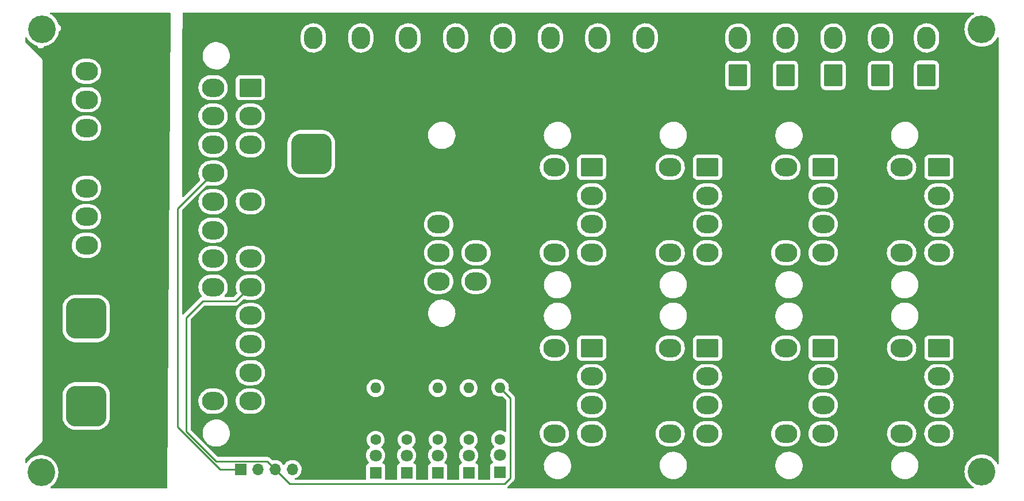
<source format=gbr>
%TF.GenerationSoftware,KiCad,Pcbnew,(6.0.9)*%
%TF.CreationDate,2023-04-01T15:55:58-08:00*%
%TF.ProjectId,ABSIS_ATX Power Supply Unit,41425349-535f-4415-9458-20506f776572,6*%
%TF.SameCoordinates,Original*%
%TF.FileFunction,Copper,L4,Bot*%
%TF.FilePolarity,Positive*%
%FSLAX46Y46*%
G04 Gerber Fmt 4.6, Leading zero omitted, Abs format (unit mm)*
G04 Created by KiCad (PCBNEW (6.0.9)) date 2023-04-01 15:55:58*
%MOMM*%
%LPD*%
G01*
G04 APERTURE LIST*
G04 Aperture macros list*
%AMRoundRect*
0 Rectangle with rounded corners*
0 $1 Rounding radius*
0 $2 $3 $4 $5 $6 $7 $8 $9 X,Y pos of 4 corners*
0 Add a 4 corners polygon primitive as box body*
4,1,4,$2,$3,$4,$5,$6,$7,$8,$9,$2,$3,0*
0 Add four circle primitives for the rounded corners*
1,1,$1+$1,$2,$3*
1,1,$1+$1,$4,$5*
1,1,$1+$1,$6,$7*
1,1,$1+$1,$8,$9*
0 Add four rect primitives between the rounded corners*
20,1,$1+$1,$2,$3,$4,$5,0*
20,1,$1+$1,$4,$5,$6,$7,0*
20,1,$1+$1,$6,$7,$8,$9,0*
20,1,$1+$1,$8,$9,$2,$3,0*%
G04 Aperture macros list end*
%TA.AperFunction,ComponentPad*%
%ADD10RoundRect,0.250001X-1.399999X1.099999X-1.399999X-1.099999X1.399999X-1.099999X1.399999X1.099999X0*%
%TD*%
%TA.AperFunction,ComponentPad*%
%ADD11O,3.300000X2.700000*%
%TD*%
%TA.AperFunction,ComponentPad*%
%ADD12C,4.064000*%
%TD*%
%TA.AperFunction,ComponentPad*%
%ADD13RoundRect,1.500000X-1.500000X-1.500000X1.500000X-1.500000X1.500000X1.500000X-1.500000X1.500000X0*%
%TD*%
%TA.AperFunction,ComponentPad*%
%ADD14C,6.000000*%
%TD*%
%TA.AperFunction,ComponentPad*%
%ADD15RoundRect,0.250001X1.099999X1.399999X-1.099999X1.399999X-1.099999X-1.399999X1.099999X-1.399999X0*%
%TD*%
%TA.AperFunction,ComponentPad*%
%ADD16O,2.700000X3.300000*%
%TD*%
%TA.AperFunction,ComponentPad*%
%ADD17C,1.600000*%
%TD*%
%TA.AperFunction,ComponentPad*%
%ADD18O,1.600000X1.600000*%
%TD*%
%TA.AperFunction,ComponentPad*%
%ADD19R,1.800000X1.800000*%
%TD*%
%TA.AperFunction,ComponentPad*%
%ADD20C,1.800000*%
%TD*%
%TA.AperFunction,ComponentPad*%
%ADD21R,1.700000X1.700000*%
%TD*%
%TA.AperFunction,ComponentPad*%
%ADD22O,1.700000X1.700000*%
%TD*%
%TA.AperFunction,Conductor*%
%ADD23C,0.250000*%
%TD*%
G04 APERTURE END LIST*
D10*
%TO.P,J2,1*%
%TO.N,/+3.3V_SUPPLY*%
X69248800Y-64922400D03*
D11*
%TO.P,J2,2*%
X69248800Y-69122400D03*
%TO.P,J2,3*%
%TO.N,GND*%
X69248800Y-73322400D03*
%TO.P,J2,4*%
%TO.N,/+5V_SUPPLY*%
X69248800Y-77522400D03*
%TO.P,J2,5*%
%TO.N,GND*%
X69248800Y-81722400D03*
%TO.P,J2,6*%
%TO.N,/+5V_SUPPLY*%
X69248800Y-85922400D03*
%TO.P,J2,7*%
%TO.N,GND*%
X69248800Y-90122400D03*
%TO.P,J2,8*%
%TO.N,/PWR_OK*%
X69248800Y-94322400D03*
%TO.P,J2,9*%
%TO.N,/+5VSB_SUPPLY*%
X69248800Y-98522400D03*
%TO.P,J2,10*%
%TO.N,/+12V_SUPPLY*%
X69248800Y-102722400D03*
%TO.P,J2,11*%
X69248800Y-106922400D03*
%TO.P,J2,12*%
%TO.N,/+3.3V_SUPPLY*%
X69248800Y-111122400D03*
%TO.P,J2,13*%
X63748800Y-64922400D03*
%TO.P,J2,14*%
%TO.N,Net-(J2-Pad14)*%
X63748800Y-69122400D03*
%TO.P,J2,15*%
%TO.N,GND*%
X63748800Y-73322400D03*
%TO.P,J2,16*%
%TO.N,/PS_ON*%
X63748800Y-77522400D03*
%TO.P,J2,17*%
%TO.N,GND*%
X63748800Y-81722400D03*
%TO.P,J2,18*%
X63748800Y-85922400D03*
%TO.P,J2,19*%
X63748800Y-90122400D03*
%TO.P,J2,20*%
%TO.N,Net-(J2-Pad20)*%
X63748800Y-94322400D03*
%TO.P,J2,21*%
%TO.N,/+5V_SUPPLY*%
X63748800Y-98522400D03*
%TO.P,J2,22*%
X63748800Y-102722400D03*
%TO.P,J2,23*%
X63748800Y-106922400D03*
%TO.P,J2,24*%
%TO.N,GND*%
X63748800Y-111122400D03*
%TD*%
D10*
%TO.P,J6,1*%
%TO.N,GND*%
X153643700Y-76664600D03*
D11*
%TO.P,J6,2*%
X153643700Y-80864600D03*
%TO.P,J6,3*%
%TO.N,/+12V_SUPPLY*%
X153643700Y-85064600D03*
%TO.P,J6,4*%
X153643700Y-89264600D03*
%TO.P,J6,5*%
%TO.N,/+3.3V_SUPPLY*%
X148143700Y-76664600D03*
%TO.P,J6,6*%
%TO.N,/+5V_SUPPLY*%
X148143700Y-80864600D03*
%TO.P,J6,7*%
X148143700Y-85064600D03*
%TO.P,J6,8*%
%TO.N,/+12V_SUPPLY*%
X148143700Y-89264600D03*
%TD*%
D12*
%TO.P,H2,1*%
%TO.N,N/C*%
X177000000Y-121500000D03*
%TD*%
%TO.P,H1,1*%
%TO.N,N/C*%
X38506400Y-56286400D03*
%TD*%
%TO.P,H3,1*%
%TO.N,N/C*%
X38404800Y-121615200D03*
%TD*%
D10*
%TO.P,J7,1*%
%TO.N,GND*%
X170696400Y-76664600D03*
D11*
%TO.P,J7,2*%
X170696400Y-80864600D03*
%TO.P,J7,3*%
%TO.N,/+12V_SUPPLY*%
X170696400Y-85064600D03*
%TO.P,J7,4*%
X170696400Y-89264600D03*
%TO.P,J7,5*%
%TO.N,/+3.3V_SUPPLY*%
X165196400Y-76664600D03*
%TO.P,J7,6*%
%TO.N,/+5V_SUPPLY*%
X165196400Y-80864600D03*
%TO.P,J7,7*%
X165196400Y-85064600D03*
%TO.P,J7,8*%
%TO.N,/+12V_SUPPLY*%
X165196400Y-89264600D03*
%TD*%
D10*
%TO.P,J10,1*%
%TO.N,GND*%
X153643700Y-103301800D03*
D11*
%TO.P,J10,2*%
X153643700Y-107501800D03*
%TO.P,J10,3*%
%TO.N,/+12V_SUPPLY*%
X153643700Y-111701800D03*
%TO.P,J10,4*%
X153643700Y-115901800D03*
%TO.P,J10,5*%
%TO.N,/+3.3V_SUPPLY*%
X148143700Y-103301800D03*
%TO.P,J10,6*%
%TO.N,/+5V_SUPPLY*%
X148143700Y-107501800D03*
%TO.P,J10,7*%
X148143700Y-111701800D03*
%TO.P,J10,8*%
%TO.N,/+12V_SUPPLY*%
X148143700Y-115901800D03*
%TD*%
D10*
%TO.P,J8,1*%
%TO.N,GND*%
X119538300Y-103301800D03*
D11*
%TO.P,J8,2*%
X119538300Y-107501800D03*
%TO.P,J8,3*%
%TO.N,/+12V_SUPPLY*%
X119538300Y-111701800D03*
%TO.P,J8,4*%
X119538300Y-115901800D03*
%TO.P,J8,5*%
%TO.N,/+3.3V_SUPPLY*%
X114038300Y-103301800D03*
%TO.P,J8,6*%
%TO.N,/+5V_SUPPLY*%
X114038300Y-107501800D03*
%TO.P,J8,7*%
X114038300Y-111701800D03*
%TO.P,J8,8*%
%TO.N,/+12V_SUPPLY*%
X114038300Y-115901800D03*
%TD*%
D10*
%TO.P,J5,1*%
%TO.N,GND*%
X136591000Y-76664600D03*
D11*
%TO.P,J5,2*%
X136591000Y-80864600D03*
%TO.P,J5,3*%
%TO.N,/+12V_SUPPLY*%
X136591000Y-85064600D03*
%TO.P,J5,4*%
X136591000Y-89264600D03*
%TO.P,J5,5*%
%TO.N,/+3.3V_SUPPLY*%
X131091000Y-76664600D03*
%TO.P,J5,6*%
%TO.N,/+5V_SUPPLY*%
X131091000Y-80864600D03*
%TO.P,J5,7*%
X131091000Y-85064600D03*
%TO.P,J5,8*%
%TO.N,/+12V_SUPPLY*%
X131091000Y-89264600D03*
%TD*%
D10*
%TO.P,J9,1*%
%TO.N,GND*%
X136591000Y-103301800D03*
D11*
%TO.P,J9,2*%
X136591000Y-107501800D03*
%TO.P,J9,3*%
%TO.N,/+12V_SUPPLY*%
X136591000Y-111701800D03*
%TO.P,J9,4*%
X136591000Y-115901800D03*
%TO.P,J9,5*%
%TO.N,/+3.3V_SUPPLY*%
X131091000Y-103301800D03*
%TO.P,J9,6*%
%TO.N,/+5V_SUPPLY*%
X131091000Y-107501800D03*
%TO.P,J9,7*%
X131091000Y-111701800D03*
%TO.P,J9,8*%
%TO.N,/+12V_SUPPLY*%
X131091000Y-115901800D03*
%TD*%
D12*
%TO.P,H4,1*%
%TO.N,N/C*%
X177000000Y-56337200D03*
%TD*%
D13*
%TO.P,J28,1*%
%TO.N,GND*%
X78228400Y-74676800D03*
D14*
%TO.P,J28,2*%
%TO.N,/+5V_SUPPLY*%
X85428400Y-74676800D03*
%TD*%
D15*
%TO.P,J12,1*%
%TO.N,/+5V_SUPPLY*%
X78519800Y-63093600D03*
D16*
%TO.P,J12,2*%
%TO.N,GND*%
X78519800Y-57593600D03*
%TD*%
D15*
%TO.P,J13,1*%
%TO.N,/+5V_SUPPLY*%
X85504800Y-63093600D03*
D16*
%TO.P,J13,2*%
%TO.N,GND*%
X85504800Y-57593600D03*
%TD*%
D15*
%TO.P,J14,1*%
%TO.N,/+5V_SUPPLY*%
X92489800Y-63093600D03*
D16*
%TO.P,J14,2*%
%TO.N,GND*%
X92489800Y-57593600D03*
%TD*%
D15*
%TO.P,J15,1*%
%TO.N,/+5V_SUPPLY*%
X99474800Y-63093600D03*
D16*
%TO.P,J15,2*%
%TO.N,GND*%
X99474800Y-57593600D03*
%TD*%
D15*
%TO.P,J16,1*%
%TO.N,/+5V_SUPPLY*%
X106459800Y-63093600D03*
D16*
%TO.P,J16,2*%
%TO.N,GND*%
X106459800Y-57593600D03*
%TD*%
D15*
%TO.P,J17,1*%
%TO.N,/+5V_SUPPLY*%
X113444800Y-63093600D03*
D16*
%TO.P,J17,2*%
%TO.N,GND*%
X113444800Y-57593600D03*
%TD*%
D15*
%TO.P,J18,1*%
%TO.N,/+5V_SUPPLY*%
X120429800Y-63093600D03*
D16*
%TO.P,J18,2*%
%TO.N,GND*%
X120429800Y-57593600D03*
%TD*%
D15*
%TO.P,J19,1*%
%TO.N,/+5V_SUPPLY*%
X127414800Y-63093600D03*
D16*
%TO.P,J19,2*%
%TO.N,GND*%
X127414800Y-57593600D03*
%TD*%
D15*
%TO.P,J21,1*%
%TO.N,/+12V_SUPPLY*%
X162093058Y-63107200D03*
D16*
%TO.P,J21,2*%
%TO.N,GND*%
X162093058Y-57607200D03*
%TD*%
D15*
%TO.P,J22,1*%
%TO.N,/+12V_SUPPLY*%
X155089916Y-63107200D03*
D16*
%TO.P,J22,2*%
%TO.N,GND*%
X155089916Y-57607200D03*
%TD*%
D15*
%TO.P,J23,1*%
%TO.N,/+12V_SUPPLY*%
X148086774Y-63107200D03*
D16*
%TO.P,J23,2*%
%TO.N,GND*%
X148086774Y-57607200D03*
%TD*%
D15*
%TO.P,J24,1*%
%TO.N,/+12V_SUPPLY*%
X141083632Y-63107200D03*
D16*
%TO.P,J24,2*%
%TO.N,GND*%
X141083632Y-57607200D03*
%TD*%
D10*
%TO.P,J4,1*%
%TO.N,GND*%
X119538300Y-76664600D03*
D11*
%TO.P,J4,2*%
X119538300Y-80864600D03*
%TO.P,J4,3*%
%TO.N,/+12V_SUPPLY*%
X119538300Y-85064600D03*
%TO.P,J4,4*%
X119538300Y-89264600D03*
%TO.P,J4,5*%
%TO.N,/+3.3V_SUPPLY*%
X114038300Y-76664600D03*
%TO.P,J4,6*%
%TO.N,/+5V_SUPPLY*%
X114038300Y-80864600D03*
%TO.P,J4,7*%
X114038300Y-85064600D03*
%TO.P,J4,8*%
%TO.N,/+12V_SUPPLY*%
X114038300Y-89264600D03*
%TD*%
D10*
%TO.P,J11,1*%
%TO.N,GND*%
X170696400Y-103301800D03*
D11*
%TO.P,J11,2*%
X170696400Y-107501800D03*
%TO.P,J11,3*%
%TO.N,/+12V_SUPPLY*%
X170696400Y-111701800D03*
%TO.P,J11,4*%
X170696400Y-115901800D03*
%TO.P,J11,5*%
%TO.N,/+3.3V_SUPPLY*%
X165196400Y-103301800D03*
%TO.P,J11,6*%
%TO.N,/+5V_SUPPLY*%
X165196400Y-107501800D03*
%TO.P,J11,7*%
X165196400Y-111701800D03*
%TO.P,J11,8*%
%TO.N,/+12V_SUPPLY*%
X165196400Y-115901800D03*
%TD*%
D15*
%TO.P,J20,1*%
%TO.N,/+12V_SUPPLY*%
X168867600Y-63093600D03*
D16*
%TO.P,J20,2*%
%TO.N,GND*%
X168867600Y-57593600D03*
%TD*%
D13*
%TO.P,J29,1*%
%TO.N,GND*%
X45055200Y-98941900D03*
D14*
%TO.P,J29,2*%
%TO.N,/+12V_SUPPLY*%
X52255200Y-98941900D03*
%TD*%
D13*
%TO.P,J30,1*%
%TO.N,GND*%
X45055200Y-111842300D03*
D14*
%TO.P,J30,2*%
%TO.N,/+12V_SUPPLY*%
X52255200Y-111842300D03*
%TD*%
D10*
%TO.P,J25,1*%
%TO.N,/+12V_SUPPLY*%
X50604000Y-79747000D03*
D11*
%TO.P,J25,2*%
X50604000Y-83947000D03*
%TO.P,J25,3*%
X50604000Y-88147000D03*
%TO.P,J25,4*%
%TO.N,GND*%
X45104000Y-79747000D03*
%TO.P,J25,5*%
X45104000Y-83947000D03*
%TO.P,J25,6*%
X45104000Y-88147000D03*
%TD*%
D10*
%TO.P,J26,1*%
%TO.N,/+12V_SUPPLY*%
X50604000Y-62500000D03*
D11*
%TO.P,J26,2*%
X50604000Y-66700000D03*
%TO.P,J26,3*%
X50604000Y-70900000D03*
%TO.P,J26,4*%
%TO.N,GND*%
X45104000Y-62500000D03*
%TO.P,J26,5*%
X45104000Y-66700000D03*
%TO.P,J26,6*%
X45104000Y-70900000D03*
%TD*%
D10*
%TO.P,J3,1*%
%TO.N,/+5V_SUPPLY*%
X102485600Y-76664600D03*
D11*
%TO.P,J3,2*%
X102485600Y-80864600D03*
%TO.P,J3,3*%
X102485600Y-85064600D03*
%TO.P,J3,4*%
%TO.N,GND*%
X102485600Y-89264600D03*
%TO.P,J3,5*%
X102485600Y-93464600D03*
%TO.P,J3,6*%
%TO.N,/+5V_SUPPLY*%
X96985600Y-76664600D03*
%TO.P,J3,7*%
X96985600Y-80864600D03*
%TO.P,J3,8*%
%TO.N,/+12V_SUPPLY*%
X96985600Y-85064600D03*
%TO.P,J3,9*%
%TO.N,GND*%
X96985600Y-89264600D03*
%TO.P,J3,10*%
X96985600Y-93464600D03*
%TD*%
D17*
%TO.P,R1,1*%
%TO.N,Net-(D1-Pad2)*%
X87694000Y-116810100D03*
D18*
%TO.P,R1,2*%
%TO.N,/+5VSB_SUPPLY*%
X87694000Y-109190100D03*
%TD*%
D17*
%TO.P,R4,1*%
%TO.N,Net-(D4-Pad2)*%
X101410000Y-116810100D03*
D18*
%TO.P,R4,2*%
%TO.N,/+12V_SUPPLY*%
X101410000Y-109190100D03*
%TD*%
D17*
%TO.P,R5,1*%
%TO.N,Net-(D5-Pad2)*%
X106020000Y-116747600D03*
D18*
%TO.P,R5,2*%
%TO.N,/PWR_OK*%
X106020000Y-109127600D03*
%TD*%
D17*
%TO.P,R3,1*%
%TO.N,Net-(D3-Pad2)*%
X96838000Y-116810100D03*
D18*
%TO.P,R3,2*%
%TO.N,/+3.3V_SUPPLY*%
X96838000Y-109190100D03*
%TD*%
D17*
%TO.P,R2,1*%
%TO.N,Net-(D2-Pad2)*%
X92266000Y-116810100D03*
D18*
%TO.P,R2,2*%
%TO.N,/+5V_SUPPLY*%
X92266000Y-109190100D03*
%TD*%
D19*
%TO.P,D5,1*%
%TO.N,GND*%
X106010000Y-121597600D03*
D20*
%TO.P,D5,2*%
%TO.N,Net-(D5-Pad2)*%
X106010000Y-119057600D03*
%TD*%
D19*
%TO.P,D2,1*%
%TO.N,GND*%
X92266000Y-121645600D03*
D20*
%TO.P,D2,2*%
%TO.N,Net-(D2-Pad2)*%
X92266000Y-119105600D03*
%TD*%
D19*
%TO.P,D1,1*%
%TO.N,GND*%
X87694000Y-121645600D03*
D20*
%TO.P,D1,2*%
%TO.N,Net-(D1-Pad2)*%
X87694000Y-119105600D03*
%TD*%
D19*
%TO.P,D3,1*%
%TO.N,GND*%
X96838000Y-121645600D03*
D20*
%TO.P,D3,2*%
%TO.N,Net-(D3-Pad2)*%
X96838000Y-119105600D03*
%TD*%
D19*
%TO.P,D4,1*%
%TO.N,GND*%
X101410000Y-121645600D03*
D20*
%TO.P,D4,2*%
%TO.N,Net-(D4-Pad2)*%
X101410000Y-119105600D03*
%TD*%
D21*
%TO.P,J1,1*%
%TO.N,/PS_ON*%
X67801000Y-121158000D03*
D22*
%TO.P,J1,2*%
%TO.N,/+5VSB_SUPPLY*%
X70341000Y-121158000D03*
%TO.P,J1,3*%
%TO.N,/PWR_OK*%
X72881000Y-121158000D03*
%TO.P,J1,4*%
%TO.N,GND*%
X75421000Y-121158000D03*
%TD*%
D23*
%TO.N,/PS_ON*%
X64753000Y-121158000D02*
X64499000Y-120904000D01*
X58530000Y-82741200D02*
X58530000Y-114935000D01*
X67801000Y-121158000D02*
X64753000Y-121158000D01*
X63748800Y-77522400D02*
X58530000Y-82741200D01*
X58530000Y-114935000D02*
X64499000Y-120904000D01*
%TO.N,/PWR_OK*%
X106675602Y-123317000D02*
X75040000Y-123317000D01*
X71705999Y-119982999D02*
X72881000Y-121158000D01*
X107552000Y-122440602D02*
X106675602Y-123317000D01*
X106020000Y-109127600D02*
X107552000Y-110659600D01*
X75040000Y-123317000D02*
X72881000Y-121158000D01*
X59800000Y-115568590D02*
X64214409Y-119982999D01*
X64214409Y-119982999D02*
X71705999Y-119982999D01*
X67039000Y-96393000D02*
X62213000Y-96393000D01*
X59800000Y-98806000D02*
X59800000Y-115568590D01*
X69248800Y-94322400D02*
X69109600Y-94322400D01*
X69109600Y-94322400D02*
X67039000Y-96393000D01*
X107552000Y-110659600D02*
X107552000Y-122440602D01*
X62213000Y-96393000D02*
X59800000Y-98806000D01*
%TD*%
%TA.AperFunction,Conductor*%
%TO.N,/+12V_SUPPLY*%
G36*
X57432053Y-53868502D02*
G01*
X57478546Y-53922158D01*
X57489929Y-53975360D01*
X57013130Y-123826360D01*
X56992663Y-123894343D01*
X56938692Y-123940468D01*
X56887133Y-123951500D01*
X39899103Y-123951500D01*
X39830982Y-123931498D01*
X39784489Y-123877842D01*
X39774385Y-123807568D01*
X39803879Y-123742988D01*
X39825042Y-123723564D01*
X40024173Y-123578887D01*
X40024175Y-123578886D01*
X40027377Y-123576559D01*
X40260406Y-123357730D01*
X40464171Y-123111421D01*
X40509101Y-123040624D01*
X40633335Y-122844862D01*
X40633335Y-122844861D01*
X40635459Y-122841515D01*
X40637143Y-122837936D01*
X40637147Y-122837929D01*
X40769878Y-122555860D01*
X40769880Y-122555856D01*
X40771567Y-122552270D01*
X40870351Y-122248246D01*
X40930251Y-121934239D01*
X40950323Y-121615200D01*
X40930251Y-121296161D01*
X40870351Y-120982154D01*
X40771567Y-120678130D01*
X40741100Y-120613384D01*
X40637147Y-120392471D01*
X40637143Y-120392464D01*
X40635459Y-120388885D01*
X40633335Y-120385538D01*
X40466298Y-120122330D01*
X40466295Y-120122326D01*
X40464171Y-120118979D01*
X40260406Y-119872670D01*
X40027377Y-119653841D01*
X39768759Y-119465944D01*
X39710404Y-119433863D01*
X39492093Y-119313845D01*
X39492090Y-119313843D01*
X39488631Y-119311942D01*
X39281164Y-119229800D01*
X39195093Y-119195722D01*
X39195090Y-119195721D01*
X39191410Y-119194264D01*
X39187576Y-119193280D01*
X39187568Y-119193277D01*
X38953952Y-119133295D01*
X38881783Y-119114765D01*
X38877855Y-119114269D01*
X38877851Y-119114268D01*
X38748686Y-119097951D01*
X38564635Y-119074700D01*
X38244965Y-119074700D01*
X38060914Y-119097951D01*
X37931749Y-119114268D01*
X37931745Y-119114269D01*
X37927817Y-119114765D01*
X37855648Y-119133295D01*
X37622032Y-119193277D01*
X37622024Y-119193280D01*
X37618190Y-119194264D01*
X37614510Y-119195721D01*
X37614507Y-119195722D01*
X37528436Y-119229800D01*
X37320969Y-119311942D01*
X37317510Y-119313843D01*
X37317507Y-119313845D01*
X37099196Y-119433863D01*
X37040841Y-119465944D01*
X36782223Y-119653841D01*
X36549194Y-119872670D01*
X36345429Y-120118979D01*
X36343305Y-120122326D01*
X36343302Y-120122330D01*
X36300885Y-120189169D01*
X36247496Y-120235968D01*
X36177281Y-120246473D01*
X36112533Y-120217349D01*
X36073809Y-120157843D01*
X36068500Y-120121655D01*
X36068500Y-119642817D01*
X36088502Y-119574696D01*
X36105405Y-119553722D01*
X38409308Y-117249820D01*
X38418845Y-117242200D01*
X38418531Y-117241831D01*
X38425364Y-117236016D01*
X38432958Y-117231224D01*
X38468585Y-117190883D01*
X38473931Y-117185197D01*
X38485382Y-117173746D01*
X38491666Y-117165362D01*
X38498040Y-117157533D01*
X38523435Y-117128778D01*
X38529378Y-117122049D01*
X38533192Y-117113925D01*
X38534820Y-117111447D01*
X38543822Y-117096466D01*
X38545235Y-117093885D01*
X38550616Y-117086705D01*
X38567244Y-117042350D01*
X38571164Y-117033048D01*
X38587467Y-116998323D01*
X38591281Y-116990200D01*
X38592662Y-116981334D01*
X38593518Y-116978533D01*
X38597962Y-116961596D01*
X38598595Y-116958716D01*
X38601744Y-116950316D01*
X38605252Y-116903111D01*
X38606406Y-116893063D01*
X38607750Y-116884429D01*
X38608500Y-116879614D01*
X38608500Y-116864077D01*
X38608847Y-116854739D01*
X38611874Y-116814010D01*
X38611874Y-116814009D01*
X38612539Y-116805059D01*
X38610666Y-116796284D01*
X38610103Y-116788027D01*
X38608500Y-116772838D01*
X38608500Y-110229963D01*
X41546700Y-110229963D01*
X41546701Y-113454636D01*
X41549457Y-113517780D01*
X41550015Y-113521302D01*
X41592709Y-113790871D01*
X41592711Y-113790878D01*
X41593398Y-113795218D01*
X41675525Y-114063840D01*
X41677385Y-114067829D01*
X41677387Y-114067834D01*
X41792374Y-114314426D01*
X41792377Y-114314432D01*
X41794236Y-114318418D01*
X41947223Y-114553997D01*
X42131508Y-114765992D01*
X42343503Y-114950277D01*
X42347194Y-114952674D01*
X42347198Y-114952677D01*
X42520840Y-115065441D01*
X42579082Y-115103264D01*
X42583068Y-115105123D01*
X42583074Y-115105126D01*
X42829666Y-115220113D01*
X42829671Y-115220115D01*
X42833660Y-115221975D01*
X42837873Y-115223263D01*
X42837878Y-115223265D01*
X43000686Y-115273041D01*
X43102282Y-115304102D01*
X43106622Y-115304789D01*
X43106629Y-115304791D01*
X43364909Y-115345697D01*
X43379720Y-115348043D01*
X43383281Y-115348198D01*
X43383286Y-115348199D01*
X43441487Y-115350740D01*
X43441491Y-115350740D01*
X43442863Y-115350800D01*
X45054029Y-115350800D01*
X46667536Y-115350799D01*
X46668905Y-115350739D01*
X46668916Y-115350739D01*
X46727114Y-115348199D01*
X46727120Y-115348198D01*
X46730680Y-115348043D01*
X46804155Y-115336406D01*
X47003771Y-115304791D01*
X47003778Y-115304789D01*
X47008118Y-115304102D01*
X47109714Y-115273041D01*
X47272522Y-115223265D01*
X47272527Y-115223263D01*
X47276740Y-115221975D01*
X47280729Y-115220115D01*
X47280734Y-115220113D01*
X47527326Y-115105126D01*
X47527332Y-115105123D01*
X47531318Y-115103264D01*
X47589560Y-115065441D01*
X47763202Y-114952677D01*
X47763206Y-114952674D01*
X47766897Y-114950277D01*
X47978892Y-114765992D01*
X48163177Y-114553997D01*
X48316164Y-114318418D01*
X48318023Y-114314432D01*
X48318026Y-114314426D01*
X48433013Y-114067834D01*
X48433015Y-114067829D01*
X48434875Y-114063840D01*
X48517002Y-113795218D01*
X48517689Y-113790878D01*
X48517691Y-113790871D01*
X48560385Y-113521303D01*
X48560385Y-113521302D01*
X48560943Y-113517780D01*
X48563700Y-113454637D01*
X48563699Y-110229964D01*
X48560943Y-110166820D01*
X48549306Y-110093345D01*
X48517691Y-109893729D01*
X48517689Y-109893722D01*
X48517002Y-109889382D01*
X48434875Y-109620760D01*
X48433013Y-109616766D01*
X48318026Y-109370174D01*
X48318023Y-109370168D01*
X48316164Y-109366182D01*
X48163177Y-109130603D01*
X47978892Y-108918608D01*
X47766897Y-108734323D01*
X47763206Y-108731926D01*
X47763202Y-108731923D01*
X47535015Y-108583737D01*
X47531318Y-108581336D01*
X47527332Y-108579477D01*
X47527326Y-108579474D01*
X47280734Y-108464487D01*
X47280729Y-108464485D01*
X47276740Y-108462625D01*
X47272527Y-108461337D01*
X47272522Y-108461335D01*
X47109714Y-108411559D01*
X47008118Y-108380498D01*
X47003778Y-108379811D01*
X47003771Y-108379809D01*
X46734203Y-108337115D01*
X46730680Y-108336557D01*
X46727119Y-108336402D01*
X46727114Y-108336401D01*
X46668913Y-108333860D01*
X46668909Y-108333860D01*
X46667537Y-108333800D01*
X45056371Y-108333800D01*
X43442864Y-108333801D01*
X43441495Y-108333861D01*
X43441484Y-108333861D01*
X43383286Y-108336401D01*
X43383280Y-108336402D01*
X43379720Y-108336557D01*
X43306245Y-108348194D01*
X43106629Y-108379809D01*
X43106622Y-108379811D01*
X43102282Y-108380498D01*
X43000686Y-108411559D01*
X42837878Y-108461335D01*
X42837873Y-108461337D01*
X42833660Y-108462625D01*
X42829671Y-108464485D01*
X42829666Y-108464487D01*
X42583074Y-108579474D01*
X42583068Y-108579477D01*
X42579082Y-108581336D01*
X42575385Y-108583737D01*
X42347198Y-108731923D01*
X42347194Y-108731926D01*
X42343503Y-108734323D01*
X42131508Y-108918608D01*
X41947223Y-109130603D01*
X41794236Y-109366182D01*
X41792377Y-109370168D01*
X41792374Y-109370174D01*
X41677387Y-109616766D01*
X41675525Y-109620760D01*
X41593398Y-109889382D01*
X41592711Y-109893722D01*
X41592709Y-109893729D01*
X41551803Y-110152009D01*
X41549457Y-110166820D01*
X41546700Y-110229963D01*
X38608500Y-110229963D01*
X38608500Y-97329563D01*
X41546700Y-97329563D01*
X41546701Y-100554236D01*
X41549457Y-100617380D01*
X41550015Y-100620902D01*
X41592709Y-100890471D01*
X41592711Y-100890478D01*
X41593398Y-100894818D01*
X41675525Y-101163440D01*
X41677385Y-101167429D01*
X41677387Y-101167434D01*
X41792374Y-101414026D01*
X41792377Y-101414032D01*
X41794236Y-101418018D01*
X41947223Y-101653597D01*
X42131508Y-101865592D01*
X42343503Y-102049877D01*
X42347194Y-102052274D01*
X42347198Y-102052277D01*
X42520840Y-102165041D01*
X42579082Y-102202864D01*
X42583068Y-102204723D01*
X42583074Y-102204726D01*
X42829666Y-102319713D01*
X42829671Y-102319715D01*
X42833660Y-102321575D01*
X42837873Y-102322863D01*
X42837878Y-102322865D01*
X43000686Y-102372641D01*
X43102282Y-102403702D01*
X43106622Y-102404389D01*
X43106629Y-102404391D01*
X43364909Y-102445297D01*
X43379720Y-102447643D01*
X43383281Y-102447798D01*
X43383286Y-102447799D01*
X43441487Y-102450340D01*
X43441491Y-102450340D01*
X43442863Y-102450400D01*
X45054029Y-102450400D01*
X46667536Y-102450399D01*
X46668905Y-102450339D01*
X46668916Y-102450339D01*
X46727114Y-102447799D01*
X46727120Y-102447798D01*
X46730680Y-102447643D01*
X46804155Y-102436006D01*
X47003771Y-102404391D01*
X47003778Y-102404389D01*
X47008118Y-102403702D01*
X47109714Y-102372641D01*
X47272522Y-102322865D01*
X47272527Y-102322863D01*
X47276740Y-102321575D01*
X47280729Y-102319715D01*
X47280734Y-102319713D01*
X47527326Y-102204726D01*
X47527332Y-102204723D01*
X47531318Y-102202864D01*
X47589560Y-102165041D01*
X47763202Y-102052277D01*
X47763206Y-102052274D01*
X47766897Y-102049877D01*
X47978892Y-101865592D01*
X48163177Y-101653597D01*
X48316164Y-101418018D01*
X48318023Y-101414032D01*
X48318026Y-101414026D01*
X48433013Y-101167434D01*
X48433015Y-101167429D01*
X48434875Y-101163440D01*
X48517002Y-100894818D01*
X48517689Y-100890478D01*
X48517691Y-100890471D01*
X48560385Y-100620903D01*
X48560385Y-100620902D01*
X48560943Y-100617380D01*
X48563700Y-100554237D01*
X48563699Y-97329564D01*
X48560943Y-97266420D01*
X48549306Y-97192945D01*
X48517691Y-96993329D01*
X48517689Y-96993322D01*
X48517002Y-96988982D01*
X48434875Y-96720360D01*
X48433013Y-96716366D01*
X48318026Y-96469774D01*
X48318023Y-96469768D01*
X48316164Y-96465782D01*
X48163177Y-96230203D01*
X47978892Y-96018208D01*
X47766897Y-95833923D01*
X47763206Y-95831526D01*
X47763202Y-95831523D01*
X47535015Y-95683337D01*
X47531318Y-95680936D01*
X47527332Y-95679077D01*
X47527326Y-95679074D01*
X47280734Y-95564087D01*
X47280729Y-95564085D01*
X47276740Y-95562225D01*
X47272527Y-95560937D01*
X47272522Y-95560935D01*
X47109714Y-95511159D01*
X47008118Y-95480098D01*
X47003778Y-95479411D01*
X47003771Y-95479409D01*
X46734203Y-95436715D01*
X46730680Y-95436157D01*
X46727119Y-95436002D01*
X46727114Y-95436001D01*
X46668913Y-95433460D01*
X46668909Y-95433460D01*
X46667537Y-95433400D01*
X45056371Y-95433400D01*
X43442864Y-95433401D01*
X43441495Y-95433461D01*
X43441484Y-95433461D01*
X43383286Y-95436001D01*
X43383280Y-95436002D01*
X43379720Y-95436157D01*
X43306245Y-95447794D01*
X43106629Y-95479409D01*
X43106622Y-95479411D01*
X43102282Y-95480098D01*
X43000686Y-95511159D01*
X42837878Y-95560935D01*
X42837873Y-95560937D01*
X42833660Y-95562225D01*
X42829671Y-95564085D01*
X42829666Y-95564087D01*
X42583074Y-95679074D01*
X42583068Y-95679077D01*
X42579082Y-95680936D01*
X42575385Y-95683337D01*
X42347198Y-95831523D01*
X42347194Y-95831526D01*
X42343503Y-95833923D01*
X42131508Y-96018208D01*
X41947223Y-96230203D01*
X41794236Y-96465782D01*
X41792377Y-96469768D01*
X41792374Y-96469774D01*
X41677387Y-96716366D01*
X41675525Y-96720360D01*
X41593398Y-96988982D01*
X41592711Y-96993322D01*
X41592709Y-96993329D01*
X41551803Y-97251609D01*
X41549457Y-97266420D01*
X41546700Y-97329563D01*
X38608500Y-97329563D01*
X38608500Y-88189277D01*
X42941009Y-88189277D01*
X42966625Y-88457769D01*
X42967710Y-88462203D01*
X42967711Y-88462209D01*
X43029645Y-88715312D01*
X43030731Y-88719750D01*
X43131985Y-88969733D01*
X43268265Y-89202482D01*
X43271118Y-89206049D01*
X43388686Y-89353060D01*
X43436716Y-89413119D01*
X43633809Y-89597234D01*
X43855416Y-89750968D01*
X43859499Y-89752999D01*
X43859502Y-89753001D01*
X43975013Y-89810466D01*
X44096894Y-89871101D01*
X44101228Y-89872522D01*
X44101231Y-89872523D01*
X44348853Y-89953698D01*
X44348859Y-89953699D01*
X44353186Y-89955118D01*
X44357677Y-89955898D01*
X44357678Y-89955898D01*
X44615140Y-90000601D01*
X44615148Y-90000602D01*
X44618921Y-90001257D01*
X44622758Y-90001448D01*
X44702578Y-90005422D01*
X44702586Y-90005422D01*
X44704149Y-90005500D01*
X45472512Y-90005500D01*
X45474780Y-90005335D01*
X45474792Y-90005335D01*
X45605884Y-89995823D01*
X45673004Y-89990953D01*
X45677459Y-89989969D01*
X45677462Y-89989969D01*
X45931912Y-89933791D01*
X45931916Y-89933790D01*
X45936372Y-89932806D01*
X46062480Y-89885028D01*
X46184318Y-89838868D01*
X46184321Y-89838867D01*
X46188588Y-89837250D01*
X46424368Y-89706286D01*
X46638773Y-89542657D01*
X46827312Y-89349792D01*
X46986034Y-89131730D01*
X47069190Y-88973676D01*
X47109490Y-88897079D01*
X47109493Y-88897073D01*
X47111615Y-88893039D01*
X47174378Y-88715312D01*
X47199902Y-88643033D01*
X47199902Y-88643032D01*
X47201425Y-88638720D01*
X47253581Y-88374100D01*
X47262782Y-88189277D01*
X47266764Y-88109292D01*
X47266764Y-88109286D01*
X47266991Y-88104723D01*
X47241375Y-87836231D01*
X47196042Y-87650967D01*
X47178355Y-87578688D01*
X47177269Y-87574250D01*
X47076015Y-87324267D01*
X46939735Y-87091518D01*
X46821928Y-86944208D01*
X46774136Y-86884447D01*
X46774135Y-86884445D01*
X46771284Y-86880881D01*
X46574191Y-86696766D01*
X46352584Y-86543032D01*
X46348501Y-86541001D01*
X46348498Y-86540999D01*
X46183606Y-86458967D01*
X46111106Y-86422899D01*
X46106772Y-86421478D01*
X46106769Y-86421477D01*
X45859147Y-86340302D01*
X45859141Y-86340301D01*
X45854814Y-86338882D01*
X45850322Y-86338102D01*
X45592860Y-86293399D01*
X45592852Y-86293398D01*
X45589079Y-86292743D01*
X45577817Y-86292182D01*
X45505422Y-86288578D01*
X45505414Y-86288578D01*
X45503851Y-86288500D01*
X44735488Y-86288500D01*
X44733220Y-86288665D01*
X44733208Y-86288665D01*
X44602116Y-86298177D01*
X44534996Y-86303047D01*
X44530541Y-86304031D01*
X44530538Y-86304031D01*
X44276088Y-86360209D01*
X44276084Y-86360210D01*
X44271628Y-86361194D01*
X44145520Y-86408972D01*
X44023682Y-86455132D01*
X44023679Y-86455133D01*
X44019412Y-86456750D01*
X43783632Y-86587714D01*
X43569227Y-86751343D01*
X43380688Y-86944208D01*
X43221966Y-87162270D01*
X43219844Y-87166304D01*
X43098510Y-87396921D01*
X43098507Y-87396927D01*
X43096385Y-87400961D01*
X43094865Y-87405266D01*
X43094863Y-87405270D01*
X43008098Y-87650967D01*
X43006575Y-87655280D01*
X42954419Y-87919900D01*
X42954192Y-87924453D01*
X42954192Y-87924456D01*
X42944991Y-88109292D01*
X42941009Y-88189277D01*
X38608500Y-88189277D01*
X38608500Y-83989277D01*
X42941009Y-83989277D01*
X42966625Y-84257769D01*
X42967710Y-84262203D01*
X42967711Y-84262209D01*
X43029645Y-84515312D01*
X43030731Y-84519750D01*
X43131985Y-84769733D01*
X43268265Y-85002482D01*
X43271118Y-85006049D01*
X43388686Y-85153060D01*
X43436716Y-85213119D01*
X43633809Y-85397234D01*
X43855416Y-85550968D01*
X43859499Y-85552999D01*
X43859502Y-85553001D01*
X43975013Y-85610466D01*
X44096894Y-85671101D01*
X44101228Y-85672522D01*
X44101231Y-85672523D01*
X44348853Y-85753698D01*
X44348859Y-85753699D01*
X44353186Y-85755118D01*
X44357677Y-85755898D01*
X44357678Y-85755898D01*
X44615140Y-85800601D01*
X44615148Y-85800602D01*
X44618921Y-85801257D01*
X44622758Y-85801448D01*
X44702578Y-85805422D01*
X44702586Y-85805422D01*
X44704149Y-85805500D01*
X45472512Y-85805500D01*
X45474780Y-85805335D01*
X45474792Y-85805335D01*
X45605884Y-85795823D01*
X45673004Y-85790953D01*
X45677459Y-85789969D01*
X45677462Y-85789969D01*
X45931912Y-85733791D01*
X45931916Y-85733790D01*
X45936372Y-85732806D01*
X46062480Y-85685028D01*
X46184318Y-85638868D01*
X46184321Y-85638867D01*
X46188588Y-85637250D01*
X46424368Y-85506286D01*
X46638773Y-85342657D01*
X46827312Y-85149792D01*
X46986034Y-84931730D01*
X47069190Y-84773676D01*
X47109490Y-84697079D01*
X47109493Y-84697073D01*
X47111615Y-84693039D01*
X47174378Y-84515312D01*
X47199902Y-84443033D01*
X47199902Y-84443032D01*
X47201425Y-84438720D01*
X47253581Y-84174100D01*
X47262782Y-83989277D01*
X47266764Y-83909292D01*
X47266764Y-83909286D01*
X47266991Y-83904723D01*
X47241375Y-83636231D01*
X47196042Y-83450967D01*
X47178355Y-83378688D01*
X47177269Y-83374250D01*
X47076015Y-83124267D01*
X46939735Y-82891518D01*
X46821928Y-82744208D01*
X46774136Y-82684447D01*
X46774135Y-82684445D01*
X46771284Y-82680881D01*
X46574191Y-82496766D01*
X46352584Y-82343032D01*
X46348501Y-82341001D01*
X46348498Y-82340999D01*
X46183606Y-82258967D01*
X46111106Y-82222899D01*
X46106772Y-82221478D01*
X46106769Y-82221477D01*
X45859147Y-82140302D01*
X45859141Y-82140301D01*
X45854814Y-82138882D01*
X45850322Y-82138102D01*
X45592860Y-82093399D01*
X45592852Y-82093398D01*
X45589079Y-82092743D01*
X45577817Y-82092182D01*
X45505422Y-82088578D01*
X45505414Y-82088578D01*
X45503851Y-82088500D01*
X44735488Y-82088500D01*
X44733220Y-82088665D01*
X44733208Y-82088665D01*
X44602116Y-82098177D01*
X44534996Y-82103047D01*
X44530541Y-82104031D01*
X44530538Y-82104031D01*
X44276088Y-82160209D01*
X44276084Y-82160210D01*
X44271628Y-82161194D01*
X44145520Y-82208972D01*
X44023682Y-82255132D01*
X44023679Y-82255133D01*
X44019412Y-82256750D01*
X43783632Y-82387714D01*
X43569227Y-82551343D01*
X43380688Y-82744208D01*
X43221966Y-82962270D01*
X43219844Y-82966304D01*
X43098510Y-83196921D01*
X43098507Y-83196927D01*
X43096385Y-83200961D01*
X43094865Y-83205266D01*
X43094863Y-83205270D01*
X43008098Y-83450967D01*
X43006575Y-83455280D01*
X42954419Y-83719900D01*
X42954192Y-83724453D01*
X42954192Y-83724456D01*
X42944991Y-83909292D01*
X42941009Y-83989277D01*
X38608500Y-83989277D01*
X38608500Y-79789277D01*
X42941009Y-79789277D01*
X42966625Y-80057769D01*
X42967710Y-80062203D01*
X42967711Y-80062209D01*
X43029645Y-80315312D01*
X43030731Y-80319750D01*
X43131985Y-80569733D01*
X43268265Y-80802482D01*
X43271118Y-80806049D01*
X43388686Y-80953060D01*
X43436716Y-81013119D01*
X43633809Y-81197234D01*
X43855416Y-81350968D01*
X43859499Y-81352999D01*
X43859502Y-81353001D01*
X43975013Y-81410466D01*
X44096894Y-81471101D01*
X44101228Y-81472522D01*
X44101231Y-81472523D01*
X44348853Y-81553698D01*
X44348859Y-81553699D01*
X44353186Y-81555118D01*
X44357677Y-81555898D01*
X44357678Y-81555898D01*
X44615140Y-81600601D01*
X44615148Y-81600602D01*
X44618921Y-81601257D01*
X44622758Y-81601448D01*
X44702578Y-81605422D01*
X44702586Y-81605422D01*
X44704149Y-81605500D01*
X45472512Y-81605500D01*
X45474780Y-81605335D01*
X45474792Y-81605335D01*
X45605884Y-81595823D01*
X45673004Y-81590953D01*
X45677459Y-81589969D01*
X45677462Y-81589969D01*
X45931912Y-81533791D01*
X45931916Y-81533790D01*
X45936372Y-81532806D01*
X46062480Y-81485028D01*
X46184318Y-81438868D01*
X46184321Y-81438867D01*
X46188588Y-81437250D01*
X46424368Y-81306286D01*
X46638773Y-81142657D01*
X46827312Y-80949792D01*
X46986034Y-80731730D01*
X47069190Y-80573676D01*
X47109490Y-80497079D01*
X47109493Y-80497073D01*
X47111615Y-80493039D01*
X47174378Y-80315312D01*
X47199902Y-80243033D01*
X47199902Y-80243032D01*
X47201425Y-80238720D01*
X47253581Y-79974100D01*
X47262782Y-79789277D01*
X47266764Y-79709292D01*
X47266764Y-79709286D01*
X47266991Y-79704723D01*
X47241375Y-79436231D01*
X47196042Y-79250967D01*
X47178355Y-79178688D01*
X47177269Y-79174250D01*
X47076015Y-78924267D01*
X46939735Y-78691518D01*
X46821928Y-78544208D01*
X46774136Y-78484447D01*
X46774135Y-78484445D01*
X46771284Y-78480881D01*
X46574191Y-78296766D01*
X46352584Y-78143032D01*
X46348501Y-78141001D01*
X46348498Y-78140999D01*
X46183606Y-78058967D01*
X46111106Y-78022899D01*
X46106772Y-78021478D01*
X46106769Y-78021477D01*
X45859147Y-77940302D01*
X45859141Y-77940301D01*
X45854814Y-77938882D01*
X45850322Y-77938102D01*
X45592860Y-77893399D01*
X45592852Y-77893398D01*
X45589079Y-77892743D01*
X45577817Y-77892182D01*
X45505422Y-77888578D01*
X45505414Y-77888578D01*
X45503851Y-77888500D01*
X44735488Y-77888500D01*
X44733220Y-77888665D01*
X44733208Y-77888665D01*
X44602116Y-77898177D01*
X44534996Y-77903047D01*
X44530541Y-77904031D01*
X44530538Y-77904031D01*
X44276088Y-77960209D01*
X44276084Y-77960210D01*
X44271628Y-77961194D01*
X44145520Y-78008972D01*
X44023682Y-78055132D01*
X44023679Y-78055133D01*
X44019412Y-78056750D01*
X43783632Y-78187714D01*
X43569227Y-78351343D01*
X43380688Y-78544208D01*
X43221966Y-78762270D01*
X43219844Y-78766304D01*
X43098510Y-78996921D01*
X43098507Y-78996927D01*
X43096385Y-79000961D01*
X43094865Y-79005266D01*
X43094863Y-79005270D01*
X43008098Y-79250967D01*
X43006575Y-79255280D01*
X42954419Y-79519900D01*
X42954192Y-79524453D01*
X42954192Y-79524456D01*
X42944991Y-79709292D01*
X42941009Y-79789277D01*
X38608500Y-79789277D01*
X38608500Y-70942277D01*
X42941009Y-70942277D01*
X42966625Y-71210769D01*
X42967710Y-71215203D01*
X42967711Y-71215209D01*
X43029645Y-71468312D01*
X43030731Y-71472750D01*
X43131985Y-71722733D01*
X43268265Y-71955482D01*
X43271118Y-71959049D01*
X43388686Y-72106060D01*
X43436716Y-72166119D01*
X43633809Y-72350234D01*
X43855416Y-72503968D01*
X43859499Y-72505999D01*
X43859502Y-72506001D01*
X43975013Y-72563466D01*
X44096894Y-72624101D01*
X44101228Y-72625522D01*
X44101231Y-72625523D01*
X44348853Y-72706698D01*
X44348859Y-72706699D01*
X44353186Y-72708118D01*
X44357677Y-72708898D01*
X44357678Y-72708898D01*
X44615140Y-72753601D01*
X44615148Y-72753602D01*
X44618921Y-72754257D01*
X44622758Y-72754448D01*
X44702578Y-72758422D01*
X44702586Y-72758422D01*
X44704149Y-72758500D01*
X45472512Y-72758500D01*
X45474780Y-72758335D01*
X45474792Y-72758335D01*
X45605884Y-72748823D01*
X45673004Y-72743953D01*
X45677459Y-72742969D01*
X45677462Y-72742969D01*
X45931912Y-72686791D01*
X45931916Y-72686790D01*
X45936372Y-72685806D01*
X46062480Y-72638028D01*
X46184318Y-72591868D01*
X46184321Y-72591867D01*
X46188588Y-72590250D01*
X46424368Y-72459286D01*
X46638773Y-72295657D01*
X46827312Y-72102792D01*
X46986034Y-71884730D01*
X47069190Y-71726676D01*
X47109490Y-71650079D01*
X47109493Y-71650073D01*
X47111615Y-71646039D01*
X47174378Y-71468312D01*
X47199902Y-71396033D01*
X47199902Y-71396032D01*
X47201425Y-71391720D01*
X47253581Y-71127100D01*
X47262782Y-70942277D01*
X47266764Y-70862292D01*
X47266764Y-70862286D01*
X47266991Y-70857723D01*
X47241375Y-70589231D01*
X47196042Y-70403967D01*
X47178355Y-70331688D01*
X47177269Y-70327250D01*
X47076015Y-70077267D01*
X46939735Y-69844518D01*
X46821928Y-69697208D01*
X46774136Y-69637447D01*
X46774135Y-69637445D01*
X46771284Y-69633881D01*
X46574191Y-69449766D01*
X46352584Y-69296032D01*
X46348501Y-69294001D01*
X46348498Y-69293999D01*
X46183606Y-69211967D01*
X46111106Y-69175899D01*
X46106772Y-69174478D01*
X46106769Y-69174477D01*
X45859147Y-69093302D01*
X45859141Y-69093301D01*
X45854814Y-69091882D01*
X45850322Y-69091102D01*
X45592860Y-69046399D01*
X45592852Y-69046398D01*
X45589079Y-69045743D01*
X45577817Y-69045182D01*
X45505422Y-69041578D01*
X45505414Y-69041578D01*
X45503851Y-69041500D01*
X44735488Y-69041500D01*
X44733220Y-69041665D01*
X44733208Y-69041665D01*
X44602116Y-69051177D01*
X44534996Y-69056047D01*
X44530541Y-69057031D01*
X44530538Y-69057031D01*
X44276088Y-69113209D01*
X44276084Y-69113210D01*
X44271628Y-69114194D01*
X44145520Y-69161972D01*
X44023682Y-69208132D01*
X44023679Y-69208133D01*
X44019412Y-69209750D01*
X43783632Y-69340714D01*
X43569227Y-69504343D01*
X43380688Y-69697208D01*
X43221966Y-69915270D01*
X43219844Y-69919304D01*
X43098510Y-70149921D01*
X43098507Y-70149927D01*
X43096385Y-70153961D01*
X43094865Y-70158266D01*
X43094863Y-70158270D01*
X43008098Y-70403967D01*
X43006575Y-70408280D01*
X42954419Y-70672900D01*
X42954192Y-70677453D01*
X42954192Y-70677456D01*
X42944991Y-70862292D01*
X42941009Y-70942277D01*
X38608500Y-70942277D01*
X38608500Y-66742277D01*
X42941009Y-66742277D01*
X42966625Y-67010769D01*
X42967710Y-67015203D01*
X42967711Y-67015209D01*
X43029645Y-67268312D01*
X43030731Y-67272750D01*
X43131985Y-67522733D01*
X43268265Y-67755482D01*
X43271118Y-67759049D01*
X43388686Y-67906060D01*
X43436716Y-67966119D01*
X43633809Y-68150234D01*
X43855416Y-68303968D01*
X43859499Y-68305999D01*
X43859502Y-68306001D01*
X43975013Y-68363466D01*
X44096894Y-68424101D01*
X44101228Y-68425522D01*
X44101231Y-68425523D01*
X44348853Y-68506698D01*
X44348859Y-68506699D01*
X44353186Y-68508118D01*
X44357677Y-68508898D01*
X44357678Y-68508898D01*
X44615140Y-68553601D01*
X44615148Y-68553602D01*
X44618921Y-68554257D01*
X44622758Y-68554448D01*
X44702578Y-68558422D01*
X44702586Y-68558422D01*
X44704149Y-68558500D01*
X45472512Y-68558500D01*
X45474780Y-68558335D01*
X45474792Y-68558335D01*
X45605884Y-68548823D01*
X45673004Y-68543953D01*
X45677459Y-68542969D01*
X45677462Y-68542969D01*
X45931912Y-68486791D01*
X45931916Y-68486790D01*
X45936372Y-68485806D01*
X46062480Y-68438028D01*
X46184318Y-68391868D01*
X46184321Y-68391867D01*
X46188588Y-68390250D01*
X46424368Y-68259286D01*
X46638773Y-68095657D01*
X46827312Y-67902792D01*
X46986034Y-67684730D01*
X47069190Y-67526676D01*
X47109490Y-67450079D01*
X47109493Y-67450073D01*
X47111615Y-67446039D01*
X47174378Y-67268312D01*
X47199902Y-67196033D01*
X47199902Y-67196032D01*
X47201425Y-67191720D01*
X47253581Y-66927100D01*
X47262782Y-66742277D01*
X47266764Y-66662292D01*
X47266764Y-66662286D01*
X47266991Y-66657723D01*
X47241375Y-66389231D01*
X47196042Y-66203967D01*
X47178355Y-66131688D01*
X47177269Y-66127250D01*
X47076015Y-65877267D01*
X46939735Y-65644518D01*
X46821928Y-65497208D01*
X46774136Y-65437447D01*
X46774135Y-65437445D01*
X46771284Y-65433881D01*
X46574191Y-65249766D01*
X46352584Y-65096032D01*
X46348501Y-65094001D01*
X46348498Y-65093999D01*
X46183606Y-65011967D01*
X46111106Y-64975899D01*
X46106772Y-64974478D01*
X46106769Y-64974477D01*
X45859147Y-64893302D01*
X45859141Y-64893301D01*
X45854814Y-64891882D01*
X45850322Y-64891102D01*
X45592860Y-64846399D01*
X45592852Y-64846398D01*
X45589079Y-64845743D01*
X45577817Y-64845182D01*
X45505422Y-64841578D01*
X45505414Y-64841578D01*
X45503851Y-64841500D01*
X44735488Y-64841500D01*
X44733220Y-64841665D01*
X44733208Y-64841665D01*
X44602116Y-64851177D01*
X44534996Y-64856047D01*
X44530541Y-64857031D01*
X44530538Y-64857031D01*
X44276088Y-64913209D01*
X44276084Y-64913210D01*
X44271628Y-64914194D01*
X44145520Y-64961972D01*
X44023682Y-65008132D01*
X44023679Y-65008133D01*
X44019412Y-65009750D01*
X43783632Y-65140714D01*
X43569227Y-65304343D01*
X43380688Y-65497208D01*
X43221966Y-65715270D01*
X43219844Y-65719304D01*
X43098510Y-65949921D01*
X43098507Y-65949927D01*
X43096385Y-65953961D01*
X43094865Y-65958266D01*
X43094863Y-65958270D01*
X43008098Y-66203967D01*
X43006575Y-66208280D01*
X42954419Y-66472900D01*
X42954192Y-66477453D01*
X42954192Y-66477456D01*
X42944991Y-66662292D01*
X42941009Y-66742277D01*
X38608500Y-66742277D01*
X38608500Y-62542277D01*
X42941009Y-62542277D01*
X42966625Y-62810769D01*
X42967710Y-62815203D01*
X42967711Y-62815209D01*
X43029645Y-63068312D01*
X43030731Y-63072750D01*
X43131985Y-63322733D01*
X43268265Y-63555482D01*
X43271118Y-63559049D01*
X43388686Y-63706060D01*
X43436716Y-63766119D01*
X43633809Y-63950234D01*
X43855416Y-64103968D01*
X43859499Y-64105999D01*
X43859502Y-64106001D01*
X43975013Y-64163466D01*
X44096894Y-64224101D01*
X44101228Y-64225522D01*
X44101231Y-64225523D01*
X44348853Y-64306698D01*
X44348859Y-64306699D01*
X44353186Y-64308118D01*
X44357677Y-64308898D01*
X44357678Y-64308898D01*
X44615140Y-64353601D01*
X44615148Y-64353602D01*
X44618921Y-64354257D01*
X44622758Y-64354448D01*
X44702578Y-64358422D01*
X44702586Y-64358422D01*
X44704149Y-64358500D01*
X45472512Y-64358500D01*
X45474780Y-64358335D01*
X45474792Y-64358335D01*
X45605884Y-64348823D01*
X45673004Y-64343953D01*
X45677459Y-64342969D01*
X45677462Y-64342969D01*
X45931912Y-64286791D01*
X45931916Y-64286790D01*
X45936372Y-64285806D01*
X46062480Y-64238028D01*
X46184318Y-64191868D01*
X46184321Y-64191867D01*
X46188588Y-64190250D01*
X46424368Y-64059286D01*
X46638773Y-63895657D01*
X46827312Y-63702792D01*
X46986034Y-63484730D01*
X47069190Y-63326676D01*
X47109490Y-63250079D01*
X47109493Y-63250073D01*
X47111615Y-63246039D01*
X47174378Y-63068312D01*
X47199902Y-62996033D01*
X47199902Y-62996032D01*
X47201425Y-62991720D01*
X47253581Y-62727100D01*
X47262782Y-62542277D01*
X47266764Y-62462292D01*
X47266764Y-62462286D01*
X47266991Y-62457723D01*
X47241375Y-62189231D01*
X47196042Y-62003967D01*
X47178355Y-61931688D01*
X47177269Y-61927250D01*
X47076015Y-61677267D01*
X46939735Y-61444518D01*
X46821928Y-61297208D01*
X46774136Y-61237447D01*
X46774135Y-61237445D01*
X46771284Y-61233881D01*
X46574191Y-61049766D01*
X46352584Y-60896032D01*
X46348501Y-60894001D01*
X46348498Y-60893999D01*
X46183606Y-60811967D01*
X46111106Y-60775899D01*
X46106772Y-60774478D01*
X46106769Y-60774477D01*
X45859147Y-60693302D01*
X45859141Y-60693301D01*
X45854814Y-60691882D01*
X45850322Y-60691102D01*
X45592860Y-60646399D01*
X45592852Y-60646398D01*
X45589079Y-60645743D01*
X45577817Y-60645182D01*
X45505422Y-60641578D01*
X45505414Y-60641578D01*
X45503851Y-60641500D01*
X44735488Y-60641500D01*
X44733220Y-60641665D01*
X44733208Y-60641665D01*
X44602116Y-60651177D01*
X44534996Y-60656047D01*
X44530541Y-60657031D01*
X44530538Y-60657031D01*
X44276088Y-60713209D01*
X44276084Y-60713210D01*
X44271628Y-60714194D01*
X44259421Y-60718819D01*
X44023682Y-60808132D01*
X44023679Y-60808133D01*
X44019412Y-60809750D01*
X43783632Y-60940714D01*
X43569227Y-61104343D01*
X43380688Y-61297208D01*
X43221966Y-61515270D01*
X43219844Y-61519304D01*
X43098510Y-61749921D01*
X43098507Y-61749927D01*
X43096385Y-61753961D01*
X43094865Y-61758266D01*
X43094863Y-61758270D01*
X43008098Y-62003967D01*
X43006575Y-62008280D01*
X42954419Y-62272900D01*
X42954192Y-62277453D01*
X42954192Y-62277456D01*
X42944991Y-62462292D01*
X42941009Y-62542277D01*
X38608500Y-62542277D01*
X38608500Y-61031073D01*
X38609855Y-61018944D01*
X38609373Y-61018905D01*
X38610093Y-61009954D01*
X38612074Y-61001200D01*
X38608742Y-60947491D01*
X38608500Y-60939689D01*
X38608500Y-60923487D01*
X38607016Y-60913122D01*
X38605987Y-60903072D01*
X38603611Y-60864781D01*
X38603611Y-60864780D01*
X38603055Y-60855822D01*
X38600007Y-60847381D01*
X38599404Y-60844467D01*
X38595185Y-60827548D01*
X38594353Y-60824702D01*
X38593080Y-60815813D01*
X38573474Y-60772691D01*
X38569666Y-60763335D01*
X38556643Y-60727263D01*
X38553595Y-60718819D01*
X38548300Y-60711571D01*
X38546914Y-60708964D01*
X38538099Y-60693877D01*
X38536506Y-60691386D01*
X38532792Y-60683218D01*
X38501882Y-60647345D01*
X38495604Y-60639438D01*
X38490447Y-60632378D01*
X38490446Y-60632376D01*
X38487575Y-60628447D01*
X38476600Y-60617472D01*
X38470242Y-60610624D01*
X38443576Y-60579676D01*
X38443571Y-60579672D01*
X38437713Y-60572873D01*
X38430181Y-60567991D01*
X38423930Y-60562538D01*
X38412074Y-60552946D01*
X36105405Y-58246278D01*
X36071380Y-58183966D01*
X36068500Y-58157183D01*
X36068500Y-57619850D01*
X36088502Y-57551729D01*
X36142158Y-57505236D01*
X36212432Y-57495132D01*
X36277012Y-57524626D01*
X36300885Y-57552336D01*
X36447029Y-57782621D01*
X36650794Y-58028930D01*
X36883823Y-58247759D01*
X37142441Y-58435656D01*
X37145910Y-58437563D01*
X37145913Y-58437565D01*
X37376238Y-58564187D01*
X37422569Y-58589658D01*
X37584483Y-58653764D01*
X37716107Y-58705878D01*
X37716110Y-58705879D01*
X37719790Y-58707336D01*
X37723629Y-58708322D01*
X37723633Y-58708323D01*
X37784695Y-58724001D01*
X37845702Y-58760315D01*
X37868057Y-58793884D01*
X37921208Y-58910782D01*
X38016287Y-59021127D01*
X38138515Y-59100352D01*
X38278066Y-59142086D01*
X38287042Y-59142141D01*
X38287043Y-59142141D01*
X38348356Y-59142515D01*
X38423721Y-59142976D01*
X38563771Y-59102949D01*
X38686958Y-59025224D01*
X38783378Y-58916049D01*
X38805789Y-58868315D01*
X38852846Y-58815153D01*
X38904052Y-58796858D01*
X38979438Y-58787334D01*
X38979448Y-58787332D01*
X38983383Y-58786835D01*
X39157026Y-58742251D01*
X39289168Y-58708323D01*
X39289176Y-58708320D01*
X39293010Y-58707336D01*
X39296690Y-58705879D01*
X39296693Y-58705878D01*
X39428317Y-58653764D01*
X39590231Y-58589658D01*
X39636563Y-58564187D01*
X39866887Y-58437565D01*
X39866890Y-58437563D01*
X39870359Y-58435656D01*
X40128977Y-58247759D01*
X40362006Y-58028930D01*
X40565771Y-57782621D01*
X40737059Y-57512715D01*
X40738743Y-57509136D01*
X40738747Y-57509129D01*
X40871478Y-57227060D01*
X40871480Y-57227056D01*
X40873167Y-57223470D01*
X40971951Y-56919446D01*
X41018303Y-56676462D01*
X41050715Y-56613296D01*
X41089917Y-56585372D01*
X41130782Y-56566792D01*
X41241127Y-56471713D01*
X41320352Y-56349485D01*
X41362086Y-56209934D01*
X41362976Y-56064279D01*
X41322949Y-55924229D01*
X41245224Y-55801042D01*
X41136049Y-55704622D01*
X41127926Y-55700808D01*
X41127924Y-55700807D01*
X41011483Y-55646138D01*
X40958321Y-55599081D01*
X40945199Y-55571020D01*
X40908476Y-55457999D01*
X40873167Y-55349330D01*
X40757657Y-55103858D01*
X40738747Y-55063671D01*
X40738743Y-55063664D01*
X40737059Y-55060085D01*
X40734935Y-55056738D01*
X40567898Y-54793530D01*
X40567895Y-54793526D01*
X40565771Y-54790179D01*
X40362006Y-54543870D01*
X40128977Y-54325041D01*
X39870359Y-54137144D01*
X39775355Y-54084915D01*
X39725296Y-54034569D01*
X39710403Y-53965152D01*
X39735404Y-53898703D01*
X39792361Y-53856319D01*
X39836056Y-53848500D01*
X57363932Y-53848500D01*
X57432053Y-53868502D01*
G37*
%TD.AperFunction*%
%TD*%
%TA.AperFunction,Conductor*%
%TO.N,/+5V_SUPPLY*%
G36*
X175830870Y-53868502D02*
G01*
X175877363Y-53922158D01*
X175887467Y-53992432D01*
X175857973Y-54057012D01*
X175823451Y-54084914D01*
X175636041Y-54187944D01*
X175377423Y-54375841D01*
X175144394Y-54594670D01*
X174940629Y-54840979D01*
X174769341Y-55110885D01*
X174767657Y-55114464D01*
X174767653Y-55114471D01*
X174715065Y-55226227D01*
X174633233Y-55400130D01*
X174632007Y-55403902D01*
X174632007Y-55403903D01*
X174614654Y-55457311D01*
X174534449Y-55704154D01*
X174474549Y-56018161D01*
X174454477Y-56337200D01*
X174474549Y-56656239D01*
X174534449Y-56970246D01*
X174553587Y-57029147D01*
X174606560Y-57192178D01*
X174633233Y-57274270D01*
X174634920Y-57277856D01*
X174634922Y-57277860D01*
X174767653Y-57559929D01*
X174767656Y-57559935D01*
X174769341Y-57563515D01*
X174940629Y-57833421D01*
X174943154Y-57836473D01*
X175084269Y-58007051D01*
X175144394Y-58079730D01*
X175377423Y-58298559D01*
X175636041Y-58486456D01*
X175639510Y-58488363D01*
X175639513Y-58488365D01*
X175876035Y-58618394D01*
X175916169Y-58640458D01*
X176023871Y-58683100D01*
X176209707Y-58756678D01*
X176209710Y-58756679D01*
X176213390Y-58758136D01*
X176217224Y-58759120D01*
X176217232Y-58759123D01*
X176409153Y-58808400D01*
X176523017Y-58837635D01*
X176526945Y-58838131D01*
X176526949Y-58838132D01*
X176634337Y-58851698D01*
X176840165Y-58877700D01*
X177159835Y-58877700D01*
X177365663Y-58851698D01*
X177473051Y-58838132D01*
X177473055Y-58838131D01*
X177476983Y-58837635D01*
X177590847Y-58808400D01*
X177782768Y-58759123D01*
X177782776Y-58759120D01*
X177786610Y-58758136D01*
X177790290Y-58756679D01*
X177790293Y-58756678D01*
X177976129Y-58683100D01*
X178083831Y-58640458D01*
X178123966Y-58618394D01*
X178360487Y-58488365D01*
X178360490Y-58488363D01*
X178363959Y-58486456D01*
X178622577Y-58298559D01*
X178855606Y-58079730D01*
X178915732Y-58007051D01*
X179056846Y-57836473D01*
X179059371Y-57833421D01*
X179230659Y-57563515D01*
X179251493Y-57519241D01*
X179298595Y-57466122D01*
X179366940Y-57446899D01*
X179434828Y-57467678D01*
X179480704Y-57521862D01*
X179491500Y-57572891D01*
X179491500Y-120264309D01*
X179471498Y-120332430D01*
X179417842Y-120378923D01*
X179347568Y-120389027D01*
X179282988Y-120359533D01*
X179251492Y-120317958D01*
X179230659Y-120273685D01*
X179211714Y-120243833D01*
X179061498Y-120007130D01*
X179061495Y-120007126D01*
X179059371Y-120003779D01*
X178921991Y-119837716D01*
X178858131Y-119760522D01*
X178858130Y-119760521D01*
X178855606Y-119757470D01*
X178840024Y-119742837D01*
X178715477Y-119625880D01*
X178622577Y-119538641D01*
X178614852Y-119533028D01*
X178484388Y-119438241D01*
X178363959Y-119350744D01*
X178360487Y-119348835D01*
X178087293Y-119198645D01*
X178087290Y-119198643D01*
X178083831Y-119196742D01*
X177921917Y-119132636D01*
X177790293Y-119080522D01*
X177790290Y-119080521D01*
X177786610Y-119079064D01*
X177782776Y-119078080D01*
X177782768Y-119078077D01*
X177588606Y-119028225D01*
X177476983Y-118999565D01*
X177473055Y-118999069D01*
X177473051Y-118999068D01*
X177347358Y-118983190D01*
X177159835Y-118959500D01*
X176840165Y-118959500D01*
X176652642Y-118983190D01*
X176526949Y-118999068D01*
X176526945Y-118999069D01*
X176523017Y-118999565D01*
X176411394Y-119028225D01*
X176217232Y-119078077D01*
X176217224Y-119078080D01*
X176213390Y-119079064D01*
X176209710Y-119080521D01*
X176209707Y-119080522D01*
X176078083Y-119132636D01*
X175916169Y-119196742D01*
X175912710Y-119198643D01*
X175912707Y-119198645D01*
X175639513Y-119348835D01*
X175636041Y-119350744D01*
X175515612Y-119438241D01*
X175385149Y-119533028D01*
X175377423Y-119538641D01*
X175284523Y-119625880D01*
X175159977Y-119742837D01*
X175144394Y-119757470D01*
X175141870Y-119760521D01*
X175141869Y-119760522D01*
X175078009Y-119837716D01*
X174940629Y-120003779D01*
X174938505Y-120007126D01*
X174938502Y-120007130D01*
X174788286Y-120243833D01*
X174769341Y-120273685D01*
X174767657Y-120277264D01*
X174767653Y-120277271D01*
X174634922Y-120559340D01*
X174633233Y-120562930D01*
X174534449Y-120866954D01*
X174474549Y-121180961D01*
X174454477Y-121500000D01*
X174474549Y-121819039D01*
X174534449Y-122133046D01*
X174633233Y-122437070D01*
X174634920Y-122440656D01*
X174634922Y-122440660D01*
X174767653Y-122722729D01*
X174767656Y-122722735D01*
X174769341Y-122726315D01*
X174771465Y-122729661D01*
X174771465Y-122729662D01*
X174907650Y-122944254D01*
X174940629Y-122996221D01*
X175144394Y-123242530D01*
X175377423Y-123461359D01*
X175636041Y-123649256D01*
X175719335Y-123695047D01*
X175755783Y-123715085D01*
X175805842Y-123765431D01*
X175820735Y-123834848D01*
X175795734Y-123901297D01*
X175738777Y-123943681D01*
X175695082Y-123951500D01*
X107241197Y-123951500D01*
X107173076Y-123931498D01*
X107126583Y-123877842D01*
X107116479Y-123807568D01*
X107145973Y-123742988D01*
X107152102Y-123736405D01*
X107944253Y-122944254D01*
X107952539Y-122936714D01*
X107959018Y-122932602D01*
X108005644Y-122882950D01*
X108008398Y-122880109D01*
X108028135Y-122860372D01*
X108030615Y-122857175D01*
X108038320Y-122848153D01*
X108063159Y-122821702D01*
X108068586Y-122815923D01*
X108072405Y-122808977D01*
X108072407Y-122808974D01*
X108078348Y-122798168D01*
X108089199Y-122781649D01*
X108096758Y-122771903D01*
X108101614Y-122765643D01*
X108104759Y-122758374D01*
X108104762Y-122758370D01*
X108119174Y-122725065D01*
X108124391Y-122714415D01*
X108145695Y-122675662D01*
X108150733Y-122656039D01*
X108157137Y-122637336D01*
X108162033Y-122626022D01*
X108162033Y-122626021D01*
X108165181Y-122618747D01*
X108166420Y-122610924D01*
X108166423Y-122610914D01*
X108172099Y-122575078D01*
X108174505Y-122563458D01*
X108183528Y-122528313D01*
X108183528Y-122528312D01*
X108185500Y-122520632D01*
X108185500Y-122500378D01*
X108187051Y-122480667D01*
X108187562Y-122477444D01*
X108190220Y-122460659D01*
X108186059Y-122416640D01*
X108185500Y-122404783D01*
X108185500Y-120531533D01*
X112486122Y-120531533D01*
X112486275Y-120535921D01*
X112486275Y-120535927D01*
X112492036Y-120700883D01*
X112495925Y-120812258D01*
X112496687Y-120816581D01*
X112496688Y-120816588D01*
X112520464Y-120951424D01*
X112544702Y-121088887D01*
X112631503Y-121356035D01*
X112633431Y-121359988D01*
X112633433Y-121359993D01*
X112672914Y-121440939D01*
X112754640Y-121608502D01*
X112757095Y-121612141D01*
X112757098Y-121612147D01*
X112805797Y-121684346D01*
X112911715Y-121841376D01*
X113099671Y-122050122D01*
X113103033Y-122052943D01*
X113103034Y-122052944D01*
X113136015Y-122080618D01*
X113314850Y-122230679D01*
X113553064Y-122379531D01*
X113691433Y-122441137D01*
X113802214Y-122490460D01*
X113809675Y-122493782D01*
X114079690Y-122571207D01*
X114084040Y-122571818D01*
X114084043Y-122571819D01*
X114186990Y-122586287D01*
X114357852Y-122610300D01*
X114568446Y-122610300D01*
X114570632Y-122610147D01*
X114570636Y-122610147D01*
X114774127Y-122595918D01*
X114774132Y-122595917D01*
X114778512Y-122595611D01*
X115053270Y-122537209D01*
X115057399Y-122535706D01*
X115057403Y-122535705D01*
X115313081Y-122442646D01*
X115313085Y-122442644D01*
X115317226Y-122441137D01*
X115565242Y-122309264D01*
X115630446Y-122261891D01*
X115788929Y-122146747D01*
X115788932Y-122146744D01*
X115792492Y-122144158D01*
X115808039Y-122129145D01*
X115975955Y-121966990D01*
X115994552Y-121949031D01*
X116167488Y-121727682D01*
X116169684Y-121723878D01*
X116169689Y-121723871D01*
X116305735Y-121488231D01*
X116307936Y-121484419D01*
X116413162Y-121223976D01*
X116446844Y-121088887D01*
X116480053Y-120955693D01*
X116480054Y-120955688D01*
X116481117Y-120951424D01*
X116482806Y-120935361D01*
X116510019Y-120676436D01*
X116510019Y-120676433D01*
X116510478Y-120672067D01*
X116510325Y-120667673D01*
X116505571Y-120531533D01*
X129538822Y-120531533D01*
X129538975Y-120535921D01*
X129538975Y-120535927D01*
X129544736Y-120700883D01*
X129548625Y-120812258D01*
X129549387Y-120816581D01*
X129549388Y-120816588D01*
X129573164Y-120951424D01*
X129597402Y-121088887D01*
X129684203Y-121356035D01*
X129686131Y-121359988D01*
X129686133Y-121359993D01*
X129725614Y-121440939D01*
X129807340Y-121608502D01*
X129809795Y-121612141D01*
X129809798Y-121612147D01*
X129858497Y-121684346D01*
X129964415Y-121841376D01*
X130152371Y-122050122D01*
X130155733Y-122052943D01*
X130155734Y-122052944D01*
X130188715Y-122080618D01*
X130367550Y-122230679D01*
X130605764Y-122379531D01*
X130744133Y-122441137D01*
X130854914Y-122490460D01*
X130862375Y-122493782D01*
X131132390Y-122571207D01*
X131136740Y-122571818D01*
X131136743Y-122571819D01*
X131239690Y-122586287D01*
X131410552Y-122610300D01*
X131621146Y-122610300D01*
X131623332Y-122610147D01*
X131623336Y-122610147D01*
X131826827Y-122595918D01*
X131826832Y-122595917D01*
X131831212Y-122595611D01*
X132105970Y-122537209D01*
X132110099Y-122535706D01*
X132110103Y-122535705D01*
X132365781Y-122442646D01*
X132365785Y-122442644D01*
X132369926Y-122441137D01*
X132617942Y-122309264D01*
X132683146Y-122261891D01*
X132841629Y-122146747D01*
X132841632Y-122146744D01*
X132845192Y-122144158D01*
X132860739Y-122129145D01*
X133028655Y-121966990D01*
X133047252Y-121949031D01*
X133220188Y-121727682D01*
X133222384Y-121723878D01*
X133222389Y-121723871D01*
X133358435Y-121488231D01*
X133360636Y-121484419D01*
X133465862Y-121223976D01*
X133499544Y-121088887D01*
X133532753Y-120955693D01*
X133532754Y-120955688D01*
X133533817Y-120951424D01*
X133535506Y-120935361D01*
X133562719Y-120676436D01*
X133562719Y-120676433D01*
X133563178Y-120672067D01*
X133563025Y-120667673D01*
X133558271Y-120531533D01*
X146591522Y-120531533D01*
X146591675Y-120535921D01*
X146591675Y-120535927D01*
X146597436Y-120700883D01*
X146601325Y-120812258D01*
X146602087Y-120816581D01*
X146602088Y-120816588D01*
X146625864Y-120951424D01*
X146650102Y-121088887D01*
X146736903Y-121356035D01*
X146738831Y-121359988D01*
X146738833Y-121359993D01*
X146778314Y-121440939D01*
X146860040Y-121608502D01*
X146862495Y-121612141D01*
X146862498Y-121612147D01*
X146911197Y-121684346D01*
X147017115Y-121841376D01*
X147205071Y-122050122D01*
X147208433Y-122052943D01*
X147208434Y-122052944D01*
X147241415Y-122080618D01*
X147420250Y-122230679D01*
X147658464Y-122379531D01*
X147796833Y-122441137D01*
X147907614Y-122490460D01*
X147915075Y-122493782D01*
X148185090Y-122571207D01*
X148189440Y-122571818D01*
X148189443Y-122571819D01*
X148292390Y-122586287D01*
X148463252Y-122610300D01*
X148673846Y-122610300D01*
X148676032Y-122610147D01*
X148676036Y-122610147D01*
X148879527Y-122595918D01*
X148879532Y-122595917D01*
X148883912Y-122595611D01*
X149158670Y-122537209D01*
X149162799Y-122535706D01*
X149162803Y-122535705D01*
X149418481Y-122442646D01*
X149418485Y-122442644D01*
X149422626Y-122441137D01*
X149670642Y-122309264D01*
X149735846Y-122261891D01*
X149894329Y-122146747D01*
X149894332Y-122146744D01*
X149897892Y-122144158D01*
X149913439Y-122129145D01*
X150081355Y-121966990D01*
X150099952Y-121949031D01*
X150272888Y-121727682D01*
X150275084Y-121723878D01*
X150275089Y-121723871D01*
X150411135Y-121488231D01*
X150413336Y-121484419D01*
X150518562Y-121223976D01*
X150552244Y-121088887D01*
X150585453Y-120955693D01*
X150585454Y-120955688D01*
X150586517Y-120951424D01*
X150588206Y-120935361D01*
X150615419Y-120676436D01*
X150615419Y-120676433D01*
X150615878Y-120672067D01*
X150615725Y-120667673D01*
X150610971Y-120531533D01*
X163644222Y-120531533D01*
X163644375Y-120535921D01*
X163644375Y-120535927D01*
X163650136Y-120700883D01*
X163654025Y-120812258D01*
X163654787Y-120816581D01*
X163654788Y-120816588D01*
X163678564Y-120951424D01*
X163702802Y-121088887D01*
X163789603Y-121356035D01*
X163791531Y-121359988D01*
X163791533Y-121359993D01*
X163831014Y-121440939D01*
X163912740Y-121608502D01*
X163915195Y-121612141D01*
X163915198Y-121612147D01*
X163963897Y-121684346D01*
X164069815Y-121841376D01*
X164257771Y-122050122D01*
X164261133Y-122052943D01*
X164261134Y-122052944D01*
X164294115Y-122080618D01*
X164472950Y-122230679D01*
X164711164Y-122379531D01*
X164849533Y-122441137D01*
X164960314Y-122490460D01*
X164967775Y-122493782D01*
X165237790Y-122571207D01*
X165242140Y-122571818D01*
X165242143Y-122571819D01*
X165345090Y-122586287D01*
X165515952Y-122610300D01*
X165726546Y-122610300D01*
X165728732Y-122610147D01*
X165728736Y-122610147D01*
X165932227Y-122595918D01*
X165932232Y-122595917D01*
X165936612Y-122595611D01*
X166211370Y-122537209D01*
X166215499Y-122535706D01*
X166215503Y-122535705D01*
X166471181Y-122442646D01*
X166471185Y-122442644D01*
X166475326Y-122441137D01*
X166723342Y-122309264D01*
X166788546Y-122261891D01*
X166947029Y-122146747D01*
X166947032Y-122146744D01*
X166950592Y-122144158D01*
X166966139Y-122129145D01*
X167134055Y-121966990D01*
X167152652Y-121949031D01*
X167325588Y-121727682D01*
X167327784Y-121723878D01*
X167327789Y-121723871D01*
X167463835Y-121488231D01*
X167466036Y-121484419D01*
X167571262Y-121223976D01*
X167604944Y-121088887D01*
X167638153Y-120955693D01*
X167638154Y-120955688D01*
X167639217Y-120951424D01*
X167640906Y-120935361D01*
X167668119Y-120676436D01*
X167668119Y-120676433D01*
X167668578Y-120672067D01*
X167668425Y-120667673D01*
X167658929Y-120395739D01*
X167658928Y-120395733D01*
X167658775Y-120391342D01*
X167656586Y-120378923D01*
X167618842Y-120164870D01*
X167609998Y-120114713D01*
X167523197Y-119847565D01*
X167519099Y-119839161D01*
X167446371Y-119690050D01*
X167400060Y-119595098D01*
X167397605Y-119591459D01*
X167397602Y-119591453D01*
X167310684Y-119462592D01*
X167242985Y-119362224D01*
X167230930Y-119348835D01*
X167057966Y-119156740D01*
X167055029Y-119153478D01*
X166839850Y-118972921D01*
X166601636Y-118824069D01*
X166345025Y-118709818D01*
X166075010Y-118632393D01*
X166070660Y-118631782D01*
X166070657Y-118631781D01*
X165967710Y-118617313D01*
X165796848Y-118593300D01*
X165586254Y-118593300D01*
X165584068Y-118593453D01*
X165584064Y-118593453D01*
X165380573Y-118607682D01*
X165380568Y-118607683D01*
X165376188Y-118607989D01*
X165101430Y-118666391D01*
X165097301Y-118667894D01*
X165097297Y-118667895D01*
X164841619Y-118760954D01*
X164841615Y-118760956D01*
X164837474Y-118762463D01*
X164589458Y-118894336D01*
X164585899Y-118896922D01*
X164585897Y-118896923D01*
X164405175Y-119028225D01*
X164362208Y-119059442D01*
X164359044Y-119062498D01*
X164359041Y-119062500D01*
X164342911Y-119078077D01*
X164160148Y-119254569D01*
X163987212Y-119475918D01*
X163985016Y-119479722D01*
X163985011Y-119479729D01*
X163903490Y-119620929D01*
X163846764Y-119719181D01*
X163741538Y-119979624D01*
X163740473Y-119983897D01*
X163740472Y-119983899D01*
X163675658Y-120243855D01*
X163673583Y-120252176D01*
X163673124Y-120256544D01*
X163673123Y-120256549D01*
X163645582Y-120518590D01*
X163644222Y-120531533D01*
X150610971Y-120531533D01*
X150606229Y-120395739D01*
X150606228Y-120395733D01*
X150606075Y-120391342D01*
X150603886Y-120378923D01*
X150566142Y-120164870D01*
X150557298Y-120114713D01*
X150470497Y-119847565D01*
X150466399Y-119839161D01*
X150393671Y-119690050D01*
X150347360Y-119595098D01*
X150344905Y-119591459D01*
X150344902Y-119591453D01*
X150257984Y-119462592D01*
X150190285Y-119362224D01*
X150178230Y-119348835D01*
X150005266Y-119156740D01*
X150002329Y-119153478D01*
X149787150Y-118972921D01*
X149548936Y-118824069D01*
X149292325Y-118709818D01*
X149022310Y-118632393D01*
X149017960Y-118631782D01*
X149017957Y-118631781D01*
X148915010Y-118617313D01*
X148744148Y-118593300D01*
X148533554Y-118593300D01*
X148531368Y-118593453D01*
X148531364Y-118593453D01*
X148327873Y-118607682D01*
X148327868Y-118607683D01*
X148323488Y-118607989D01*
X148048730Y-118666391D01*
X148044601Y-118667894D01*
X148044597Y-118667895D01*
X147788919Y-118760954D01*
X147788915Y-118760956D01*
X147784774Y-118762463D01*
X147536758Y-118894336D01*
X147533199Y-118896922D01*
X147533197Y-118896923D01*
X147352475Y-119028225D01*
X147309508Y-119059442D01*
X147306344Y-119062498D01*
X147306341Y-119062500D01*
X147290211Y-119078077D01*
X147107448Y-119254569D01*
X146934512Y-119475918D01*
X146932316Y-119479722D01*
X146932311Y-119479729D01*
X146850790Y-119620929D01*
X146794064Y-119719181D01*
X146688838Y-119979624D01*
X146687773Y-119983897D01*
X146687772Y-119983899D01*
X146622958Y-120243855D01*
X146620883Y-120252176D01*
X146620424Y-120256544D01*
X146620423Y-120256549D01*
X146592882Y-120518590D01*
X146591522Y-120531533D01*
X133558271Y-120531533D01*
X133553529Y-120395739D01*
X133553528Y-120395733D01*
X133553375Y-120391342D01*
X133551186Y-120378923D01*
X133513442Y-120164870D01*
X133504598Y-120114713D01*
X133417797Y-119847565D01*
X133413699Y-119839161D01*
X133340971Y-119690050D01*
X133294660Y-119595098D01*
X133292205Y-119591459D01*
X133292202Y-119591453D01*
X133205284Y-119462592D01*
X133137585Y-119362224D01*
X133125530Y-119348835D01*
X132952566Y-119156740D01*
X132949629Y-119153478D01*
X132734450Y-118972921D01*
X132496236Y-118824069D01*
X132239625Y-118709818D01*
X131969610Y-118632393D01*
X131965260Y-118631782D01*
X131965257Y-118631781D01*
X131862310Y-118617313D01*
X131691448Y-118593300D01*
X131480854Y-118593300D01*
X131478668Y-118593453D01*
X131478664Y-118593453D01*
X131275173Y-118607682D01*
X131275168Y-118607683D01*
X131270788Y-118607989D01*
X130996030Y-118666391D01*
X130991901Y-118667894D01*
X130991897Y-118667895D01*
X130736219Y-118760954D01*
X130736215Y-118760956D01*
X130732074Y-118762463D01*
X130484058Y-118894336D01*
X130480499Y-118896922D01*
X130480497Y-118896923D01*
X130299775Y-119028225D01*
X130256808Y-119059442D01*
X130253644Y-119062498D01*
X130253641Y-119062500D01*
X130237511Y-119078077D01*
X130054748Y-119254569D01*
X129881812Y-119475918D01*
X129879616Y-119479722D01*
X129879611Y-119479729D01*
X129798090Y-119620929D01*
X129741364Y-119719181D01*
X129636138Y-119979624D01*
X129635073Y-119983897D01*
X129635072Y-119983899D01*
X129570258Y-120243855D01*
X129568183Y-120252176D01*
X129567724Y-120256544D01*
X129567723Y-120256549D01*
X129540182Y-120518590D01*
X129538822Y-120531533D01*
X116505571Y-120531533D01*
X116500829Y-120395739D01*
X116500828Y-120395733D01*
X116500675Y-120391342D01*
X116498486Y-120378923D01*
X116460742Y-120164870D01*
X116451898Y-120114713D01*
X116365097Y-119847565D01*
X116360999Y-119839161D01*
X116288271Y-119690050D01*
X116241960Y-119595098D01*
X116239505Y-119591459D01*
X116239502Y-119591453D01*
X116152584Y-119462592D01*
X116084885Y-119362224D01*
X116072830Y-119348835D01*
X115899866Y-119156740D01*
X115896929Y-119153478D01*
X115681750Y-118972921D01*
X115443536Y-118824069D01*
X115186925Y-118709818D01*
X114916910Y-118632393D01*
X114912560Y-118631782D01*
X114912557Y-118631781D01*
X114809610Y-118617313D01*
X114638748Y-118593300D01*
X114428154Y-118593300D01*
X114425968Y-118593453D01*
X114425964Y-118593453D01*
X114222473Y-118607682D01*
X114222468Y-118607683D01*
X114218088Y-118607989D01*
X113943330Y-118666391D01*
X113939201Y-118667894D01*
X113939197Y-118667895D01*
X113683519Y-118760954D01*
X113683515Y-118760956D01*
X113679374Y-118762463D01*
X113431358Y-118894336D01*
X113427799Y-118896922D01*
X113427797Y-118896923D01*
X113247075Y-119028225D01*
X113204108Y-119059442D01*
X113200944Y-119062498D01*
X113200941Y-119062500D01*
X113184811Y-119078077D01*
X113002048Y-119254569D01*
X112829112Y-119475918D01*
X112826916Y-119479722D01*
X112826911Y-119479729D01*
X112745390Y-119620929D01*
X112688664Y-119719181D01*
X112583438Y-119979624D01*
X112582373Y-119983897D01*
X112582372Y-119983899D01*
X112517558Y-120243855D01*
X112515483Y-120252176D01*
X112515024Y-120256544D01*
X112515023Y-120256549D01*
X112487482Y-120518590D01*
X112486122Y-120531533D01*
X108185500Y-120531533D01*
X108185500Y-115944077D01*
X111875309Y-115944077D01*
X111900925Y-116212569D01*
X111902010Y-116217003D01*
X111902011Y-116217009D01*
X111963945Y-116470112D01*
X111965031Y-116474550D01*
X112066285Y-116724533D01*
X112202565Y-116957282D01*
X112271517Y-117043502D01*
X112322986Y-117107860D01*
X112371016Y-117167919D01*
X112568109Y-117352034D01*
X112789716Y-117505768D01*
X112793799Y-117507799D01*
X112793802Y-117507801D01*
X112832951Y-117527277D01*
X113031194Y-117625901D01*
X113035528Y-117627322D01*
X113035531Y-117627323D01*
X113283153Y-117708498D01*
X113283159Y-117708499D01*
X113287486Y-117709918D01*
X113291977Y-117710698D01*
X113291978Y-117710698D01*
X113549440Y-117755401D01*
X113549448Y-117755402D01*
X113553221Y-117756057D01*
X113557058Y-117756248D01*
X113636878Y-117760222D01*
X113636886Y-117760222D01*
X113638449Y-117760300D01*
X114406812Y-117760300D01*
X114409080Y-117760135D01*
X114409092Y-117760135D01*
X114540184Y-117750623D01*
X114607304Y-117745753D01*
X114611759Y-117744769D01*
X114611762Y-117744769D01*
X114866212Y-117688591D01*
X114866216Y-117688590D01*
X114870672Y-117687606D01*
X114996780Y-117639828D01*
X115118618Y-117593668D01*
X115118621Y-117593667D01*
X115122888Y-117592050D01*
X115358668Y-117461086D01*
X115573073Y-117297457D01*
X115599209Y-117270722D01*
X115758417Y-117107860D01*
X115761612Y-117104592D01*
X115920334Y-116886530D01*
X115990548Y-116753075D01*
X116043790Y-116651879D01*
X116043793Y-116651873D01*
X116045915Y-116647839D01*
X116108678Y-116470112D01*
X116134202Y-116397833D01*
X116134202Y-116397832D01*
X116135725Y-116393520D01*
X116178540Y-116176293D01*
X116187000Y-116133372D01*
X116187001Y-116133366D01*
X116187881Y-116128900D01*
X116195776Y-115970311D01*
X116197082Y-115944077D01*
X117375309Y-115944077D01*
X117400925Y-116212569D01*
X117402010Y-116217003D01*
X117402011Y-116217009D01*
X117463945Y-116470112D01*
X117465031Y-116474550D01*
X117566285Y-116724533D01*
X117702565Y-116957282D01*
X117771517Y-117043502D01*
X117822986Y-117107860D01*
X117871016Y-117167919D01*
X118068109Y-117352034D01*
X118289716Y-117505768D01*
X118293799Y-117507799D01*
X118293802Y-117507801D01*
X118332951Y-117527277D01*
X118531194Y-117625901D01*
X118535528Y-117627322D01*
X118535531Y-117627323D01*
X118783153Y-117708498D01*
X118783159Y-117708499D01*
X118787486Y-117709918D01*
X118791977Y-117710698D01*
X118791978Y-117710698D01*
X119049440Y-117755401D01*
X119049448Y-117755402D01*
X119053221Y-117756057D01*
X119057058Y-117756248D01*
X119136878Y-117760222D01*
X119136886Y-117760222D01*
X119138449Y-117760300D01*
X119906812Y-117760300D01*
X119909080Y-117760135D01*
X119909092Y-117760135D01*
X120040184Y-117750623D01*
X120107304Y-117745753D01*
X120111759Y-117744769D01*
X120111762Y-117744769D01*
X120366212Y-117688591D01*
X120366216Y-117688590D01*
X120370672Y-117687606D01*
X120496780Y-117639828D01*
X120618618Y-117593668D01*
X120618621Y-117593667D01*
X120622888Y-117592050D01*
X120858668Y-117461086D01*
X121073073Y-117297457D01*
X121099209Y-117270722D01*
X121258417Y-117107860D01*
X121261612Y-117104592D01*
X121420334Y-116886530D01*
X121490548Y-116753075D01*
X121543790Y-116651879D01*
X121543793Y-116651873D01*
X121545915Y-116647839D01*
X121608678Y-116470112D01*
X121634202Y-116397833D01*
X121634202Y-116397832D01*
X121635725Y-116393520D01*
X121678540Y-116176293D01*
X121687000Y-116133372D01*
X121687001Y-116133366D01*
X121687881Y-116128900D01*
X121695776Y-115970311D01*
X121697082Y-115944077D01*
X128928009Y-115944077D01*
X128953625Y-116212569D01*
X128954710Y-116217003D01*
X128954711Y-116217009D01*
X129016645Y-116470112D01*
X129017731Y-116474550D01*
X129118985Y-116724533D01*
X129255265Y-116957282D01*
X129324217Y-117043502D01*
X129375686Y-117107860D01*
X129423716Y-117167919D01*
X129620809Y-117352034D01*
X129842416Y-117505768D01*
X129846499Y-117507799D01*
X129846502Y-117507801D01*
X129885651Y-117527277D01*
X130083894Y-117625901D01*
X130088228Y-117627322D01*
X130088231Y-117627323D01*
X130335853Y-117708498D01*
X130335859Y-117708499D01*
X130340186Y-117709918D01*
X130344677Y-117710698D01*
X130344678Y-117710698D01*
X130602140Y-117755401D01*
X130602148Y-117755402D01*
X130605921Y-117756057D01*
X130609758Y-117756248D01*
X130689578Y-117760222D01*
X130689586Y-117760222D01*
X130691149Y-117760300D01*
X131459512Y-117760300D01*
X131461780Y-117760135D01*
X131461792Y-117760135D01*
X131592884Y-117750623D01*
X131660004Y-117745753D01*
X131664459Y-117744769D01*
X131664462Y-117744769D01*
X131918912Y-117688591D01*
X131918916Y-117688590D01*
X131923372Y-117687606D01*
X132049480Y-117639828D01*
X132171318Y-117593668D01*
X132171321Y-117593667D01*
X132175588Y-117592050D01*
X132411368Y-117461086D01*
X132625773Y-117297457D01*
X132651909Y-117270722D01*
X132811117Y-117107860D01*
X132814312Y-117104592D01*
X132973034Y-116886530D01*
X133043248Y-116753075D01*
X133096490Y-116651879D01*
X133096493Y-116651873D01*
X133098615Y-116647839D01*
X133161378Y-116470112D01*
X133186902Y-116397833D01*
X133186902Y-116397832D01*
X133188425Y-116393520D01*
X133231240Y-116176293D01*
X133239700Y-116133372D01*
X133239701Y-116133366D01*
X133240581Y-116128900D01*
X133248476Y-115970311D01*
X133249782Y-115944077D01*
X134428009Y-115944077D01*
X134453625Y-116212569D01*
X134454710Y-116217003D01*
X134454711Y-116217009D01*
X134516645Y-116470112D01*
X134517731Y-116474550D01*
X134618985Y-116724533D01*
X134755265Y-116957282D01*
X134824217Y-117043502D01*
X134875686Y-117107860D01*
X134923716Y-117167919D01*
X135120809Y-117352034D01*
X135342416Y-117505768D01*
X135346499Y-117507799D01*
X135346502Y-117507801D01*
X135385651Y-117527277D01*
X135583894Y-117625901D01*
X135588228Y-117627322D01*
X135588231Y-117627323D01*
X135835853Y-117708498D01*
X135835859Y-117708499D01*
X135840186Y-117709918D01*
X135844677Y-117710698D01*
X135844678Y-117710698D01*
X136102140Y-117755401D01*
X136102148Y-117755402D01*
X136105921Y-117756057D01*
X136109758Y-117756248D01*
X136189578Y-117760222D01*
X136189586Y-117760222D01*
X136191149Y-117760300D01*
X136959512Y-117760300D01*
X136961780Y-117760135D01*
X136961792Y-117760135D01*
X137092884Y-117750623D01*
X137160004Y-117745753D01*
X137164459Y-117744769D01*
X137164462Y-117744769D01*
X137418912Y-117688591D01*
X137418916Y-117688590D01*
X137423372Y-117687606D01*
X137549480Y-117639828D01*
X137671318Y-117593668D01*
X137671321Y-117593667D01*
X137675588Y-117592050D01*
X137911368Y-117461086D01*
X138125773Y-117297457D01*
X138151909Y-117270722D01*
X138311117Y-117107860D01*
X138314312Y-117104592D01*
X138473034Y-116886530D01*
X138543248Y-116753075D01*
X138596490Y-116651879D01*
X138596493Y-116651873D01*
X138598615Y-116647839D01*
X138661378Y-116470112D01*
X138686902Y-116397833D01*
X138686902Y-116397832D01*
X138688425Y-116393520D01*
X138731240Y-116176293D01*
X138739700Y-116133372D01*
X138739701Y-116133366D01*
X138740581Y-116128900D01*
X138748476Y-115970311D01*
X138749782Y-115944077D01*
X145980709Y-115944077D01*
X146006325Y-116212569D01*
X146007410Y-116217003D01*
X146007411Y-116217009D01*
X146069345Y-116470112D01*
X146070431Y-116474550D01*
X146171685Y-116724533D01*
X146307965Y-116957282D01*
X146376917Y-117043502D01*
X146428386Y-117107860D01*
X146476416Y-117167919D01*
X146673509Y-117352034D01*
X146895116Y-117505768D01*
X146899199Y-117507799D01*
X146899202Y-117507801D01*
X146938351Y-117527277D01*
X147136594Y-117625901D01*
X147140928Y-117627322D01*
X147140931Y-117627323D01*
X147388553Y-117708498D01*
X147388559Y-117708499D01*
X147392886Y-117709918D01*
X147397377Y-117710698D01*
X147397378Y-117710698D01*
X147654840Y-117755401D01*
X147654848Y-117755402D01*
X147658621Y-117756057D01*
X147662458Y-117756248D01*
X147742278Y-117760222D01*
X147742286Y-117760222D01*
X147743849Y-117760300D01*
X148512212Y-117760300D01*
X148514480Y-117760135D01*
X148514492Y-117760135D01*
X148645584Y-117750623D01*
X148712704Y-117745753D01*
X148717159Y-117744769D01*
X148717162Y-117744769D01*
X148971612Y-117688591D01*
X148971616Y-117688590D01*
X148976072Y-117687606D01*
X149102180Y-117639828D01*
X149224018Y-117593668D01*
X149224021Y-117593667D01*
X149228288Y-117592050D01*
X149464068Y-117461086D01*
X149678473Y-117297457D01*
X149704609Y-117270722D01*
X149863817Y-117107860D01*
X149867012Y-117104592D01*
X150025734Y-116886530D01*
X150095948Y-116753075D01*
X150149190Y-116651879D01*
X150149193Y-116651873D01*
X150151315Y-116647839D01*
X150214078Y-116470112D01*
X150239602Y-116397833D01*
X150239602Y-116397832D01*
X150241125Y-116393520D01*
X150283940Y-116176293D01*
X150292400Y-116133372D01*
X150292401Y-116133366D01*
X150293281Y-116128900D01*
X150301176Y-115970311D01*
X150302482Y-115944077D01*
X151480709Y-115944077D01*
X151506325Y-116212569D01*
X151507410Y-116217003D01*
X151507411Y-116217009D01*
X151569345Y-116470112D01*
X151570431Y-116474550D01*
X151671685Y-116724533D01*
X151807965Y-116957282D01*
X151876917Y-117043502D01*
X151928386Y-117107860D01*
X151976416Y-117167919D01*
X152173509Y-117352034D01*
X152395116Y-117505768D01*
X152399199Y-117507799D01*
X152399202Y-117507801D01*
X152438351Y-117527277D01*
X152636594Y-117625901D01*
X152640928Y-117627322D01*
X152640931Y-117627323D01*
X152888553Y-117708498D01*
X152888559Y-117708499D01*
X152892886Y-117709918D01*
X152897377Y-117710698D01*
X152897378Y-117710698D01*
X153154840Y-117755401D01*
X153154848Y-117755402D01*
X153158621Y-117756057D01*
X153162458Y-117756248D01*
X153242278Y-117760222D01*
X153242286Y-117760222D01*
X153243849Y-117760300D01*
X154012212Y-117760300D01*
X154014480Y-117760135D01*
X154014492Y-117760135D01*
X154145584Y-117750623D01*
X154212704Y-117745753D01*
X154217159Y-117744769D01*
X154217162Y-117744769D01*
X154471612Y-117688591D01*
X154471616Y-117688590D01*
X154476072Y-117687606D01*
X154602180Y-117639828D01*
X154724018Y-117593668D01*
X154724021Y-117593667D01*
X154728288Y-117592050D01*
X154964068Y-117461086D01*
X155178473Y-117297457D01*
X155204609Y-117270722D01*
X155363817Y-117107860D01*
X155367012Y-117104592D01*
X155525734Y-116886530D01*
X155595948Y-116753075D01*
X155649190Y-116651879D01*
X155649193Y-116651873D01*
X155651315Y-116647839D01*
X155714078Y-116470112D01*
X155739602Y-116397833D01*
X155739602Y-116397832D01*
X155741125Y-116393520D01*
X155783940Y-116176293D01*
X155792400Y-116133372D01*
X155792401Y-116133366D01*
X155793281Y-116128900D01*
X155801176Y-115970311D01*
X155802482Y-115944077D01*
X163033409Y-115944077D01*
X163059025Y-116212569D01*
X163060110Y-116217003D01*
X163060111Y-116217009D01*
X163122045Y-116470112D01*
X163123131Y-116474550D01*
X163224385Y-116724533D01*
X163360665Y-116957282D01*
X163429617Y-117043502D01*
X163481086Y-117107860D01*
X163529116Y-117167919D01*
X163726209Y-117352034D01*
X163947816Y-117505768D01*
X163951899Y-117507799D01*
X163951902Y-117507801D01*
X163991051Y-117527277D01*
X164189294Y-117625901D01*
X164193628Y-117627322D01*
X164193631Y-117627323D01*
X164441253Y-117708498D01*
X164441259Y-117708499D01*
X164445586Y-117709918D01*
X164450077Y-117710698D01*
X164450078Y-117710698D01*
X164707540Y-117755401D01*
X164707548Y-117755402D01*
X164711321Y-117756057D01*
X164715158Y-117756248D01*
X164794978Y-117760222D01*
X164794986Y-117760222D01*
X164796549Y-117760300D01*
X165564912Y-117760300D01*
X165567180Y-117760135D01*
X165567192Y-117760135D01*
X165698284Y-117750623D01*
X165765404Y-117745753D01*
X165769859Y-117744769D01*
X165769862Y-117744769D01*
X166024312Y-117688591D01*
X166024316Y-117688590D01*
X166028772Y-117687606D01*
X166154880Y-117639828D01*
X166276718Y-117593668D01*
X166276721Y-117593667D01*
X166280988Y-117592050D01*
X166516768Y-117461086D01*
X166731173Y-117297457D01*
X166757309Y-117270722D01*
X166916517Y-117107860D01*
X166919712Y-117104592D01*
X167078434Y-116886530D01*
X167148648Y-116753075D01*
X167201890Y-116651879D01*
X167201893Y-116651873D01*
X167204015Y-116647839D01*
X167266778Y-116470112D01*
X167292302Y-116397833D01*
X167292302Y-116397832D01*
X167293825Y-116393520D01*
X167336640Y-116176293D01*
X167345100Y-116133372D01*
X167345101Y-116133366D01*
X167345981Y-116128900D01*
X167353876Y-115970311D01*
X167355182Y-115944077D01*
X168533409Y-115944077D01*
X168559025Y-116212569D01*
X168560110Y-116217003D01*
X168560111Y-116217009D01*
X168622045Y-116470112D01*
X168623131Y-116474550D01*
X168724385Y-116724533D01*
X168860665Y-116957282D01*
X168929617Y-117043502D01*
X168981086Y-117107860D01*
X169029116Y-117167919D01*
X169226209Y-117352034D01*
X169447816Y-117505768D01*
X169451899Y-117507799D01*
X169451902Y-117507801D01*
X169491051Y-117527277D01*
X169689294Y-117625901D01*
X169693628Y-117627322D01*
X169693631Y-117627323D01*
X169941253Y-117708498D01*
X169941259Y-117708499D01*
X169945586Y-117709918D01*
X169950077Y-117710698D01*
X169950078Y-117710698D01*
X170207540Y-117755401D01*
X170207548Y-117755402D01*
X170211321Y-117756057D01*
X170215158Y-117756248D01*
X170294978Y-117760222D01*
X170294986Y-117760222D01*
X170296549Y-117760300D01*
X171064912Y-117760300D01*
X171067180Y-117760135D01*
X171067192Y-117760135D01*
X171198284Y-117750623D01*
X171265404Y-117745753D01*
X171269859Y-117744769D01*
X171269862Y-117744769D01*
X171524312Y-117688591D01*
X171524316Y-117688590D01*
X171528772Y-117687606D01*
X171654880Y-117639828D01*
X171776718Y-117593668D01*
X171776721Y-117593667D01*
X171780988Y-117592050D01*
X172016768Y-117461086D01*
X172231173Y-117297457D01*
X172257309Y-117270722D01*
X172416517Y-117107860D01*
X172419712Y-117104592D01*
X172578434Y-116886530D01*
X172648648Y-116753075D01*
X172701890Y-116651879D01*
X172701893Y-116651873D01*
X172704015Y-116647839D01*
X172766778Y-116470112D01*
X172792302Y-116397833D01*
X172792302Y-116397832D01*
X172793825Y-116393520D01*
X172836640Y-116176293D01*
X172845100Y-116133372D01*
X172845101Y-116133366D01*
X172845981Y-116128900D01*
X172853876Y-115970311D01*
X172859164Y-115864092D01*
X172859164Y-115864086D01*
X172859391Y-115859523D01*
X172833775Y-115591031D01*
X172830621Y-115578139D01*
X172770755Y-115333488D01*
X172769669Y-115329050D01*
X172668415Y-115079067D01*
X172532135Y-114846318D01*
X172412337Y-114696518D01*
X172366536Y-114639247D01*
X172366535Y-114639245D01*
X172363684Y-114635681D01*
X172166591Y-114451566D01*
X171944984Y-114297832D01*
X171940901Y-114295801D01*
X171940898Y-114295799D01*
X171776006Y-114213767D01*
X171703506Y-114177699D01*
X171699172Y-114176278D01*
X171699169Y-114176277D01*
X171451547Y-114095102D01*
X171451541Y-114095101D01*
X171447214Y-114093682D01*
X171442722Y-114092902D01*
X171185260Y-114048199D01*
X171185252Y-114048198D01*
X171181479Y-114047543D01*
X171170217Y-114046982D01*
X171097822Y-114043378D01*
X171097814Y-114043378D01*
X171096251Y-114043300D01*
X170327888Y-114043300D01*
X170325620Y-114043465D01*
X170325608Y-114043465D01*
X170194516Y-114052977D01*
X170127396Y-114057847D01*
X170122941Y-114058831D01*
X170122938Y-114058831D01*
X169868488Y-114115009D01*
X169868484Y-114115010D01*
X169864028Y-114115994D01*
X169737920Y-114163772D01*
X169616082Y-114209932D01*
X169616079Y-114209933D01*
X169611812Y-114211550D01*
X169376032Y-114342514D01*
X169372400Y-114345286D01*
X169202213Y-114475169D01*
X169161627Y-114506143D01*
X168973088Y-114699008D01*
X168814366Y-114917070D01*
X168778753Y-114984760D01*
X168690910Y-115151721D01*
X168690907Y-115151727D01*
X168688785Y-115155761D01*
X168687265Y-115160066D01*
X168687263Y-115160070D01*
X168622632Y-115343090D01*
X168598975Y-115410080D01*
X168594146Y-115434581D01*
X168549317Y-115662027D01*
X168546819Y-115674700D01*
X168546592Y-115679253D01*
X168546592Y-115679256D01*
X168535751Y-115897036D01*
X168533409Y-115944077D01*
X167355182Y-115944077D01*
X167359164Y-115864092D01*
X167359164Y-115864086D01*
X167359391Y-115859523D01*
X167333775Y-115591031D01*
X167330621Y-115578139D01*
X167270755Y-115333488D01*
X167269669Y-115329050D01*
X167168415Y-115079067D01*
X167032135Y-114846318D01*
X166912337Y-114696518D01*
X166866536Y-114639247D01*
X166866535Y-114639245D01*
X166863684Y-114635681D01*
X166666591Y-114451566D01*
X166444984Y-114297832D01*
X166440901Y-114295801D01*
X166440898Y-114295799D01*
X166276006Y-114213767D01*
X166203506Y-114177699D01*
X166199172Y-114176278D01*
X166199169Y-114176277D01*
X165951547Y-114095102D01*
X165951541Y-114095101D01*
X165947214Y-114093682D01*
X165942722Y-114092902D01*
X165685260Y-114048199D01*
X165685252Y-114048198D01*
X165681479Y-114047543D01*
X165670217Y-114046982D01*
X165597822Y-114043378D01*
X165597814Y-114043378D01*
X165596251Y-114043300D01*
X164827888Y-114043300D01*
X164825620Y-114043465D01*
X164825608Y-114043465D01*
X164694516Y-114052977D01*
X164627396Y-114057847D01*
X164622941Y-114058831D01*
X164622938Y-114058831D01*
X164368488Y-114115009D01*
X164368484Y-114115010D01*
X164364028Y-114115994D01*
X164237920Y-114163772D01*
X164116082Y-114209932D01*
X164116079Y-114209933D01*
X164111812Y-114211550D01*
X163876032Y-114342514D01*
X163872400Y-114345286D01*
X163702213Y-114475169D01*
X163661627Y-114506143D01*
X163473088Y-114699008D01*
X163314366Y-114917070D01*
X163278753Y-114984760D01*
X163190910Y-115151721D01*
X163190907Y-115151727D01*
X163188785Y-115155761D01*
X163187265Y-115160066D01*
X163187263Y-115160070D01*
X163122632Y-115343090D01*
X163098975Y-115410080D01*
X163094146Y-115434581D01*
X163049317Y-115662027D01*
X163046819Y-115674700D01*
X163046592Y-115679253D01*
X163046592Y-115679256D01*
X163035751Y-115897036D01*
X163033409Y-115944077D01*
X155802482Y-115944077D01*
X155806464Y-115864092D01*
X155806464Y-115864086D01*
X155806691Y-115859523D01*
X155781075Y-115591031D01*
X155777921Y-115578139D01*
X155718055Y-115333488D01*
X155716969Y-115329050D01*
X155615715Y-115079067D01*
X155479435Y-114846318D01*
X155359637Y-114696518D01*
X155313836Y-114639247D01*
X155313835Y-114639245D01*
X155310984Y-114635681D01*
X155113891Y-114451566D01*
X154892284Y-114297832D01*
X154888201Y-114295801D01*
X154888198Y-114295799D01*
X154723306Y-114213767D01*
X154650806Y-114177699D01*
X154646472Y-114176278D01*
X154646469Y-114176277D01*
X154398847Y-114095102D01*
X154398841Y-114095101D01*
X154394514Y-114093682D01*
X154390022Y-114092902D01*
X154132560Y-114048199D01*
X154132552Y-114048198D01*
X154128779Y-114047543D01*
X154117517Y-114046982D01*
X154045122Y-114043378D01*
X154045114Y-114043378D01*
X154043551Y-114043300D01*
X153275188Y-114043300D01*
X153272920Y-114043465D01*
X153272908Y-114043465D01*
X153141816Y-114052977D01*
X153074696Y-114057847D01*
X153070241Y-114058831D01*
X153070238Y-114058831D01*
X152815788Y-114115009D01*
X152815784Y-114115010D01*
X152811328Y-114115994D01*
X152685220Y-114163772D01*
X152563382Y-114209932D01*
X152563379Y-114209933D01*
X152559112Y-114211550D01*
X152323332Y-114342514D01*
X152319700Y-114345286D01*
X152149513Y-114475169D01*
X152108927Y-114506143D01*
X151920388Y-114699008D01*
X151761666Y-114917070D01*
X151726053Y-114984760D01*
X151638210Y-115151721D01*
X151638207Y-115151727D01*
X151636085Y-115155761D01*
X151634565Y-115160066D01*
X151634563Y-115160070D01*
X151569932Y-115343090D01*
X151546275Y-115410080D01*
X151541446Y-115434581D01*
X151496617Y-115662027D01*
X151494119Y-115674700D01*
X151493892Y-115679253D01*
X151493892Y-115679256D01*
X151483051Y-115897036D01*
X151480709Y-115944077D01*
X150302482Y-115944077D01*
X150306464Y-115864092D01*
X150306464Y-115864086D01*
X150306691Y-115859523D01*
X150281075Y-115591031D01*
X150277921Y-115578139D01*
X150218055Y-115333488D01*
X150216969Y-115329050D01*
X150115715Y-115079067D01*
X149979435Y-114846318D01*
X149859637Y-114696518D01*
X149813836Y-114639247D01*
X149813835Y-114639245D01*
X149810984Y-114635681D01*
X149613891Y-114451566D01*
X149392284Y-114297832D01*
X149388201Y-114295801D01*
X149388198Y-114295799D01*
X149223306Y-114213767D01*
X149150806Y-114177699D01*
X149146472Y-114176278D01*
X149146469Y-114176277D01*
X148898847Y-114095102D01*
X148898841Y-114095101D01*
X148894514Y-114093682D01*
X148890022Y-114092902D01*
X148632560Y-114048199D01*
X148632552Y-114048198D01*
X148628779Y-114047543D01*
X148617517Y-114046982D01*
X148545122Y-114043378D01*
X148545114Y-114043378D01*
X148543551Y-114043300D01*
X147775188Y-114043300D01*
X147772920Y-114043465D01*
X147772908Y-114043465D01*
X147641816Y-114052977D01*
X147574696Y-114057847D01*
X147570241Y-114058831D01*
X147570238Y-114058831D01*
X147315788Y-114115009D01*
X147315784Y-114115010D01*
X147311328Y-114115994D01*
X147185220Y-114163772D01*
X147063382Y-114209932D01*
X147063379Y-114209933D01*
X147059112Y-114211550D01*
X146823332Y-114342514D01*
X146819700Y-114345286D01*
X146649513Y-114475169D01*
X146608927Y-114506143D01*
X146420388Y-114699008D01*
X146261666Y-114917070D01*
X146226053Y-114984760D01*
X146138210Y-115151721D01*
X146138207Y-115151727D01*
X146136085Y-115155761D01*
X146134565Y-115160066D01*
X146134563Y-115160070D01*
X146069932Y-115343090D01*
X146046275Y-115410080D01*
X146041446Y-115434581D01*
X145996617Y-115662027D01*
X145994119Y-115674700D01*
X145993892Y-115679253D01*
X145993892Y-115679256D01*
X145983051Y-115897036D01*
X145980709Y-115944077D01*
X138749782Y-115944077D01*
X138753764Y-115864092D01*
X138753764Y-115864086D01*
X138753991Y-115859523D01*
X138728375Y-115591031D01*
X138725221Y-115578139D01*
X138665355Y-115333488D01*
X138664269Y-115329050D01*
X138563015Y-115079067D01*
X138426735Y-114846318D01*
X138306937Y-114696518D01*
X138261136Y-114639247D01*
X138261135Y-114639245D01*
X138258284Y-114635681D01*
X138061191Y-114451566D01*
X137839584Y-114297832D01*
X137835501Y-114295801D01*
X137835498Y-114295799D01*
X137670606Y-114213767D01*
X137598106Y-114177699D01*
X137593772Y-114176278D01*
X137593769Y-114176277D01*
X137346147Y-114095102D01*
X137346141Y-114095101D01*
X137341814Y-114093682D01*
X137337322Y-114092902D01*
X137079860Y-114048199D01*
X137079852Y-114048198D01*
X137076079Y-114047543D01*
X137064817Y-114046982D01*
X136992422Y-114043378D01*
X136992414Y-114043378D01*
X136990851Y-114043300D01*
X136222488Y-114043300D01*
X136220220Y-114043465D01*
X136220208Y-114043465D01*
X136089116Y-114052977D01*
X136021996Y-114057847D01*
X136017541Y-114058831D01*
X136017538Y-114058831D01*
X135763088Y-114115009D01*
X135763084Y-114115010D01*
X135758628Y-114115994D01*
X135632520Y-114163772D01*
X135510682Y-114209932D01*
X135510679Y-114209933D01*
X135506412Y-114211550D01*
X135270632Y-114342514D01*
X135267000Y-114345286D01*
X135096813Y-114475169D01*
X135056227Y-114506143D01*
X134867688Y-114699008D01*
X134708966Y-114917070D01*
X134673353Y-114984760D01*
X134585510Y-115151721D01*
X134585507Y-115151727D01*
X134583385Y-115155761D01*
X134581865Y-115160066D01*
X134581863Y-115160070D01*
X134517232Y-115343090D01*
X134493575Y-115410080D01*
X134488746Y-115434581D01*
X134443917Y-115662027D01*
X134441419Y-115674700D01*
X134441192Y-115679253D01*
X134441192Y-115679256D01*
X134430351Y-115897036D01*
X134428009Y-115944077D01*
X133249782Y-115944077D01*
X133253764Y-115864092D01*
X133253764Y-115864086D01*
X133253991Y-115859523D01*
X133228375Y-115591031D01*
X133225221Y-115578139D01*
X133165355Y-115333488D01*
X133164269Y-115329050D01*
X133063015Y-115079067D01*
X132926735Y-114846318D01*
X132806937Y-114696518D01*
X132761136Y-114639247D01*
X132761135Y-114639245D01*
X132758284Y-114635681D01*
X132561191Y-114451566D01*
X132339584Y-114297832D01*
X132335501Y-114295801D01*
X132335498Y-114295799D01*
X132170606Y-114213767D01*
X132098106Y-114177699D01*
X132093772Y-114176278D01*
X132093769Y-114176277D01*
X131846147Y-114095102D01*
X131846141Y-114095101D01*
X131841814Y-114093682D01*
X131837322Y-114092902D01*
X131579860Y-114048199D01*
X131579852Y-114048198D01*
X131576079Y-114047543D01*
X131564817Y-114046982D01*
X131492422Y-114043378D01*
X131492414Y-114043378D01*
X131490851Y-114043300D01*
X130722488Y-114043300D01*
X130720220Y-114043465D01*
X130720208Y-114043465D01*
X130589116Y-114052977D01*
X130521996Y-114057847D01*
X130517541Y-114058831D01*
X130517538Y-114058831D01*
X130263088Y-114115009D01*
X130263084Y-114115010D01*
X130258628Y-114115994D01*
X130132520Y-114163772D01*
X130010682Y-114209932D01*
X130010679Y-114209933D01*
X130006412Y-114211550D01*
X129770632Y-114342514D01*
X129767000Y-114345286D01*
X129596813Y-114475169D01*
X129556227Y-114506143D01*
X129367688Y-114699008D01*
X129208966Y-114917070D01*
X129173353Y-114984760D01*
X129085510Y-115151721D01*
X129085507Y-115151727D01*
X129083385Y-115155761D01*
X129081865Y-115160066D01*
X129081863Y-115160070D01*
X129017232Y-115343090D01*
X128993575Y-115410080D01*
X128988746Y-115434581D01*
X128943917Y-115662027D01*
X128941419Y-115674700D01*
X128941192Y-115679253D01*
X128941192Y-115679256D01*
X128930351Y-115897036D01*
X128928009Y-115944077D01*
X121697082Y-115944077D01*
X121701064Y-115864092D01*
X121701064Y-115864086D01*
X121701291Y-115859523D01*
X121675675Y-115591031D01*
X121672521Y-115578139D01*
X121612655Y-115333488D01*
X121611569Y-115329050D01*
X121510315Y-115079067D01*
X121374035Y-114846318D01*
X121254237Y-114696518D01*
X121208436Y-114639247D01*
X121208435Y-114639245D01*
X121205584Y-114635681D01*
X121008491Y-114451566D01*
X120786884Y-114297832D01*
X120782801Y-114295801D01*
X120782798Y-114295799D01*
X120617906Y-114213767D01*
X120545406Y-114177699D01*
X120541072Y-114176278D01*
X120541069Y-114176277D01*
X120293447Y-114095102D01*
X120293441Y-114095101D01*
X120289114Y-114093682D01*
X120284622Y-114092902D01*
X120027160Y-114048199D01*
X120027152Y-114048198D01*
X120023379Y-114047543D01*
X120012117Y-114046982D01*
X119939722Y-114043378D01*
X119939714Y-114043378D01*
X119938151Y-114043300D01*
X119169788Y-114043300D01*
X119167520Y-114043465D01*
X119167508Y-114043465D01*
X119036416Y-114052977D01*
X118969296Y-114057847D01*
X118964841Y-114058831D01*
X118964838Y-114058831D01*
X118710388Y-114115009D01*
X118710384Y-114115010D01*
X118705928Y-114115994D01*
X118579820Y-114163772D01*
X118457982Y-114209932D01*
X118457979Y-114209933D01*
X118453712Y-114211550D01*
X118217932Y-114342514D01*
X118214300Y-114345286D01*
X118044113Y-114475169D01*
X118003527Y-114506143D01*
X117814988Y-114699008D01*
X117656266Y-114917070D01*
X117620653Y-114984760D01*
X117532810Y-115151721D01*
X117532807Y-115151727D01*
X117530685Y-115155761D01*
X117529165Y-115160066D01*
X117529163Y-115160070D01*
X117464532Y-115343090D01*
X117440875Y-115410080D01*
X117436046Y-115434581D01*
X117391217Y-115662027D01*
X117388719Y-115674700D01*
X117388492Y-115679253D01*
X117388492Y-115679256D01*
X117377651Y-115897036D01*
X117375309Y-115944077D01*
X116197082Y-115944077D01*
X116201064Y-115864092D01*
X116201064Y-115864086D01*
X116201291Y-115859523D01*
X116175675Y-115591031D01*
X116172521Y-115578139D01*
X116112655Y-115333488D01*
X116111569Y-115329050D01*
X116010315Y-115079067D01*
X115874035Y-114846318D01*
X115754237Y-114696518D01*
X115708436Y-114639247D01*
X115708435Y-114639245D01*
X115705584Y-114635681D01*
X115508491Y-114451566D01*
X115286884Y-114297832D01*
X115282801Y-114295801D01*
X115282798Y-114295799D01*
X115117906Y-114213767D01*
X115045406Y-114177699D01*
X115041072Y-114176278D01*
X115041069Y-114176277D01*
X114793447Y-114095102D01*
X114793441Y-114095101D01*
X114789114Y-114093682D01*
X114784622Y-114092902D01*
X114527160Y-114048199D01*
X114527152Y-114048198D01*
X114523379Y-114047543D01*
X114512117Y-114046982D01*
X114439722Y-114043378D01*
X114439714Y-114043378D01*
X114438151Y-114043300D01*
X113669788Y-114043300D01*
X113667520Y-114043465D01*
X113667508Y-114043465D01*
X113536416Y-114052977D01*
X113469296Y-114057847D01*
X113464841Y-114058831D01*
X113464838Y-114058831D01*
X113210388Y-114115009D01*
X113210384Y-114115010D01*
X113205928Y-114115994D01*
X113079820Y-114163772D01*
X112957982Y-114209932D01*
X112957979Y-114209933D01*
X112953712Y-114211550D01*
X112717932Y-114342514D01*
X112714300Y-114345286D01*
X112544113Y-114475169D01*
X112503527Y-114506143D01*
X112314988Y-114699008D01*
X112156266Y-114917070D01*
X112120653Y-114984760D01*
X112032810Y-115151721D01*
X112032807Y-115151727D01*
X112030685Y-115155761D01*
X112029165Y-115160066D01*
X112029163Y-115160070D01*
X111964532Y-115343090D01*
X111940875Y-115410080D01*
X111936046Y-115434581D01*
X111891217Y-115662027D01*
X111888719Y-115674700D01*
X111888492Y-115679253D01*
X111888492Y-115679256D01*
X111877651Y-115897036D01*
X111875309Y-115944077D01*
X108185500Y-115944077D01*
X108185500Y-111744077D01*
X117375309Y-111744077D01*
X117400925Y-112012569D01*
X117402010Y-112017003D01*
X117402011Y-112017009D01*
X117463945Y-112270112D01*
X117465031Y-112274550D01*
X117566285Y-112524533D01*
X117702565Y-112757282D01*
X117775053Y-112847923D01*
X117822986Y-112907860D01*
X117871016Y-112967919D01*
X118068109Y-113152034D01*
X118289716Y-113305768D01*
X118293799Y-113307799D01*
X118293802Y-113307801D01*
X118409313Y-113365266D01*
X118531194Y-113425901D01*
X118535528Y-113427322D01*
X118535531Y-113427323D01*
X118783153Y-113508498D01*
X118783159Y-113508499D01*
X118787486Y-113509918D01*
X118791977Y-113510698D01*
X118791978Y-113510698D01*
X119049440Y-113555401D01*
X119049448Y-113555402D01*
X119053221Y-113556057D01*
X119057058Y-113556248D01*
X119136878Y-113560222D01*
X119136886Y-113560222D01*
X119138449Y-113560300D01*
X119906812Y-113560300D01*
X119909080Y-113560135D01*
X119909092Y-113560135D01*
X120040184Y-113550623D01*
X120107304Y-113545753D01*
X120111759Y-113544769D01*
X120111762Y-113544769D01*
X120366212Y-113488591D01*
X120366216Y-113488590D01*
X120370672Y-113487606D01*
X120496780Y-113439828D01*
X120618618Y-113393668D01*
X120618621Y-113393667D01*
X120622888Y-113392050D01*
X120858668Y-113261086D01*
X121073073Y-113097457D01*
X121261612Y-112904592D01*
X121420334Y-112686530D01*
X121503490Y-112528476D01*
X121543790Y-112451879D01*
X121543793Y-112451873D01*
X121545915Y-112447839D01*
X121588073Y-112328460D01*
X121634202Y-112197833D01*
X121634202Y-112197832D01*
X121635725Y-112193520D01*
X121672287Y-112008017D01*
X121687000Y-111933372D01*
X121687001Y-111933366D01*
X121687881Y-111928900D01*
X121690891Y-111868439D01*
X121697082Y-111744077D01*
X134428009Y-111744077D01*
X134453625Y-112012569D01*
X134454710Y-112017003D01*
X134454711Y-112017009D01*
X134516645Y-112270112D01*
X134517731Y-112274550D01*
X134618985Y-112524533D01*
X134755265Y-112757282D01*
X134827753Y-112847923D01*
X134875686Y-112907860D01*
X134923716Y-112967919D01*
X135120809Y-113152034D01*
X135342416Y-113305768D01*
X135346499Y-113307799D01*
X135346502Y-113307801D01*
X135462013Y-113365266D01*
X135583894Y-113425901D01*
X135588228Y-113427322D01*
X135588231Y-113427323D01*
X135835853Y-113508498D01*
X135835859Y-113508499D01*
X135840186Y-113509918D01*
X135844677Y-113510698D01*
X135844678Y-113510698D01*
X136102140Y-113555401D01*
X136102148Y-113555402D01*
X136105921Y-113556057D01*
X136109758Y-113556248D01*
X136189578Y-113560222D01*
X136189586Y-113560222D01*
X136191149Y-113560300D01*
X136959512Y-113560300D01*
X136961780Y-113560135D01*
X136961792Y-113560135D01*
X137092884Y-113550623D01*
X137160004Y-113545753D01*
X137164459Y-113544769D01*
X137164462Y-113544769D01*
X137418912Y-113488591D01*
X137418916Y-113488590D01*
X137423372Y-113487606D01*
X137549480Y-113439828D01*
X137671318Y-113393668D01*
X137671321Y-113393667D01*
X137675588Y-113392050D01*
X137911368Y-113261086D01*
X138125773Y-113097457D01*
X138314312Y-112904592D01*
X138473034Y-112686530D01*
X138556190Y-112528476D01*
X138596490Y-112451879D01*
X138596493Y-112451873D01*
X138598615Y-112447839D01*
X138640773Y-112328460D01*
X138686902Y-112197833D01*
X138686902Y-112197832D01*
X138688425Y-112193520D01*
X138724987Y-112008017D01*
X138739700Y-111933372D01*
X138739701Y-111933366D01*
X138740581Y-111928900D01*
X138743591Y-111868439D01*
X138749782Y-111744077D01*
X151480709Y-111744077D01*
X151506325Y-112012569D01*
X151507410Y-112017003D01*
X151507411Y-112017009D01*
X151569345Y-112270112D01*
X151570431Y-112274550D01*
X151671685Y-112524533D01*
X151807965Y-112757282D01*
X151880453Y-112847923D01*
X151928386Y-112907860D01*
X151976416Y-112967919D01*
X152173509Y-113152034D01*
X152395116Y-113305768D01*
X152399199Y-113307799D01*
X152399202Y-113307801D01*
X152514713Y-113365266D01*
X152636594Y-113425901D01*
X152640928Y-113427322D01*
X152640931Y-113427323D01*
X152888553Y-113508498D01*
X152888559Y-113508499D01*
X152892886Y-113509918D01*
X152897377Y-113510698D01*
X152897378Y-113510698D01*
X153154840Y-113555401D01*
X153154848Y-113555402D01*
X153158621Y-113556057D01*
X153162458Y-113556248D01*
X153242278Y-113560222D01*
X153242286Y-113560222D01*
X153243849Y-113560300D01*
X154012212Y-113560300D01*
X154014480Y-113560135D01*
X154014492Y-113560135D01*
X154145584Y-113550623D01*
X154212704Y-113545753D01*
X154217159Y-113544769D01*
X154217162Y-113544769D01*
X154471612Y-113488591D01*
X154471616Y-113488590D01*
X154476072Y-113487606D01*
X154602180Y-113439828D01*
X154724018Y-113393668D01*
X154724021Y-113393667D01*
X154728288Y-113392050D01*
X154964068Y-113261086D01*
X155178473Y-113097457D01*
X155367012Y-112904592D01*
X155525734Y-112686530D01*
X155608890Y-112528476D01*
X155649190Y-112451879D01*
X155649193Y-112451873D01*
X155651315Y-112447839D01*
X155693473Y-112328460D01*
X155739602Y-112197833D01*
X155739602Y-112197832D01*
X155741125Y-112193520D01*
X155777687Y-112008017D01*
X155792400Y-111933372D01*
X155792401Y-111933366D01*
X155793281Y-111928900D01*
X155796291Y-111868439D01*
X155802482Y-111744077D01*
X168533409Y-111744077D01*
X168559025Y-112012569D01*
X168560110Y-112017003D01*
X168560111Y-112017009D01*
X168622045Y-112270112D01*
X168623131Y-112274550D01*
X168724385Y-112524533D01*
X168860665Y-112757282D01*
X168933153Y-112847923D01*
X168981086Y-112907860D01*
X169029116Y-112967919D01*
X169226209Y-113152034D01*
X169447816Y-113305768D01*
X169451899Y-113307799D01*
X169451902Y-113307801D01*
X169567413Y-113365266D01*
X169689294Y-113425901D01*
X169693628Y-113427322D01*
X169693631Y-113427323D01*
X169941253Y-113508498D01*
X169941259Y-113508499D01*
X169945586Y-113509918D01*
X169950077Y-113510698D01*
X169950078Y-113510698D01*
X170207540Y-113555401D01*
X170207548Y-113555402D01*
X170211321Y-113556057D01*
X170215158Y-113556248D01*
X170294978Y-113560222D01*
X170294986Y-113560222D01*
X170296549Y-113560300D01*
X171064912Y-113560300D01*
X171067180Y-113560135D01*
X171067192Y-113560135D01*
X171198284Y-113550623D01*
X171265404Y-113545753D01*
X171269859Y-113544769D01*
X171269862Y-113544769D01*
X171524312Y-113488591D01*
X171524316Y-113488590D01*
X171528772Y-113487606D01*
X171654880Y-113439828D01*
X171776718Y-113393668D01*
X171776721Y-113393667D01*
X171780988Y-113392050D01*
X172016768Y-113261086D01*
X172231173Y-113097457D01*
X172419712Y-112904592D01*
X172578434Y-112686530D01*
X172661590Y-112528476D01*
X172701890Y-112451879D01*
X172701893Y-112451873D01*
X172704015Y-112447839D01*
X172746173Y-112328460D01*
X172792302Y-112197833D01*
X172792302Y-112197832D01*
X172793825Y-112193520D01*
X172830387Y-112008017D01*
X172845100Y-111933372D01*
X172845101Y-111933366D01*
X172845981Y-111928900D01*
X172848991Y-111868439D01*
X172859164Y-111664092D01*
X172859164Y-111664086D01*
X172859391Y-111659523D01*
X172833775Y-111391031D01*
X172823613Y-111349500D01*
X172770755Y-111133488D01*
X172769669Y-111129050D01*
X172668415Y-110879067D01*
X172532135Y-110646318D01*
X172414328Y-110499008D01*
X172366536Y-110439247D01*
X172366535Y-110439245D01*
X172363684Y-110435681D01*
X172166591Y-110251566D01*
X171944984Y-110097832D01*
X171940901Y-110095801D01*
X171940898Y-110095799D01*
X171817480Y-110034400D01*
X171703506Y-109977699D01*
X171699172Y-109976278D01*
X171699169Y-109976277D01*
X171451547Y-109895102D01*
X171451541Y-109895101D01*
X171447214Y-109893682D01*
X171442722Y-109892902D01*
X171185260Y-109848199D01*
X171185252Y-109848198D01*
X171181479Y-109847543D01*
X171167539Y-109846849D01*
X171097822Y-109843378D01*
X171097814Y-109843378D01*
X171096251Y-109843300D01*
X170327888Y-109843300D01*
X170325620Y-109843465D01*
X170325608Y-109843465D01*
X170194516Y-109852977D01*
X170127396Y-109857847D01*
X170122941Y-109858831D01*
X170122938Y-109858831D01*
X169868488Y-109915009D01*
X169868484Y-109915010D01*
X169864028Y-109915994D01*
X169844747Y-109923299D01*
X169616082Y-110009932D01*
X169616079Y-110009933D01*
X169611812Y-110011550D01*
X169512131Y-110066918D01*
X169386037Y-110136957D01*
X169376032Y-110142514D01*
X169305558Y-110196298D01*
X169170113Y-110299667D01*
X169161627Y-110306143D01*
X169158434Y-110309409D01*
X169158432Y-110309411D01*
X169109407Y-110359561D01*
X168973088Y-110499008D01*
X168814366Y-110717070D01*
X168803161Y-110738367D01*
X168690910Y-110951721D01*
X168690907Y-110951727D01*
X168688785Y-110955761D01*
X168687265Y-110960066D01*
X168687263Y-110960070D01*
X168613400Y-111169233D01*
X168598975Y-111210080D01*
X168598092Y-111214562D01*
X168554130Y-111437609D01*
X168546819Y-111474700D01*
X168546592Y-111479253D01*
X168546592Y-111479256D01*
X168535845Y-111695150D01*
X168533409Y-111744077D01*
X155802482Y-111744077D01*
X155806464Y-111664092D01*
X155806464Y-111664086D01*
X155806691Y-111659523D01*
X155781075Y-111391031D01*
X155770913Y-111349500D01*
X155718055Y-111133488D01*
X155716969Y-111129050D01*
X155615715Y-110879067D01*
X155479435Y-110646318D01*
X155361628Y-110499008D01*
X155313836Y-110439247D01*
X155313835Y-110439245D01*
X155310984Y-110435681D01*
X155113891Y-110251566D01*
X154892284Y-110097832D01*
X154888201Y-110095801D01*
X154888198Y-110095799D01*
X154764780Y-110034400D01*
X154650806Y-109977699D01*
X154646472Y-109976278D01*
X154646469Y-109976277D01*
X154398847Y-109895102D01*
X154398841Y-109895101D01*
X154394514Y-109893682D01*
X154390022Y-109892902D01*
X154132560Y-109848199D01*
X154132552Y-109848198D01*
X154128779Y-109847543D01*
X154114839Y-109846849D01*
X154045122Y-109843378D01*
X154045114Y-109843378D01*
X154043551Y-109843300D01*
X153275188Y-109843300D01*
X153272920Y-109843465D01*
X153272908Y-109843465D01*
X153141816Y-109852977D01*
X153074696Y-109857847D01*
X153070241Y-109858831D01*
X153070238Y-109858831D01*
X152815788Y-109915009D01*
X152815784Y-109915010D01*
X152811328Y-109915994D01*
X152792047Y-109923299D01*
X152563382Y-110009932D01*
X152563379Y-110009933D01*
X152559112Y-110011550D01*
X152459431Y-110066918D01*
X152333337Y-110136957D01*
X152323332Y-110142514D01*
X152252858Y-110196298D01*
X152117413Y-110299667D01*
X152108927Y-110306143D01*
X152105734Y-110309409D01*
X152105732Y-110309411D01*
X152056707Y-110359561D01*
X151920388Y-110499008D01*
X151761666Y-110717070D01*
X151750461Y-110738367D01*
X151638210Y-110951721D01*
X151638207Y-110951727D01*
X151636085Y-110955761D01*
X151634565Y-110960066D01*
X151634563Y-110960070D01*
X151560700Y-111169233D01*
X151546275Y-111210080D01*
X151545392Y-111214562D01*
X151501430Y-111437609D01*
X151494119Y-111474700D01*
X151493892Y-111479253D01*
X151493892Y-111479256D01*
X151483145Y-111695150D01*
X151480709Y-111744077D01*
X138749782Y-111744077D01*
X138753764Y-111664092D01*
X138753764Y-111664086D01*
X138753991Y-111659523D01*
X138728375Y-111391031D01*
X138718213Y-111349500D01*
X138665355Y-111133488D01*
X138664269Y-111129050D01*
X138563015Y-110879067D01*
X138426735Y-110646318D01*
X138308928Y-110499008D01*
X138261136Y-110439247D01*
X138261135Y-110439245D01*
X138258284Y-110435681D01*
X138061191Y-110251566D01*
X137839584Y-110097832D01*
X137835501Y-110095801D01*
X137835498Y-110095799D01*
X137712080Y-110034400D01*
X137598106Y-109977699D01*
X137593772Y-109976278D01*
X137593769Y-109976277D01*
X137346147Y-109895102D01*
X137346141Y-109895101D01*
X137341814Y-109893682D01*
X137337322Y-109892902D01*
X137079860Y-109848199D01*
X137079852Y-109848198D01*
X137076079Y-109847543D01*
X137062139Y-109846849D01*
X136992422Y-109843378D01*
X136992414Y-109843378D01*
X136990851Y-109843300D01*
X136222488Y-109843300D01*
X136220220Y-109843465D01*
X136220208Y-109843465D01*
X136089116Y-109852977D01*
X136021996Y-109857847D01*
X136017541Y-109858831D01*
X136017538Y-109858831D01*
X135763088Y-109915009D01*
X135763084Y-109915010D01*
X135758628Y-109915994D01*
X135739347Y-109923299D01*
X135510682Y-110009932D01*
X135510679Y-110009933D01*
X135506412Y-110011550D01*
X135406731Y-110066918D01*
X135280637Y-110136957D01*
X135270632Y-110142514D01*
X135200158Y-110196298D01*
X135064713Y-110299667D01*
X135056227Y-110306143D01*
X135053034Y-110309409D01*
X135053032Y-110309411D01*
X135004007Y-110359561D01*
X134867688Y-110499008D01*
X134708966Y-110717070D01*
X134697761Y-110738367D01*
X134585510Y-110951721D01*
X134585507Y-110951727D01*
X134583385Y-110955761D01*
X134581865Y-110960066D01*
X134581863Y-110960070D01*
X134508000Y-111169233D01*
X134493575Y-111210080D01*
X134492692Y-111214562D01*
X134448730Y-111437609D01*
X134441419Y-111474700D01*
X134441192Y-111479253D01*
X134441192Y-111479256D01*
X134430445Y-111695150D01*
X134428009Y-111744077D01*
X121697082Y-111744077D01*
X121701064Y-111664092D01*
X121701064Y-111664086D01*
X121701291Y-111659523D01*
X121675675Y-111391031D01*
X121665513Y-111349500D01*
X121612655Y-111133488D01*
X121611569Y-111129050D01*
X121510315Y-110879067D01*
X121374035Y-110646318D01*
X121256228Y-110499008D01*
X121208436Y-110439247D01*
X121208435Y-110439245D01*
X121205584Y-110435681D01*
X121008491Y-110251566D01*
X120786884Y-110097832D01*
X120782801Y-110095801D01*
X120782798Y-110095799D01*
X120659380Y-110034400D01*
X120545406Y-109977699D01*
X120541072Y-109976278D01*
X120541069Y-109976277D01*
X120293447Y-109895102D01*
X120293441Y-109895101D01*
X120289114Y-109893682D01*
X120284622Y-109892902D01*
X120027160Y-109848199D01*
X120027152Y-109848198D01*
X120023379Y-109847543D01*
X120009439Y-109846849D01*
X119939722Y-109843378D01*
X119939714Y-109843378D01*
X119938151Y-109843300D01*
X119169788Y-109843300D01*
X119167520Y-109843465D01*
X119167508Y-109843465D01*
X119036416Y-109852977D01*
X118969296Y-109857847D01*
X118964841Y-109858831D01*
X118964838Y-109858831D01*
X118710388Y-109915009D01*
X118710384Y-109915010D01*
X118705928Y-109915994D01*
X118686647Y-109923299D01*
X118457982Y-110009932D01*
X118457979Y-110009933D01*
X118453712Y-110011550D01*
X118354031Y-110066918D01*
X118227937Y-110136957D01*
X118217932Y-110142514D01*
X118147458Y-110196298D01*
X118012013Y-110299667D01*
X118003527Y-110306143D01*
X118000334Y-110309409D01*
X118000332Y-110309411D01*
X117951307Y-110359561D01*
X117814988Y-110499008D01*
X117656266Y-110717070D01*
X117645061Y-110738367D01*
X117532810Y-110951721D01*
X117532807Y-110951727D01*
X117530685Y-110955761D01*
X117529165Y-110960066D01*
X117529163Y-110960070D01*
X117455300Y-111169233D01*
X117440875Y-111210080D01*
X117439992Y-111214562D01*
X117396030Y-111437609D01*
X117388719Y-111474700D01*
X117388492Y-111479253D01*
X117388492Y-111479256D01*
X117377745Y-111695150D01*
X117375309Y-111744077D01*
X108185500Y-111744077D01*
X108185500Y-110738367D01*
X108186027Y-110727184D01*
X108187702Y-110719691D01*
X108185562Y-110651614D01*
X108185500Y-110647655D01*
X108185500Y-110619744D01*
X108184995Y-110615744D01*
X108184062Y-110603901D01*
X108182922Y-110567629D01*
X108182673Y-110559710D01*
X108177022Y-110540258D01*
X108173014Y-110520906D01*
X108171467Y-110508663D01*
X108170474Y-110500803D01*
X108163680Y-110483643D01*
X108154200Y-110459697D01*
X108150355Y-110448470D01*
X108146639Y-110435681D01*
X108138018Y-110406007D01*
X108133984Y-110399185D01*
X108133981Y-110399179D01*
X108127706Y-110388568D01*
X108119010Y-110370818D01*
X108114472Y-110359356D01*
X108114469Y-110359351D01*
X108111552Y-110351983D01*
X108085573Y-110316225D01*
X108079057Y-110306307D01*
X108060575Y-110275057D01*
X108056542Y-110268237D01*
X108042218Y-110253913D01*
X108029376Y-110238878D01*
X108017472Y-110222493D01*
X107983406Y-110194311D01*
X107974627Y-110186322D01*
X107329152Y-109540847D01*
X107295126Y-109478535D01*
X107296540Y-109419141D01*
X107298264Y-109412707D01*
X107313543Y-109355687D01*
X107333498Y-109127600D01*
X107313543Y-108899513D01*
X107312119Y-108894198D01*
X107255707Y-108683667D01*
X107255706Y-108683665D01*
X107254284Y-108678357D01*
X107251961Y-108673375D01*
X107159849Y-108475838D01*
X107159846Y-108475833D01*
X107157523Y-108470851D01*
X107026198Y-108283300D01*
X106864300Y-108121402D01*
X106859792Y-108118245D01*
X106859789Y-108118243D01*
X106762686Y-108050251D01*
X106676749Y-107990077D01*
X106671767Y-107987754D01*
X106671762Y-107987751D01*
X106474225Y-107895639D01*
X106474224Y-107895639D01*
X106469243Y-107893316D01*
X106463935Y-107891894D01*
X106463933Y-107891893D01*
X106253402Y-107835481D01*
X106253400Y-107835481D01*
X106248087Y-107834057D01*
X106020000Y-107814102D01*
X105791913Y-107834057D01*
X105786600Y-107835481D01*
X105786598Y-107835481D01*
X105576067Y-107891893D01*
X105576065Y-107891894D01*
X105570757Y-107893316D01*
X105565776Y-107895639D01*
X105565775Y-107895639D01*
X105368238Y-107987751D01*
X105368233Y-107987754D01*
X105363251Y-107990077D01*
X105277314Y-108050251D01*
X105180211Y-108118243D01*
X105180208Y-108118245D01*
X105175700Y-108121402D01*
X105013802Y-108283300D01*
X104882477Y-108470851D01*
X104880154Y-108475833D01*
X104880151Y-108475838D01*
X104788039Y-108673375D01*
X104785716Y-108678357D01*
X104784294Y-108683665D01*
X104784293Y-108683667D01*
X104727881Y-108894198D01*
X104726457Y-108899513D01*
X104706502Y-109127600D01*
X104726457Y-109355687D01*
X104727880Y-109360998D01*
X104727881Y-109361002D01*
X104743460Y-109419141D01*
X104785716Y-109576843D01*
X104788039Y-109581824D01*
X104788039Y-109581825D01*
X104880151Y-109779362D01*
X104880154Y-109779367D01*
X104882477Y-109784349D01*
X105013802Y-109971900D01*
X105175700Y-110133798D01*
X105180208Y-110136955D01*
X105180211Y-110136957D01*
X105250712Y-110186322D01*
X105363251Y-110265123D01*
X105368233Y-110267446D01*
X105368238Y-110267449D01*
X105565775Y-110359561D01*
X105570757Y-110361884D01*
X105576065Y-110363306D01*
X105576067Y-110363307D01*
X105786598Y-110419719D01*
X105786600Y-110419719D01*
X105791913Y-110421143D01*
X106020000Y-110441098D01*
X106248087Y-110421143D01*
X106253398Y-110419720D01*
X106253409Y-110419718D01*
X106311541Y-110404141D01*
X106382517Y-110405830D01*
X106433248Y-110436752D01*
X106881595Y-110885099D01*
X106915621Y-110947411D01*
X106918500Y-110974194D01*
X106918500Y-115537309D01*
X106898498Y-115605430D01*
X106844842Y-115651923D01*
X106774568Y-115662027D01*
X106720229Y-115640522D01*
X106681258Y-115613234D01*
X106681256Y-115613233D01*
X106676749Y-115610077D01*
X106671767Y-115607754D01*
X106671762Y-115607751D01*
X106474225Y-115515639D01*
X106474224Y-115515639D01*
X106469243Y-115513316D01*
X106463935Y-115511894D01*
X106463933Y-115511893D01*
X106253402Y-115455481D01*
X106253400Y-115455481D01*
X106248087Y-115454057D01*
X106020000Y-115434102D01*
X105791913Y-115454057D01*
X105786600Y-115455481D01*
X105786598Y-115455481D01*
X105576067Y-115511893D01*
X105576065Y-115511894D01*
X105570757Y-115513316D01*
X105565776Y-115515639D01*
X105565775Y-115515639D01*
X105368238Y-115607751D01*
X105368233Y-115607754D01*
X105363251Y-115610077D01*
X105303489Y-115651923D01*
X105180211Y-115738243D01*
X105180208Y-115738245D01*
X105175700Y-115741402D01*
X105013802Y-115903300D01*
X105010645Y-115907808D01*
X105010643Y-115907811D01*
X104982059Y-115948633D01*
X104882477Y-116090851D01*
X104880154Y-116095833D01*
X104880151Y-116095838D01*
X104842635Y-116176293D01*
X104785716Y-116298357D01*
X104726457Y-116519513D01*
X104706502Y-116747600D01*
X104726457Y-116975687D01*
X104727881Y-116981000D01*
X104727881Y-116981002D01*
X104778425Y-117169631D01*
X104785716Y-117196843D01*
X104788039Y-117201824D01*
X104788039Y-117201825D01*
X104880151Y-117399362D01*
X104880154Y-117399367D01*
X104882477Y-117404349D01*
X105013802Y-117591900D01*
X105169439Y-117747537D01*
X105203465Y-117809849D01*
X105198400Y-117880664D01*
X105155998Y-117937391D01*
X105071655Y-118000717D01*
X104911639Y-118168164D01*
X104908725Y-118172436D01*
X104908724Y-118172437D01*
X104857445Y-118247609D01*
X104781119Y-118359499D01*
X104683602Y-118569581D01*
X104621707Y-118792769D01*
X104597095Y-119023069D01*
X104597392Y-119028222D01*
X104597392Y-119028225D01*
X104607218Y-119198645D01*
X104610427Y-119254297D01*
X104611564Y-119259343D01*
X104611565Y-119259349D01*
X104634693Y-119361972D01*
X104661346Y-119480242D01*
X104663288Y-119485024D01*
X104663289Y-119485028D01*
X104702652Y-119581967D01*
X104748484Y-119694837D01*
X104780597Y-119747241D01*
X104849754Y-119860094D01*
X104869501Y-119892319D01*
X104872882Y-119896222D01*
X104981304Y-120021388D01*
X105010786Y-120085973D01*
X105000671Y-120156246D01*
X104954170Y-120209894D01*
X104930296Y-120221867D01*
X104889663Y-120237100D01*
X104863295Y-120246985D01*
X104746739Y-120334339D01*
X104659385Y-120450895D01*
X104608255Y-120587284D01*
X104601500Y-120649466D01*
X104601500Y-122545734D01*
X104601868Y-122549125D01*
X104601953Y-122550688D01*
X104585663Y-122619791D01*
X104534599Y-122669116D01*
X104476137Y-122683500D01*
X102944500Y-122683500D01*
X102876379Y-122663498D01*
X102829886Y-122609842D01*
X102818500Y-122557500D01*
X102818500Y-120697466D01*
X102811745Y-120635284D01*
X102760615Y-120498895D01*
X102673261Y-120382339D01*
X102556705Y-120294985D01*
X102548296Y-120291833D01*
X102548295Y-120291832D01*
X102489804Y-120269905D01*
X102433039Y-120227264D01*
X102408339Y-120160703D01*
X102423546Y-120091354D01*
X102445093Y-120062673D01*
X102482636Y-120025260D01*
X102482640Y-120025255D01*
X102486303Y-120021605D01*
X102621458Y-119833517D01*
X102637134Y-119801800D01*
X102721784Y-119630522D01*
X102721785Y-119630520D01*
X102724078Y-119625880D01*
X102791408Y-119404271D01*
X102821640Y-119174641D01*
X102821722Y-119171291D01*
X102823245Y-119108965D01*
X102823245Y-119108961D01*
X102823327Y-119105600D01*
X102814609Y-118999565D01*
X102804773Y-118879918D01*
X102804772Y-118879912D01*
X102804349Y-118874767D01*
X102762917Y-118709818D01*
X102749184Y-118655144D01*
X102749183Y-118655140D01*
X102747925Y-118650133D01*
X102745866Y-118645397D01*
X102657630Y-118442468D01*
X102657628Y-118442465D01*
X102655570Y-118437731D01*
X102529764Y-118243265D01*
X102373887Y-118071958D01*
X102369836Y-118068759D01*
X102369832Y-118068755D01*
X102275400Y-117994178D01*
X102234337Y-117936261D01*
X102231105Y-117865338D01*
X102264397Y-117806201D01*
X102416198Y-117654400D01*
X102436154Y-117625901D01*
X102474098Y-117571711D01*
X102547523Y-117466849D01*
X102549846Y-117461867D01*
X102549849Y-117461862D01*
X102641961Y-117264325D01*
X102641961Y-117264324D01*
X102644284Y-117259343D01*
X102668323Y-117169631D01*
X102702119Y-117043502D01*
X102702119Y-117043500D01*
X102703543Y-117038187D01*
X102723498Y-116810100D01*
X102703543Y-116582013D01*
X102699713Y-116567718D01*
X102645707Y-116366167D01*
X102645706Y-116366165D01*
X102644284Y-116360857D01*
X102558221Y-116176293D01*
X102549849Y-116158338D01*
X102549846Y-116158333D01*
X102547523Y-116153351D01*
X102416198Y-115965800D01*
X102254300Y-115803902D01*
X102249792Y-115800745D01*
X102249789Y-115800743D01*
X102160529Y-115738243D01*
X102066749Y-115672577D01*
X102061767Y-115670254D01*
X102061762Y-115670251D01*
X101864225Y-115578139D01*
X101864224Y-115578139D01*
X101859243Y-115575816D01*
X101853935Y-115574394D01*
X101853933Y-115574393D01*
X101643402Y-115517981D01*
X101643400Y-115517981D01*
X101638087Y-115516557D01*
X101410000Y-115496602D01*
X101181913Y-115516557D01*
X101176600Y-115517981D01*
X101176598Y-115517981D01*
X100966067Y-115574393D01*
X100966065Y-115574394D01*
X100960757Y-115575816D01*
X100955776Y-115578139D01*
X100955775Y-115578139D01*
X100758238Y-115670251D01*
X100758233Y-115670254D01*
X100753251Y-115672577D01*
X100659471Y-115738243D01*
X100570211Y-115800743D01*
X100570208Y-115800745D01*
X100565700Y-115803902D01*
X100403802Y-115965800D01*
X100272477Y-116153351D01*
X100270154Y-116158333D01*
X100270151Y-116158338D01*
X100261779Y-116176293D01*
X100175716Y-116360857D01*
X100174294Y-116366165D01*
X100174293Y-116366167D01*
X100120287Y-116567718D01*
X100116457Y-116582013D01*
X100096502Y-116810100D01*
X100116457Y-117038187D01*
X100117881Y-117043500D01*
X100117881Y-117043502D01*
X100151678Y-117169631D01*
X100175716Y-117259343D01*
X100178039Y-117264324D01*
X100178039Y-117264325D01*
X100270151Y-117461862D01*
X100270154Y-117461867D01*
X100272477Y-117466849D01*
X100345902Y-117571711D01*
X100383847Y-117625901D01*
X100403802Y-117654400D01*
X100555445Y-117806043D01*
X100589471Y-117868355D01*
X100584406Y-117939170D01*
X100542003Y-117995898D01*
X100539718Y-117997614D01*
X100471655Y-118048717D01*
X100311639Y-118216164D01*
X100308725Y-118220436D01*
X100308724Y-118220437D01*
X100293152Y-118243265D01*
X100181119Y-118407499D01*
X100083602Y-118617581D01*
X100021707Y-118840769D01*
X99997095Y-119071069D01*
X99997392Y-119076222D01*
X99997392Y-119076225D01*
X100003067Y-119174641D01*
X100010427Y-119302297D01*
X100011564Y-119307343D01*
X100011565Y-119307349D01*
X100034835Y-119410603D01*
X100061346Y-119528242D01*
X100063288Y-119533024D01*
X100063289Y-119533028D01*
X100127049Y-119690050D01*
X100148484Y-119742837D01*
X100269501Y-119940319D01*
X100327792Y-120007612D01*
X100381304Y-120069388D01*
X100410786Y-120133973D01*
X100400671Y-120204246D01*
X100354170Y-120257894D01*
X100330296Y-120269867D01*
X100274515Y-120290779D01*
X100263295Y-120294985D01*
X100146739Y-120382339D01*
X100059385Y-120498895D01*
X100008255Y-120635284D01*
X100001500Y-120697466D01*
X100001500Y-122557500D01*
X99981498Y-122625621D01*
X99927842Y-122672114D01*
X99875500Y-122683500D01*
X98372500Y-122683500D01*
X98304379Y-122663498D01*
X98257886Y-122609842D01*
X98246500Y-122557500D01*
X98246500Y-120697466D01*
X98239745Y-120635284D01*
X98188615Y-120498895D01*
X98101261Y-120382339D01*
X97984705Y-120294985D01*
X97976296Y-120291833D01*
X97976295Y-120291832D01*
X97917804Y-120269905D01*
X97861039Y-120227264D01*
X97836339Y-120160703D01*
X97851546Y-120091354D01*
X97873093Y-120062673D01*
X97910636Y-120025260D01*
X97910640Y-120025255D01*
X97914303Y-120021605D01*
X98049458Y-119833517D01*
X98065134Y-119801800D01*
X98149784Y-119630522D01*
X98149785Y-119630520D01*
X98152078Y-119625880D01*
X98219408Y-119404271D01*
X98249640Y-119174641D01*
X98249722Y-119171291D01*
X98251245Y-119108965D01*
X98251245Y-119108961D01*
X98251327Y-119105600D01*
X98242609Y-118999565D01*
X98232773Y-118879918D01*
X98232772Y-118879912D01*
X98232349Y-118874767D01*
X98190917Y-118709818D01*
X98177184Y-118655144D01*
X98177183Y-118655140D01*
X98175925Y-118650133D01*
X98173866Y-118645397D01*
X98085630Y-118442468D01*
X98085628Y-118442465D01*
X98083570Y-118437731D01*
X97957764Y-118243265D01*
X97801887Y-118071958D01*
X97797836Y-118068759D01*
X97797832Y-118068755D01*
X97703400Y-117994178D01*
X97662337Y-117936261D01*
X97659105Y-117865338D01*
X97692397Y-117806201D01*
X97844198Y-117654400D01*
X97864154Y-117625901D01*
X97902098Y-117571711D01*
X97975523Y-117466849D01*
X97977846Y-117461867D01*
X97977849Y-117461862D01*
X98069961Y-117264325D01*
X98069961Y-117264324D01*
X98072284Y-117259343D01*
X98096323Y-117169631D01*
X98130119Y-117043502D01*
X98130119Y-117043500D01*
X98131543Y-117038187D01*
X98151498Y-116810100D01*
X98131543Y-116582013D01*
X98127713Y-116567718D01*
X98073707Y-116366167D01*
X98073706Y-116366165D01*
X98072284Y-116360857D01*
X97986221Y-116176293D01*
X97977849Y-116158338D01*
X97977846Y-116158333D01*
X97975523Y-116153351D01*
X97844198Y-115965800D01*
X97682300Y-115803902D01*
X97677792Y-115800745D01*
X97677789Y-115800743D01*
X97588529Y-115738243D01*
X97494749Y-115672577D01*
X97489767Y-115670254D01*
X97489762Y-115670251D01*
X97292225Y-115578139D01*
X97292224Y-115578139D01*
X97287243Y-115575816D01*
X97281935Y-115574394D01*
X97281933Y-115574393D01*
X97071402Y-115517981D01*
X97071400Y-115517981D01*
X97066087Y-115516557D01*
X96838000Y-115496602D01*
X96609913Y-115516557D01*
X96604600Y-115517981D01*
X96604598Y-115517981D01*
X96394067Y-115574393D01*
X96394065Y-115574394D01*
X96388757Y-115575816D01*
X96383776Y-115578139D01*
X96383775Y-115578139D01*
X96186238Y-115670251D01*
X96186233Y-115670254D01*
X96181251Y-115672577D01*
X96087471Y-115738243D01*
X95998211Y-115800743D01*
X95998208Y-115800745D01*
X95993700Y-115803902D01*
X95831802Y-115965800D01*
X95700477Y-116153351D01*
X95698154Y-116158333D01*
X95698151Y-116158338D01*
X95689779Y-116176293D01*
X95603716Y-116360857D01*
X95602294Y-116366165D01*
X95602293Y-116366167D01*
X95548287Y-116567718D01*
X95544457Y-116582013D01*
X95524502Y-116810100D01*
X95544457Y-117038187D01*
X95545881Y-117043500D01*
X95545881Y-117043502D01*
X95579678Y-117169631D01*
X95603716Y-117259343D01*
X95606039Y-117264324D01*
X95606039Y-117264325D01*
X95698151Y-117461862D01*
X95698154Y-117461867D01*
X95700477Y-117466849D01*
X95773902Y-117571711D01*
X95811847Y-117625901D01*
X95831802Y-117654400D01*
X95983445Y-117806043D01*
X96017471Y-117868355D01*
X96012406Y-117939170D01*
X95970003Y-117995898D01*
X95967718Y-117997614D01*
X95899655Y-118048717D01*
X95739639Y-118216164D01*
X95736725Y-118220436D01*
X95736724Y-118220437D01*
X95721152Y-118243265D01*
X95609119Y-118407499D01*
X95511602Y-118617581D01*
X95449707Y-118840769D01*
X95425095Y-119071069D01*
X95425392Y-119076222D01*
X95425392Y-119076225D01*
X95431067Y-119174641D01*
X95438427Y-119302297D01*
X95439564Y-119307343D01*
X95439565Y-119307349D01*
X95462835Y-119410603D01*
X95489346Y-119528242D01*
X95491288Y-119533024D01*
X95491289Y-119533028D01*
X95555049Y-119690050D01*
X95576484Y-119742837D01*
X95697501Y-119940319D01*
X95755792Y-120007612D01*
X95809304Y-120069388D01*
X95838786Y-120133973D01*
X95828671Y-120204246D01*
X95782170Y-120257894D01*
X95758296Y-120269867D01*
X95702515Y-120290779D01*
X95691295Y-120294985D01*
X95574739Y-120382339D01*
X95487385Y-120498895D01*
X95436255Y-120635284D01*
X95429500Y-120697466D01*
X95429500Y-122557500D01*
X95409498Y-122625621D01*
X95355842Y-122672114D01*
X95303500Y-122683500D01*
X93800500Y-122683500D01*
X93732379Y-122663498D01*
X93685886Y-122609842D01*
X93674500Y-122557500D01*
X93674500Y-120697466D01*
X93667745Y-120635284D01*
X93616615Y-120498895D01*
X93529261Y-120382339D01*
X93412705Y-120294985D01*
X93404296Y-120291833D01*
X93404295Y-120291832D01*
X93345804Y-120269905D01*
X93289039Y-120227264D01*
X93264339Y-120160703D01*
X93279546Y-120091354D01*
X93301093Y-120062673D01*
X93338636Y-120025260D01*
X93338640Y-120025255D01*
X93342303Y-120021605D01*
X93477458Y-119833517D01*
X93493134Y-119801800D01*
X93577784Y-119630522D01*
X93577785Y-119630520D01*
X93580078Y-119625880D01*
X93647408Y-119404271D01*
X93677640Y-119174641D01*
X93677722Y-119171291D01*
X93679245Y-119108965D01*
X93679245Y-119108961D01*
X93679327Y-119105600D01*
X93670609Y-118999565D01*
X93660773Y-118879918D01*
X93660772Y-118879912D01*
X93660349Y-118874767D01*
X93618917Y-118709818D01*
X93605184Y-118655144D01*
X93605183Y-118655140D01*
X93603925Y-118650133D01*
X93601866Y-118645397D01*
X93513630Y-118442468D01*
X93513628Y-118442465D01*
X93511570Y-118437731D01*
X93385764Y-118243265D01*
X93229887Y-118071958D01*
X93225836Y-118068759D01*
X93225832Y-118068755D01*
X93131400Y-117994178D01*
X93090337Y-117936261D01*
X93087105Y-117865338D01*
X93120397Y-117806201D01*
X93272198Y-117654400D01*
X93292154Y-117625901D01*
X93330098Y-117571711D01*
X93403523Y-117466849D01*
X93405846Y-117461867D01*
X93405849Y-117461862D01*
X93497961Y-117264325D01*
X93497961Y-117264324D01*
X93500284Y-117259343D01*
X93524323Y-117169631D01*
X93558119Y-117043502D01*
X93558119Y-117043500D01*
X93559543Y-117038187D01*
X93579498Y-116810100D01*
X93559543Y-116582013D01*
X93555713Y-116567718D01*
X93501707Y-116366167D01*
X93501706Y-116366165D01*
X93500284Y-116360857D01*
X93414221Y-116176293D01*
X93405849Y-116158338D01*
X93405846Y-116158333D01*
X93403523Y-116153351D01*
X93272198Y-115965800D01*
X93110300Y-115803902D01*
X93105792Y-115800745D01*
X93105789Y-115800743D01*
X93016529Y-115738243D01*
X92922749Y-115672577D01*
X92917767Y-115670254D01*
X92917762Y-115670251D01*
X92720225Y-115578139D01*
X92720224Y-115578139D01*
X92715243Y-115575816D01*
X92709935Y-115574394D01*
X92709933Y-115574393D01*
X92499402Y-115517981D01*
X92499400Y-115517981D01*
X92494087Y-115516557D01*
X92266000Y-115496602D01*
X92037913Y-115516557D01*
X92032600Y-115517981D01*
X92032598Y-115517981D01*
X91822067Y-115574393D01*
X91822065Y-115574394D01*
X91816757Y-115575816D01*
X91811776Y-115578139D01*
X91811775Y-115578139D01*
X91614238Y-115670251D01*
X91614233Y-115670254D01*
X91609251Y-115672577D01*
X91515471Y-115738243D01*
X91426211Y-115800743D01*
X91426208Y-115800745D01*
X91421700Y-115803902D01*
X91259802Y-115965800D01*
X91128477Y-116153351D01*
X91126154Y-116158333D01*
X91126151Y-116158338D01*
X91117779Y-116176293D01*
X91031716Y-116360857D01*
X91030294Y-116366165D01*
X91030293Y-116366167D01*
X90976287Y-116567718D01*
X90972457Y-116582013D01*
X90952502Y-116810100D01*
X90972457Y-117038187D01*
X90973881Y-117043500D01*
X90973881Y-117043502D01*
X91007678Y-117169631D01*
X91031716Y-117259343D01*
X91034039Y-117264324D01*
X91034039Y-117264325D01*
X91126151Y-117461862D01*
X91126154Y-117461867D01*
X91128477Y-117466849D01*
X91201902Y-117571711D01*
X91239847Y-117625901D01*
X91259802Y-117654400D01*
X91411445Y-117806043D01*
X91445471Y-117868355D01*
X91440406Y-117939170D01*
X91398003Y-117995898D01*
X91395718Y-117997614D01*
X91327655Y-118048717D01*
X91167639Y-118216164D01*
X91164725Y-118220436D01*
X91164724Y-118220437D01*
X91149152Y-118243265D01*
X91037119Y-118407499D01*
X90939602Y-118617581D01*
X90877707Y-118840769D01*
X90853095Y-119071069D01*
X90853392Y-119076222D01*
X90853392Y-119076225D01*
X90859067Y-119174641D01*
X90866427Y-119302297D01*
X90867564Y-119307343D01*
X90867565Y-119307349D01*
X90890835Y-119410603D01*
X90917346Y-119528242D01*
X90919288Y-119533024D01*
X90919289Y-119533028D01*
X90983049Y-119690050D01*
X91004484Y-119742837D01*
X91125501Y-119940319D01*
X91183792Y-120007612D01*
X91237304Y-120069388D01*
X91266786Y-120133973D01*
X91256671Y-120204246D01*
X91210170Y-120257894D01*
X91186296Y-120269867D01*
X91130515Y-120290779D01*
X91119295Y-120294985D01*
X91002739Y-120382339D01*
X90915385Y-120498895D01*
X90864255Y-120635284D01*
X90857500Y-120697466D01*
X90857500Y-122557500D01*
X90837498Y-122625621D01*
X90783842Y-122672114D01*
X90731500Y-122683500D01*
X89228500Y-122683500D01*
X89160379Y-122663498D01*
X89113886Y-122609842D01*
X89102500Y-122557500D01*
X89102500Y-120697466D01*
X89095745Y-120635284D01*
X89044615Y-120498895D01*
X88957261Y-120382339D01*
X88840705Y-120294985D01*
X88832296Y-120291833D01*
X88832295Y-120291832D01*
X88773804Y-120269905D01*
X88717039Y-120227264D01*
X88692339Y-120160703D01*
X88707546Y-120091354D01*
X88729093Y-120062673D01*
X88766636Y-120025260D01*
X88766640Y-120025255D01*
X88770303Y-120021605D01*
X88905458Y-119833517D01*
X88921134Y-119801800D01*
X89005784Y-119630522D01*
X89005785Y-119630520D01*
X89008078Y-119625880D01*
X89075408Y-119404271D01*
X89105640Y-119174641D01*
X89105722Y-119171291D01*
X89107245Y-119108965D01*
X89107245Y-119108961D01*
X89107327Y-119105600D01*
X89098609Y-118999565D01*
X89088773Y-118879918D01*
X89088772Y-118879912D01*
X89088349Y-118874767D01*
X89046917Y-118709818D01*
X89033184Y-118655144D01*
X89033183Y-118655140D01*
X89031925Y-118650133D01*
X89029866Y-118645397D01*
X88941630Y-118442468D01*
X88941628Y-118442465D01*
X88939570Y-118437731D01*
X88813764Y-118243265D01*
X88657887Y-118071958D01*
X88653836Y-118068759D01*
X88653832Y-118068755D01*
X88559400Y-117994178D01*
X88518337Y-117936261D01*
X88515105Y-117865338D01*
X88548397Y-117806201D01*
X88700198Y-117654400D01*
X88720154Y-117625901D01*
X88758098Y-117571711D01*
X88831523Y-117466849D01*
X88833846Y-117461867D01*
X88833849Y-117461862D01*
X88925961Y-117264325D01*
X88925961Y-117264324D01*
X88928284Y-117259343D01*
X88952323Y-117169631D01*
X88986119Y-117043502D01*
X88986119Y-117043500D01*
X88987543Y-117038187D01*
X89007498Y-116810100D01*
X88987543Y-116582013D01*
X88983713Y-116567718D01*
X88929707Y-116366167D01*
X88929706Y-116366165D01*
X88928284Y-116360857D01*
X88842221Y-116176293D01*
X88833849Y-116158338D01*
X88833846Y-116158333D01*
X88831523Y-116153351D01*
X88700198Y-115965800D01*
X88538300Y-115803902D01*
X88533792Y-115800745D01*
X88533789Y-115800743D01*
X88444529Y-115738243D01*
X88350749Y-115672577D01*
X88345767Y-115670254D01*
X88345762Y-115670251D01*
X88148225Y-115578139D01*
X88148224Y-115578139D01*
X88143243Y-115575816D01*
X88137935Y-115574394D01*
X88137933Y-115574393D01*
X87927402Y-115517981D01*
X87927400Y-115517981D01*
X87922087Y-115516557D01*
X87694000Y-115496602D01*
X87465913Y-115516557D01*
X87460600Y-115517981D01*
X87460598Y-115517981D01*
X87250067Y-115574393D01*
X87250065Y-115574394D01*
X87244757Y-115575816D01*
X87239776Y-115578139D01*
X87239775Y-115578139D01*
X87042238Y-115670251D01*
X87042233Y-115670254D01*
X87037251Y-115672577D01*
X86943471Y-115738243D01*
X86854211Y-115800743D01*
X86854208Y-115800745D01*
X86849700Y-115803902D01*
X86687802Y-115965800D01*
X86556477Y-116153351D01*
X86554154Y-116158333D01*
X86554151Y-116158338D01*
X86545779Y-116176293D01*
X86459716Y-116360857D01*
X86458294Y-116366165D01*
X86458293Y-116366167D01*
X86404287Y-116567718D01*
X86400457Y-116582013D01*
X86380502Y-116810100D01*
X86400457Y-117038187D01*
X86401881Y-117043500D01*
X86401881Y-117043502D01*
X86435678Y-117169631D01*
X86459716Y-117259343D01*
X86462039Y-117264324D01*
X86462039Y-117264325D01*
X86554151Y-117461862D01*
X86554154Y-117461867D01*
X86556477Y-117466849D01*
X86629902Y-117571711D01*
X86667847Y-117625901D01*
X86687802Y-117654400D01*
X86839445Y-117806043D01*
X86873471Y-117868355D01*
X86868406Y-117939170D01*
X86826003Y-117995898D01*
X86823718Y-117997614D01*
X86755655Y-118048717D01*
X86595639Y-118216164D01*
X86592725Y-118220436D01*
X86592724Y-118220437D01*
X86577152Y-118243265D01*
X86465119Y-118407499D01*
X86367602Y-118617581D01*
X86305707Y-118840769D01*
X86281095Y-119071069D01*
X86281392Y-119076222D01*
X86281392Y-119076225D01*
X86287067Y-119174641D01*
X86294427Y-119302297D01*
X86295564Y-119307343D01*
X86295565Y-119307349D01*
X86318835Y-119410603D01*
X86345346Y-119528242D01*
X86347288Y-119533024D01*
X86347289Y-119533028D01*
X86411049Y-119690050D01*
X86432484Y-119742837D01*
X86553501Y-119940319D01*
X86611792Y-120007612D01*
X86665304Y-120069388D01*
X86694786Y-120133973D01*
X86684671Y-120204246D01*
X86638170Y-120257894D01*
X86614296Y-120269867D01*
X86558515Y-120290779D01*
X86547295Y-120294985D01*
X86430739Y-120382339D01*
X86343385Y-120498895D01*
X86292255Y-120635284D01*
X86285500Y-120697466D01*
X86285500Y-122557500D01*
X86265498Y-122625621D01*
X86211842Y-122672114D01*
X86159500Y-122683500D01*
X75922460Y-122683500D01*
X75854339Y-122663498D01*
X75807846Y-122609842D01*
X75797742Y-122539568D01*
X75827236Y-122474988D01*
X75886253Y-122436814D01*
X75913426Y-122428662D01*
X75913432Y-122428660D01*
X75918384Y-122427174D01*
X76118994Y-122328896D01*
X76300860Y-122199173D01*
X76367219Y-122133046D01*
X76447601Y-122052944D01*
X76459096Y-122041489D01*
X76523338Y-121952087D01*
X76586435Y-121864277D01*
X76589453Y-121860077D01*
X76597079Y-121844648D01*
X76686136Y-121664453D01*
X76686137Y-121664451D01*
X76688430Y-121659811D01*
X76735782Y-121503958D01*
X76751865Y-121451023D01*
X76751865Y-121451021D01*
X76753370Y-121446069D01*
X76782529Y-121224590D01*
X76782611Y-121221240D01*
X76784074Y-121161365D01*
X76784074Y-121161361D01*
X76784156Y-121158000D01*
X76765852Y-120935361D01*
X76711431Y-120718702D01*
X76622354Y-120513840D01*
X76545951Y-120395739D01*
X76503822Y-120330617D01*
X76503820Y-120330614D01*
X76501014Y-120326277D01*
X76350670Y-120161051D01*
X76346619Y-120157852D01*
X76346615Y-120157848D01*
X76179414Y-120025800D01*
X76179410Y-120025798D01*
X76175359Y-120022598D01*
X76165958Y-120017408D01*
X76123136Y-119993769D01*
X75979789Y-119914638D01*
X75974920Y-119912914D01*
X75974916Y-119912912D01*
X75774087Y-119841795D01*
X75774083Y-119841794D01*
X75769212Y-119840069D01*
X75764119Y-119839162D01*
X75764116Y-119839161D01*
X75554373Y-119801800D01*
X75554367Y-119801799D01*
X75549284Y-119800894D01*
X75475452Y-119799992D01*
X75331081Y-119798228D01*
X75331079Y-119798228D01*
X75325911Y-119798165D01*
X75105091Y-119831955D01*
X74892756Y-119901357D01*
X74862443Y-119917137D01*
X74734195Y-119983899D01*
X74694607Y-120004507D01*
X74690474Y-120007610D01*
X74690471Y-120007612D01*
X74547826Y-120114713D01*
X74515965Y-120138635D01*
X74461284Y-120195855D01*
X74390107Y-120270338D01*
X74361629Y-120300138D01*
X74254201Y-120457621D01*
X74199293Y-120502621D01*
X74128768Y-120510792D01*
X74065021Y-120479538D01*
X74044324Y-120455054D01*
X73963822Y-120330617D01*
X73963820Y-120330614D01*
X73961014Y-120326277D01*
X73810670Y-120161051D01*
X73806619Y-120157852D01*
X73806615Y-120157848D01*
X73639414Y-120025800D01*
X73639410Y-120025798D01*
X73635359Y-120022598D01*
X73625958Y-120017408D01*
X73583136Y-119993769D01*
X73439789Y-119914638D01*
X73434920Y-119912914D01*
X73434916Y-119912912D01*
X73234087Y-119841795D01*
X73234083Y-119841794D01*
X73229212Y-119840069D01*
X73224119Y-119839162D01*
X73224116Y-119839161D01*
X73014373Y-119801800D01*
X73014367Y-119801799D01*
X73009284Y-119800894D01*
X72935452Y-119799992D01*
X72791081Y-119798228D01*
X72791079Y-119798228D01*
X72785911Y-119798165D01*
X72565091Y-119831955D01*
X72552532Y-119836060D01*
X72481568Y-119838210D01*
X72424294Y-119805389D01*
X72209651Y-119590746D01*
X72202111Y-119582460D01*
X72197999Y-119575981D01*
X72148347Y-119529355D01*
X72145506Y-119526601D01*
X72125769Y-119506864D01*
X72122572Y-119504384D01*
X72113550Y-119496679D01*
X72087099Y-119471840D01*
X72081320Y-119466413D01*
X72074374Y-119462594D01*
X72074371Y-119462592D01*
X72063565Y-119456651D01*
X72047046Y-119445800D01*
X72046582Y-119445440D01*
X72031040Y-119433385D01*
X72023771Y-119430240D01*
X72023767Y-119430237D01*
X71990462Y-119415825D01*
X71979812Y-119410608D01*
X71941059Y-119389304D01*
X71921436Y-119384266D01*
X71902733Y-119377862D01*
X71891419Y-119372966D01*
X71891418Y-119372966D01*
X71884144Y-119369818D01*
X71876321Y-119368579D01*
X71876311Y-119368576D01*
X71840475Y-119362900D01*
X71828855Y-119360494D01*
X71793710Y-119351471D01*
X71793709Y-119351471D01*
X71786029Y-119349499D01*
X71765775Y-119349499D01*
X71746064Y-119347948D01*
X71733885Y-119346019D01*
X71726056Y-119344779D01*
X71683149Y-119348835D01*
X71682038Y-119348940D01*
X71670180Y-119349499D01*
X64529003Y-119349499D01*
X64460882Y-119329497D01*
X64439908Y-119312594D01*
X60879448Y-115752133D01*
X62196622Y-115752133D01*
X62196775Y-115756521D01*
X62196775Y-115756527D01*
X62204241Y-115970311D01*
X62206425Y-116032858D01*
X62207187Y-116037181D01*
X62207188Y-116037188D01*
X62230964Y-116172024D01*
X62255202Y-116309487D01*
X62342003Y-116576635D01*
X62343931Y-116580588D01*
X62343933Y-116580593D01*
X62370845Y-116635770D01*
X62465140Y-116829102D01*
X62467595Y-116832741D01*
X62467598Y-116832747D01*
X62506360Y-116890214D01*
X62622215Y-117061976D01*
X62810171Y-117270722D01*
X63025350Y-117451279D01*
X63263564Y-117600131D01*
X63397284Y-117659667D01*
X63511901Y-117710698D01*
X63520175Y-117714382D01*
X63790190Y-117791807D01*
X63794540Y-117792418D01*
X63794543Y-117792419D01*
X63891485Y-117806043D01*
X64068352Y-117830900D01*
X64278946Y-117830900D01*
X64281132Y-117830747D01*
X64281136Y-117830747D01*
X64484627Y-117816518D01*
X64484632Y-117816517D01*
X64489012Y-117816211D01*
X64763770Y-117757809D01*
X64767899Y-117756306D01*
X64767903Y-117756305D01*
X65023581Y-117663246D01*
X65023585Y-117663244D01*
X65027726Y-117661737D01*
X65275742Y-117529864D01*
X65279303Y-117527277D01*
X65499429Y-117367347D01*
X65499432Y-117367344D01*
X65502992Y-117364758D01*
X65705052Y-117169631D01*
X65868170Y-116960849D01*
X65875281Y-116951747D01*
X65875282Y-116951746D01*
X65877988Y-116948282D01*
X65880184Y-116944478D01*
X65880189Y-116944471D01*
X66016235Y-116708831D01*
X66018436Y-116705019D01*
X66123662Y-116444576D01*
X66124728Y-116440301D01*
X66190553Y-116176293D01*
X66190554Y-116176288D01*
X66191617Y-116172024D01*
X66193056Y-116158338D01*
X66220519Y-115897036D01*
X66220519Y-115897033D01*
X66220978Y-115892667D01*
X66220825Y-115888273D01*
X66211329Y-115616339D01*
X66211328Y-115616333D01*
X66211175Y-115611942D01*
X66208291Y-115595583D01*
X66168886Y-115372107D01*
X66162398Y-115335313D01*
X66075597Y-115068165D01*
X66034918Y-114984760D01*
X65981339Y-114874909D01*
X65952460Y-114815698D01*
X65950005Y-114812059D01*
X65950002Y-114812053D01*
X65869735Y-114693053D01*
X65795385Y-114582824D01*
X65607429Y-114374078D01*
X65392250Y-114193521D01*
X65154036Y-114044669D01*
X64897425Y-113930418D01*
X64627410Y-113852993D01*
X64623060Y-113852382D01*
X64623057Y-113852381D01*
X64520110Y-113837913D01*
X64349248Y-113813900D01*
X64138654Y-113813900D01*
X64136468Y-113814053D01*
X64136464Y-113814053D01*
X63932973Y-113828282D01*
X63932968Y-113828283D01*
X63928588Y-113828589D01*
X63653830Y-113886991D01*
X63649701Y-113888494D01*
X63649697Y-113888495D01*
X63394019Y-113981554D01*
X63394015Y-113981556D01*
X63389874Y-113983063D01*
X63141858Y-114114936D01*
X63138299Y-114117522D01*
X63138297Y-114117523D01*
X63008880Y-114211550D01*
X62914608Y-114280042D01*
X62911444Y-114283098D01*
X62911441Y-114283100D01*
X62852213Y-114340296D01*
X62712548Y-114475169D01*
X62539612Y-114696518D01*
X62537416Y-114700322D01*
X62537411Y-114700329D01*
X62455184Y-114842751D01*
X62399164Y-114939781D01*
X62293938Y-115200224D01*
X62292873Y-115204497D01*
X62292872Y-115204499D01*
X62230770Y-115453578D01*
X62225983Y-115472776D01*
X62225524Y-115477144D01*
X62225523Y-115477149D01*
X62198082Y-115738243D01*
X62196622Y-115752133D01*
X60879448Y-115752133D01*
X60470405Y-115343090D01*
X60436379Y-115280778D01*
X60433500Y-115253995D01*
X60433500Y-111164677D01*
X61585809Y-111164677D01*
X61611425Y-111433169D01*
X61612510Y-111437603D01*
X61612511Y-111437609D01*
X61665698Y-111654967D01*
X61675531Y-111695150D01*
X61776785Y-111945133D01*
X61913065Y-112177882D01*
X61986823Y-112270112D01*
X62033486Y-112328460D01*
X62081516Y-112388519D01*
X62278609Y-112572634D01*
X62500216Y-112726368D01*
X62504299Y-112728399D01*
X62504302Y-112728401D01*
X62554426Y-112753337D01*
X62741694Y-112846501D01*
X62746028Y-112847922D01*
X62746031Y-112847923D01*
X62993653Y-112929098D01*
X62993659Y-112929099D01*
X62997986Y-112930518D01*
X63002477Y-112931298D01*
X63002478Y-112931298D01*
X63259940Y-112976001D01*
X63259948Y-112976002D01*
X63263721Y-112976657D01*
X63267558Y-112976848D01*
X63347378Y-112980822D01*
X63347386Y-112980822D01*
X63348949Y-112980900D01*
X64117312Y-112980900D01*
X64119580Y-112980735D01*
X64119592Y-112980735D01*
X64253206Y-112971040D01*
X64317804Y-112966353D01*
X64322259Y-112965369D01*
X64322262Y-112965369D01*
X64576712Y-112909191D01*
X64576716Y-112909190D01*
X64581172Y-112908206D01*
X64707280Y-112860428D01*
X64829118Y-112814268D01*
X64829121Y-112814267D01*
X64833388Y-112812650D01*
X65069168Y-112681686D01*
X65269921Y-112528476D01*
X65279941Y-112520829D01*
X65279942Y-112520828D01*
X65283573Y-112518057D01*
X65472112Y-112325192D01*
X65630834Y-112107130D01*
X65713990Y-111949076D01*
X65754290Y-111872479D01*
X65754293Y-111872473D01*
X65756415Y-111868439D01*
X65819178Y-111690712D01*
X65844702Y-111618433D01*
X65844702Y-111618432D01*
X65846225Y-111614120D01*
X65889298Y-111395583D01*
X65897500Y-111353972D01*
X65897501Y-111353966D01*
X65898381Y-111349500D01*
X65898608Y-111344944D01*
X65907582Y-111164677D01*
X67085809Y-111164677D01*
X67111425Y-111433169D01*
X67112510Y-111437603D01*
X67112511Y-111437609D01*
X67165698Y-111654967D01*
X67175531Y-111695150D01*
X67276785Y-111945133D01*
X67413065Y-112177882D01*
X67486823Y-112270112D01*
X67533486Y-112328460D01*
X67581516Y-112388519D01*
X67778609Y-112572634D01*
X68000216Y-112726368D01*
X68004299Y-112728399D01*
X68004302Y-112728401D01*
X68054426Y-112753337D01*
X68241694Y-112846501D01*
X68246028Y-112847922D01*
X68246031Y-112847923D01*
X68493653Y-112929098D01*
X68493659Y-112929099D01*
X68497986Y-112930518D01*
X68502477Y-112931298D01*
X68502478Y-112931298D01*
X68759940Y-112976001D01*
X68759948Y-112976002D01*
X68763721Y-112976657D01*
X68767558Y-112976848D01*
X68847378Y-112980822D01*
X68847386Y-112980822D01*
X68848949Y-112980900D01*
X69617312Y-112980900D01*
X69619580Y-112980735D01*
X69619592Y-112980735D01*
X69753206Y-112971040D01*
X69817804Y-112966353D01*
X69822259Y-112965369D01*
X69822262Y-112965369D01*
X70076712Y-112909191D01*
X70076716Y-112909190D01*
X70081172Y-112908206D01*
X70207280Y-112860428D01*
X70329118Y-112814268D01*
X70329121Y-112814267D01*
X70333388Y-112812650D01*
X70569168Y-112681686D01*
X70769921Y-112528476D01*
X70779941Y-112520829D01*
X70779942Y-112520828D01*
X70783573Y-112518057D01*
X70972112Y-112325192D01*
X71130834Y-112107130D01*
X71213990Y-111949076D01*
X71254290Y-111872479D01*
X71254293Y-111872473D01*
X71256415Y-111868439D01*
X71319178Y-111690712D01*
X71344702Y-111618433D01*
X71344702Y-111618432D01*
X71346225Y-111614120D01*
X71389298Y-111395583D01*
X71397500Y-111353972D01*
X71397501Y-111353966D01*
X71398381Y-111349500D01*
X71398608Y-111344944D01*
X71411564Y-111084692D01*
X71411564Y-111084686D01*
X71411791Y-111080123D01*
X71386175Y-110811631D01*
X71365346Y-110726507D01*
X71323155Y-110554088D01*
X71322069Y-110549650D01*
X71220815Y-110299667D01*
X71084535Y-110066918D01*
X70965132Y-109917612D01*
X70918936Y-109859847D01*
X70918935Y-109859845D01*
X70916084Y-109856281D01*
X70718991Y-109672166D01*
X70497384Y-109518432D01*
X70493301Y-109516401D01*
X70493298Y-109516399D01*
X70328406Y-109434367D01*
X70255906Y-109398299D01*
X70251572Y-109396878D01*
X70251569Y-109396877D01*
X70003947Y-109315702D01*
X70003941Y-109315701D01*
X69999614Y-109314282D01*
X69995122Y-109313502D01*
X69737660Y-109268799D01*
X69737652Y-109268798D01*
X69733879Y-109268143D01*
X69722617Y-109267582D01*
X69650222Y-109263978D01*
X69650214Y-109263978D01*
X69648651Y-109263900D01*
X68880288Y-109263900D01*
X68878020Y-109264065D01*
X68878008Y-109264065D01*
X68746916Y-109273577D01*
X68679796Y-109278447D01*
X68675341Y-109279431D01*
X68675338Y-109279431D01*
X68420888Y-109335609D01*
X68420884Y-109335610D01*
X68416428Y-109336594D01*
X68364552Y-109356248D01*
X68168482Y-109430532D01*
X68168479Y-109430533D01*
X68164212Y-109432150D01*
X67928432Y-109563114D01*
X67714027Y-109726743D01*
X67525488Y-109919608D01*
X67366766Y-110137670D01*
X67324797Y-110217440D01*
X67243310Y-110372321D01*
X67243307Y-110372327D01*
X67241185Y-110376361D01*
X67239665Y-110380666D01*
X67239663Y-110380670D01*
X67155237Y-110619744D01*
X67151375Y-110630680D01*
X67147249Y-110651614D01*
X67101230Y-110885099D01*
X67099219Y-110895300D01*
X67098992Y-110899853D01*
X67098992Y-110899856D01*
X67087362Y-111133488D01*
X67085809Y-111164677D01*
X65907582Y-111164677D01*
X65911564Y-111084692D01*
X65911564Y-111084686D01*
X65911791Y-111080123D01*
X65886175Y-110811631D01*
X65865346Y-110726507D01*
X65823155Y-110554088D01*
X65822069Y-110549650D01*
X65720815Y-110299667D01*
X65584535Y-110066918D01*
X65465132Y-109917612D01*
X65418936Y-109859847D01*
X65418935Y-109859845D01*
X65416084Y-109856281D01*
X65218991Y-109672166D01*
X64997384Y-109518432D01*
X64993301Y-109516401D01*
X64993298Y-109516399D01*
X64828406Y-109434367D01*
X64755906Y-109398299D01*
X64751572Y-109396878D01*
X64751569Y-109396877D01*
X64503947Y-109315702D01*
X64503941Y-109315701D01*
X64499614Y-109314282D01*
X64495122Y-109313502D01*
X64237660Y-109268799D01*
X64237652Y-109268798D01*
X64233879Y-109268143D01*
X64222617Y-109267582D01*
X64150222Y-109263978D01*
X64150214Y-109263978D01*
X64148651Y-109263900D01*
X63380288Y-109263900D01*
X63378020Y-109264065D01*
X63378008Y-109264065D01*
X63246916Y-109273577D01*
X63179796Y-109278447D01*
X63175341Y-109279431D01*
X63175338Y-109279431D01*
X62920888Y-109335609D01*
X62920884Y-109335610D01*
X62916428Y-109336594D01*
X62864552Y-109356248D01*
X62668482Y-109430532D01*
X62668479Y-109430533D01*
X62664212Y-109432150D01*
X62428432Y-109563114D01*
X62214027Y-109726743D01*
X62025488Y-109919608D01*
X61866766Y-110137670D01*
X61824797Y-110217440D01*
X61743310Y-110372321D01*
X61743307Y-110372327D01*
X61741185Y-110376361D01*
X61739665Y-110380666D01*
X61739663Y-110380670D01*
X61655237Y-110619744D01*
X61651375Y-110630680D01*
X61647249Y-110651614D01*
X61601230Y-110885099D01*
X61599219Y-110895300D01*
X61598992Y-110899853D01*
X61598992Y-110899856D01*
X61587362Y-111133488D01*
X61585809Y-111164677D01*
X60433500Y-111164677D01*
X60433500Y-109190100D01*
X86380502Y-109190100D01*
X86400457Y-109418187D01*
X86459716Y-109639343D01*
X86462039Y-109644324D01*
X86462039Y-109644325D01*
X86554151Y-109841862D01*
X86554154Y-109841867D01*
X86556477Y-109846849D01*
X86588724Y-109892902D01*
X86673355Y-110013767D01*
X86687802Y-110034400D01*
X86849700Y-110196298D01*
X86854208Y-110199455D01*
X86854211Y-110199457D01*
X86924912Y-110248962D01*
X87037251Y-110327623D01*
X87042233Y-110329946D01*
X87042238Y-110329949D01*
X87238834Y-110421622D01*
X87244757Y-110424384D01*
X87250065Y-110425806D01*
X87250067Y-110425807D01*
X87460598Y-110482219D01*
X87460600Y-110482219D01*
X87465913Y-110483643D01*
X87694000Y-110503598D01*
X87922087Y-110483643D01*
X87927400Y-110482219D01*
X87927402Y-110482219D01*
X88137933Y-110425807D01*
X88137935Y-110425806D01*
X88143243Y-110424384D01*
X88149166Y-110421622D01*
X88345762Y-110329949D01*
X88345767Y-110329946D01*
X88350749Y-110327623D01*
X88463088Y-110248962D01*
X88533789Y-110199457D01*
X88533792Y-110199455D01*
X88538300Y-110196298D01*
X88700198Y-110034400D01*
X88714646Y-110013767D01*
X88799276Y-109892902D01*
X88831523Y-109846849D01*
X88833846Y-109841867D01*
X88833849Y-109841862D01*
X88925961Y-109644325D01*
X88925961Y-109644324D01*
X88928284Y-109639343D01*
X88987543Y-109418187D01*
X89007498Y-109190100D01*
X95524502Y-109190100D01*
X95544457Y-109418187D01*
X95603716Y-109639343D01*
X95606039Y-109644324D01*
X95606039Y-109644325D01*
X95698151Y-109841862D01*
X95698154Y-109841867D01*
X95700477Y-109846849D01*
X95732724Y-109892902D01*
X95817355Y-110013767D01*
X95831802Y-110034400D01*
X95993700Y-110196298D01*
X95998208Y-110199455D01*
X95998211Y-110199457D01*
X96068912Y-110248962D01*
X96181251Y-110327623D01*
X96186233Y-110329946D01*
X96186238Y-110329949D01*
X96382834Y-110421622D01*
X96388757Y-110424384D01*
X96394065Y-110425806D01*
X96394067Y-110425807D01*
X96604598Y-110482219D01*
X96604600Y-110482219D01*
X96609913Y-110483643D01*
X96838000Y-110503598D01*
X97066087Y-110483643D01*
X97071400Y-110482219D01*
X97071402Y-110482219D01*
X97281933Y-110425807D01*
X97281935Y-110425806D01*
X97287243Y-110424384D01*
X97293166Y-110421622D01*
X97489762Y-110329949D01*
X97489767Y-110329946D01*
X97494749Y-110327623D01*
X97607088Y-110248962D01*
X97677789Y-110199457D01*
X97677792Y-110199455D01*
X97682300Y-110196298D01*
X97844198Y-110034400D01*
X97858646Y-110013767D01*
X97943276Y-109892902D01*
X97975523Y-109846849D01*
X97977846Y-109841867D01*
X97977849Y-109841862D01*
X98069961Y-109644325D01*
X98069961Y-109644324D01*
X98072284Y-109639343D01*
X98131543Y-109418187D01*
X98151498Y-109190100D01*
X100096502Y-109190100D01*
X100116457Y-109418187D01*
X100175716Y-109639343D01*
X100178039Y-109644324D01*
X100178039Y-109644325D01*
X100270151Y-109841862D01*
X100270154Y-109841867D01*
X100272477Y-109846849D01*
X100304724Y-109892902D01*
X100389355Y-110013767D01*
X100403802Y-110034400D01*
X100565700Y-110196298D01*
X100570208Y-110199455D01*
X100570211Y-110199457D01*
X100640912Y-110248962D01*
X100753251Y-110327623D01*
X100758233Y-110329946D01*
X100758238Y-110329949D01*
X100954834Y-110421622D01*
X100960757Y-110424384D01*
X100966065Y-110425806D01*
X100966067Y-110425807D01*
X101176598Y-110482219D01*
X101176600Y-110482219D01*
X101181913Y-110483643D01*
X101410000Y-110503598D01*
X101638087Y-110483643D01*
X101643400Y-110482219D01*
X101643402Y-110482219D01*
X101853933Y-110425807D01*
X101853935Y-110425806D01*
X101859243Y-110424384D01*
X101865166Y-110421622D01*
X102061762Y-110329949D01*
X102061767Y-110329946D01*
X102066749Y-110327623D01*
X102179088Y-110248962D01*
X102249789Y-110199457D01*
X102249792Y-110199455D01*
X102254300Y-110196298D01*
X102416198Y-110034400D01*
X102430646Y-110013767D01*
X102515276Y-109892902D01*
X102547523Y-109846849D01*
X102549846Y-109841867D01*
X102549849Y-109841862D01*
X102641961Y-109644325D01*
X102641961Y-109644324D01*
X102644284Y-109639343D01*
X102703543Y-109418187D01*
X102723498Y-109190100D01*
X102703543Y-108962013D01*
X102700032Y-108948910D01*
X102645707Y-108746167D01*
X102645706Y-108746165D01*
X102644284Y-108740857D01*
X102629059Y-108708206D01*
X102549849Y-108538338D01*
X102549846Y-108538333D01*
X102547523Y-108533351D01*
X102436811Y-108375238D01*
X102419357Y-108350311D01*
X102419355Y-108350308D01*
X102416198Y-108345800D01*
X102254300Y-108183902D01*
X102249792Y-108180745D01*
X102249789Y-108180743D01*
X102104172Y-108078781D01*
X102066749Y-108052577D01*
X102061767Y-108050254D01*
X102061762Y-108050251D01*
X101864225Y-107958139D01*
X101864224Y-107958139D01*
X101859243Y-107955816D01*
X101853935Y-107954394D01*
X101853933Y-107954393D01*
X101643402Y-107897981D01*
X101643400Y-107897981D01*
X101638087Y-107896557D01*
X101410000Y-107876602D01*
X101181913Y-107896557D01*
X101176600Y-107897981D01*
X101176598Y-107897981D01*
X100966067Y-107954393D01*
X100966065Y-107954394D01*
X100960757Y-107955816D01*
X100955776Y-107958139D01*
X100955775Y-107958139D01*
X100758238Y-108050251D01*
X100758233Y-108050254D01*
X100753251Y-108052577D01*
X100715828Y-108078781D01*
X100570211Y-108180743D01*
X100570208Y-108180745D01*
X100565700Y-108183902D01*
X100403802Y-108345800D01*
X100400645Y-108350308D01*
X100400643Y-108350311D01*
X100383189Y-108375238D01*
X100272477Y-108533351D01*
X100270154Y-108538333D01*
X100270151Y-108538338D01*
X100190941Y-108708206D01*
X100175716Y-108740857D01*
X100174294Y-108746165D01*
X100174293Y-108746167D01*
X100119968Y-108948910D01*
X100116457Y-108962013D01*
X100096502Y-109190100D01*
X98151498Y-109190100D01*
X98131543Y-108962013D01*
X98128032Y-108948910D01*
X98073707Y-108746167D01*
X98073706Y-108746165D01*
X98072284Y-108740857D01*
X98057059Y-108708206D01*
X97977849Y-108538338D01*
X97977846Y-108538333D01*
X97975523Y-108533351D01*
X97864811Y-108375238D01*
X97847357Y-108350311D01*
X97847355Y-108350308D01*
X97844198Y-108345800D01*
X97682300Y-108183902D01*
X97677792Y-108180745D01*
X97677789Y-108180743D01*
X97532172Y-108078781D01*
X97494749Y-108052577D01*
X97489767Y-108050254D01*
X97489762Y-108050251D01*
X97292225Y-107958139D01*
X97292224Y-107958139D01*
X97287243Y-107955816D01*
X97281935Y-107954394D01*
X97281933Y-107954393D01*
X97071402Y-107897981D01*
X97071400Y-107897981D01*
X97066087Y-107896557D01*
X96838000Y-107876602D01*
X96609913Y-107896557D01*
X96604600Y-107897981D01*
X96604598Y-107897981D01*
X96394067Y-107954393D01*
X96394065Y-107954394D01*
X96388757Y-107955816D01*
X96383776Y-107958139D01*
X96383775Y-107958139D01*
X96186238Y-108050251D01*
X96186233Y-108050254D01*
X96181251Y-108052577D01*
X96143828Y-108078781D01*
X95998211Y-108180743D01*
X95998208Y-108180745D01*
X95993700Y-108183902D01*
X95831802Y-108345800D01*
X95828645Y-108350308D01*
X95828643Y-108350311D01*
X95811189Y-108375238D01*
X95700477Y-108533351D01*
X95698154Y-108538333D01*
X95698151Y-108538338D01*
X95618941Y-108708206D01*
X95603716Y-108740857D01*
X95602294Y-108746165D01*
X95602293Y-108746167D01*
X95547968Y-108948910D01*
X95544457Y-108962013D01*
X95524502Y-109190100D01*
X89007498Y-109190100D01*
X88987543Y-108962013D01*
X88984032Y-108948910D01*
X88929707Y-108746167D01*
X88929706Y-108746165D01*
X88928284Y-108740857D01*
X88913059Y-108708206D01*
X88833849Y-108538338D01*
X88833846Y-108538333D01*
X88831523Y-108533351D01*
X88720811Y-108375238D01*
X88703357Y-108350311D01*
X88703355Y-108350308D01*
X88700198Y-108345800D01*
X88538300Y-108183902D01*
X88533792Y-108180745D01*
X88533789Y-108180743D01*
X88388172Y-108078781D01*
X88350749Y-108052577D01*
X88345767Y-108050254D01*
X88345762Y-108050251D01*
X88148225Y-107958139D01*
X88148224Y-107958139D01*
X88143243Y-107955816D01*
X88137935Y-107954394D01*
X88137933Y-107954393D01*
X87927402Y-107897981D01*
X87927400Y-107897981D01*
X87922087Y-107896557D01*
X87694000Y-107876602D01*
X87465913Y-107896557D01*
X87460600Y-107897981D01*
X87460598Y-107897981D01*
X87250067Y-107954393D01*
X87250065Y-107954394D01*
X87244757Y-107955816D01*
X87239776Y-107958139D01*
X87239775Y-107958139D01*
X87042238Y-108050251D01*
X87042233Y-108050254D01*
X87037251Y-108052577D01*
X86999828Y-108078781D01*
X86854211Y-108180743D01*
X86854208Y-108180745D01*
X86849700Y-108183902D01*
X86687802Y-108345800D01*
X86684645Y-108350308D01*
X86684643Y-108350311D01*
X86667189Y-108375238D01*
X86556477Y-108533351D01*
X86554154Y-108538333D01*
X86554151Y-108538338D01*
X86474941Y-108708206D01*
X86459716Y-108740857D01*
X86458294Y-108746165D01*
X86458293Y-108746167D01*
X86403968Y-108948910D01*
X86400457Y-108962013D01*
X86380502Y-109190100D01*
X60433500Y-109190100D01*
X60433500Y-106964677D01*
X67085809Y-106964677D01*
X67111425Y-107233169D01*
X67112510Y-107237603D01*
X67112511Y-107237609D01*
X67165698Y-107454967D01*
X67175531Y-107495150D01*
X67276785Y-107745133D01*
X67413065Y-107977882D01*
X67470940Y-108050251D01*
X67577824Y-108183902D01*
X67581516Y-108188519D01*
X67778609Y-108372634D01*
X68000216Y-108526368D01*
X68004299Y-108528399D01*
X68004302Y-108528401D01*
X68054426Y-108553337D01*
X68241694Y-108646501D01*
X68246028Y-108647922D01*
X68246031Y-108647923D01*
X68493653Y-108729098D01*
X68493659Y-108729099D01*
X68497986Y-108730518D01*
X68502477Y-108731298D01*
X68502478Y-108731298D01*
X68759940Y-108776001D01*
X68759948Y-108776002D01*
X68763721Y-108776657D01*
X68767558Y-108776848D01*
X68847378Y-108780822D01*
X68847386Y-108780822D01*
X68848949Y-108780900D01*
X69617312Y-108780900D01*
X69619580Y-108780735D01*
X69619592Y-108780735D01*
X69753206Y-108771040D01*
X69817804Y-108766353D01*
X69822259Y-108765369D01*
X69822262Y-108765369D01*
X70076712Y-108709191D01*
X70076716Y-108709190D01*
X70081172Y-108708206D01*
X70207280Y-108660428D01*
X70329118Y-108614268D01*
X70329121Y-108614267D01*
X70333388Y-108612650D01*
X70569168Y-108481686D01*
X70769921Y-108328476D01*
X70779941Y-108320829D01*
X70779942Y-108320828D01*
X70783573Y-108318057D01*
X70817551Y-108283300D01*
X70968917Y-108128460D01*
X70972112Y-108125192D01*
X71130834Y-107907130D01*
X71213990Y-107749076D01*
X71254290Y-107672479D01*
X71254293Y-107672473D01*
X71256415Y-107668439D01*
X71300333Y-107544077D01*
X117375309Y-107544077D01*
X117400925Y-107812569D01*
X117402010Y-107817003D01*
X117402011Y-107817009D01*
X117459085Y-108050251D01*
X117465031Y-108074550D01*
X117566285Y-108324533D01*
X117702565Y-108557282D01*
X117775053Y-108647923D01*
X117822986Y-108707860D01*
X117871016Y-108767919D01*
X118068109Y-108952034D01*
X118289716Y-109105768D01*
X118293799Y-109107799D01*
X118293802Y-109107801D01*
X118322595Y-109122125D01*
X118531194Y-109225901D01*
X118535528Y-109227322D01*
X118535531Y-109227323D01*
X118783153Y-109308498D01*
X118783159Y-109308499D01*
X118787486Y-109309918D01*
X118791977Y-109310698D01*
X118791978Y-109310698D01*
X119049440Y-109355401D01*
X119049448Y-109355402D01*
X119053221Y-109356057D01*
X119057058Y-109356248D01*
X119136878Y-109360222D01*
X119136886Y-109360222D01*
X119138449Y-109360300D01*
X119906812Y-109360300D01*
X119909080Y-109360135D01*
X119909092Y-109360135D01*
X120040184Y-109350623D01*
X120107304Y-109345753D01*
X120111759Y-109344769D01*
X120111762Y-109344769D01*
X120366212Y-109288591D01*
X120366216Y-109288590D01*
X120370672Y-109287606D01*
X120496780Y-109239828D01*
X120618618Y-109193668D01*
X120618621Y-109193667D01*
X120622888Y-109192050D01*
X120858668Y-109061086D01*
X121005654Y-108948910D01*
X121069441Y-108900229D01*
X121069442Y-108900228D01*
X121073073Y-108897457D01*
X121261612Y-108704592D01*
X121420334Y-108486530D01*
X121492002Y-108350311D01*
X121543790Y-108251879D01*
X121543793Y-108251873D01*
X121545915Y-108247839D01*
X121567118Y-108187799D01*
X121634202Y-107997833D01*
X121634202Y-107997832D01*
X121635725Y-107993520D01*
X121670515Y-107817009D01*
X121687000Y-107733372D01*
X121687001Y-107733366D01*
X121687881Y-107728900D01*
X121690891Y-107668439D01*
X121697082Y-107544077D01*
X134428009Y-107544077D01*
X134453625Y-107812569D01*
X134454710Y-107817003D01*
X134454711Y-107817009D01*
X134511785Y-108050251D01*
X134517731Y-108074550D01*
X134618985Y-108324533D01*
X134755265Y-108557282D01*
X134827753Y-108647923D01*
X134875686Y-108707860D01*
X134923716Y-108767919D01*
X135120809Y-108952034D01*
X135342416Y-109105768D01*
X135346499Y-109107799D01*
X135346502Y-109107801D01*
X135375295Y-109122125D01*
X135583894Y-109225901D01*
X135588228Y-109227322D01*
X135588231Y-109227323D01*
X135835853Y-109308498D01*
X135835859Y-109308499D01*
X135840186Y-109309918D01*
X135844677Y-109310698D01*
X135844678Y-109310698D01*
X136102140Y-109355401D01*
X136102148Y-109355402D01*
X136105921Y-109356057D01*
X136109758Y-109356248D01*
X136189578Y-109360222D01*
X136189586Y-109360222D01*
X136191149Y-109360300D01*
X136959512Y-109360300D01*
X136961780Y-109360135D01*
X136961792Y-109360135D01*
X137092884Y-109350623D01*
X137160004Y-109345753D01*
X137164459Y-109344769D01*
X137164462Y-109344769D01*
X137418912Y-109288591D01*
X137418916Y-109288590D01*
X137423372Y-109287606D01*
X137549480Y-109239828D01*
X137671318Y-109193668D01*
X137671321Y-109193667D01*
X137675588Y-109192050D01*
X137911368Y-109061086D01*
X138058354Y-108948910D01*
X138122141Y-108900229D01*
X138122142Y-108900228D01*
X138125773Y-108897457D01*
X138314312Y-108704592D01*
X138473034Y-108486530D01*
X138544702Y-108350311D01*
X138596490Y-108251879D01*
X138596493Y-108251873D01*
X138598615Y-108247839D01*
X138619818Y-108187799D01*
X138686902Y-107997833D01*
X138686902Y-107997832D01*
X138688425Y-107993520D01*
X138723215Y-107817009D01*
X138739700Y-107733372D01*
X138739701Y-107733366D01*
X138740581Y-107728900D01*
X138743591Y-107668439D01*
X138749782Y-107544077D01*
X151480709Y-107544077D01*
X151506325Y-107812569D01*
X151507410Y-107817003D01*
X151507411Y-107817009D01*
X151564485Y-108050251D01*
X151570431Y-108074550D01*
X151671685Y-108324533D01*
X151807965Y-108557282D01*
X151880453Y-108647923D01*
X151928386Y-108707860D01*
X151976416Y-108767919D01*
X152173509Y-108952034D01*
X152395116Y-109105768D01*
X152399199Y-109107799D01*
X152399202Y-109107801D01*
X152427995Y-109122125D01*
X152636594Y-109225901D01*
X152640928Y-109227322D01*
X152640931Y-109227323D01*
X152888553Y-109308498D01*
X152888559Y-109308499D01*
X152892886Y-109309918D01*
X152897377Y-109310698D01*
X152897378Y-109310698D01*
X153154840Y-109355401D01*
X153154848Y-109355402D01*
X153158621Y-109356057D01*
X153162458Y-109356248D01*
X153242278Y-109360222D01*
X153242286Y-109360222D01*
X153243849Y-109360300D01*
X154012212Y-109360300D01*
X154014480Y-109360135D01*
X154014492Y-109360135D01*
X154145584Y-109350623D01*
X154212704Y-109345753D01*
X154217159Y-109344769D01*
X154217162Y-109344769D01*
X154471612Y-109288591D01*
X154471616Y-109288590D01*
X154476072Y-109287606D01*
X154602180Y-109239828D01*
X154724018Y-109193668D01*
X154724021Y-109193667D01*
X154728288Y-109192050D01*
X154964068Y-109061086D01*
X155111054Y-108948910D01*
X155174841Y-108900229D01*
X155174842Y-108900228D01*
X155178473Y-108897457D01*
X155367012Y-108704592D01*
X155525734Y-108486530D01*
X155597402Y-108350311D01*
X155649190Y-108251879D01*
X155649193Y-108251873D01*
X155651315Y-108247839D01*
X155672518Y-108187799D01*
X155739602Y-107997833D01*
X155739602Y-107997832D01*
X155741125Y-107993520D01*
X155775915Y-107817009D01*
X155792400Y-107733372D01*
X155792401Y-107733366D01*
X155793281Y-107728900D01*
X155796291Y-107668439D01*
X155802482Y-107544077D01*
X168533409Y-107544077D01*
X168559025Y-107812569D01*
X168560110Y-107817003D01*
X168560111Y-107817009D01*
X168617185Y-108050251D01*
X168623131Y-108074550D01*
X168724385Y-108324533D01*
X168860665Y-108557282D01*
X168933153Y-108647923D01*
X168981086Y-108707860D01*
X169029116Y-108767919D01*
X169226209Y-108952034D01*
X169447816Y-109105768D01*
X169451899Y-109107799D01*
X169451902Y-109107801D01*
X169480695Y-109122125D01*
X169689294Y-109225901D01*
X169693628Y-109227322D01*
X169693631Y-109227323D01*
X169941253Y-109308498D01*
X169941259Y-109308499D01*
X169945586Y-109309918D01*
X169950077Y-109310698D01*
X169950078Y-109310698D01*
X170207540Y-109355401D01*
X170207548Y-109355402D01*
X170211321Y-109356057D01*
X170215158Y-109356248D01*
X170294978Y-109360222D01*
X170294986Y-109360222D01*
X170296549Y-109360300D01*
X171064912Y-109360300D01*
X171067180Y-109360135D01*
X171067192Y-109360135D01*
X171198284Y-109350623D01*
X171265404Y-109345753D01*
X171269859Y-109344769D01*
X171269862Y-109344769D01*
X171524312Y-109288591D01*
X171524316Y-109288590D01*
X171528772Y-109287606D01*
X171654880Y-109239828D01*
X171776718Y-109193668D01*
X171776721Y-109193667D01*
X171780988Y-109192050D01*
X172016768Y-109061086D01*
X172163754Y-108948910D01*
X172227541Y-108900229D01*
X172227542Y-108900228D01*
X172231173Y-108897457D01*
X172419712Y-108704592D01*
X172578434Y-108486530D01*
X172650102Y-108350311D01*
X172701890Y-108251879D01*
X172701893Y-108251873D01*
X172704015Y-108247839D01*
X172725218Y-108187799D01*
X172792302Y-107997833D01*
X172792302Y-107997832D01*
X172793825Y-107993520D01*
X172828615Y-107817009D01*
X172845100Y-107733372D01*
X172845101Y-107733366D01*
X172845981Y-107728900D01*
X172848991Y-107668439D01*
X172859164Y-107464092D01*
X172859164Y-107464086D01*
X172859391Y-107459523D01*
X172833775Y-107191031D01*
X172823613Y-107149500D01*
X172770755Y-106933488D01*
X172769669Y-106929050D01*
X172668415Y-106679067D01*
X172532135Y-106446318D01*
X172414328Y-106299008D01*
X172366536Y-106239247D01*
X172366535Y-106239245D01*
X172363684Y-106235681D01*
X172166591Y-106051566D01*
X171944984Y-105897832D01*
X171940901Y-105895801D01*
X171940898Y-105895799D01*
X171776006Y-105813767D01*
X171703506Y-105777699D01*
X171699172Y-105776278D01*
X171699169Y-105776277D01*
X171451547Y-105695102D01*
X171451541Y-105695101D01*
X171447214Y-105693682D01*
X171442722Y-105692902D01*
X171185260Y-105648199D01*
X171185252Y-105648198D01*
X171181479Y-105647543D01*
X171170217Y-105646982D01*
X171097822Y-105643378D01*
X171097814Y-105643378D01*
X171096251Y-105643300D01*
X170327888Y-105643300D01*
X170325620Y-105643465D01*
X170325608Y-105643465D01*
X170194516Y-105652977D01*
X170127396Y-105657847D01*
X170122941Y-105658831D01*
X170122938Y-105658831D01*
X169868488Y-105715009D01*
X169868484Y-105715010D01*
X169864028Y-105715994D01*
X169844747Y-105723299D01*
X169616082Y-105809932D01*
X169616079Y-105809933D01*
X169611812Y-105811550D01*
X169376032Y-105942514D01*
X169372400Y-105945286D01*
X169170113Y-106099667D01*
X169161627Y-106106143D01*
X168973088Y-106299008D01*
X168814366Y-106517070D01*
X168812244Y-106521104D01*
X168690910Y-106751721D01*
X168690907Y-106751727D01*
X168688785Y-106755761D01*
X168687265Y-106760066D01*
X168687263Y-106760070D01*
X168613400Y-106969233D01*
X168598975Y-107010080D01*
X168598092Y-107014562D01*
X168554130Y-107237609D01*
X168546819Y-107274700D01*
X168546592Y-107279253D01*
X168546592Y-107279256D01*
X168535845Y-107495150D01*
X168533409Y-107544077D01*
X155802482Y-107544077D01*
X155806464Y-107464092D01*
X155806464Y-107464086D01*
X155806691Y-107459523D01*
X155781075Y-107191031D01*
X155770913Y-107149500D01*
X155718055Y-106933488D01*
X155716969Y-106929050D01*
X155615715Y-106679067D01*
X155479435Y-106446318D01*
X155361628Y-106299008D01*
X155313836Y-106239247D01*
X155313835Y-106239245D01*
X155310984Y-106235681D01*
X155113891Y-106051566D01*
X154892284Y-105897832D01*
X154888201Y-105895801D01*
X154888198Y-105895799D01*
X154723306Y-105813767D01*
X154650806Y-105777699D01*
X154646472Y-105776278D01*
X154646469Y-105776277D01*
X154398847Y-105695102D01*
X154398841Y-105695101D01*
X154394514Y-105693682D01*
X154390022Y-105692902D01*
X154132560Y-105648199D01*
X154132552Y-105648198D01*
X154128779Y-105647543D01*
X154117517Y-105646982D01*
X154045122Y-105643378D01*
X154045114Y-105643378D01*
X154043551Y-105643300D01*
X153275188Y-105643300D01*
X153272920Y-105643465D01*
X153272908Y-105643465D01*
X153141816Y-105652977D01*
X153074696Y-105657847D01*
X153070241Y-105658831D01*
X153070238Y-105658831D01*
X152815788Y-105715009D01*
X152815784Y-105715010D01*
X152811328Y-105715994D01*
X152792047Y-105723299D01*
X152563382Y-105809932D01*
X152563379Y-105809933D01*
X152559112Y-105811550D01*
X152323332Y-105942514D01*
X152319700Y-105945286D01*
X152117413Y-106099667D01*
X152108927Y-106106143D01*
X151920388Y-106299008D01*
X151761666Y-106517070D01*
X151759544Y-106521104D01*
X151638210Y-106751721D01*
X151638207Y-106751727D01*
X151636085Y-106755761D01*
X151634565Y-106760066D01*
X151634563Y-106760070D01*
X151560700Y-106969233D01*
X151546275Y-107010080D01*
X151545392Y-107014562D01*
X151501430Y-107237609D01*
X151494119Y-107274700D01*
X151493892Y-107279253D01*
X151493892Y-107279256D01*
X151483145Y-107495150D01*
X151480709Y-107544077D01*
X138749782Y-107544077D01*
X138753764Y-107464092D01*
X138753764Y-107464086D01*
X138753991Y-107459523D01*
X138728375Y-107191031D01*
X138718213Y-107149500D01*
X138665355Y-106933488D01*
X138664269Y-106929050D01*
X138563015Y-106679067D01*
X138426735Y-106446318D01*
X138308928Y-106299008D01*
X138261136Y-106239247D01*
X138261135Y-106239245D01*
X138258284Y-106235681D01*
X138061191Y-106051566D01*
X137839584Y-105897832D01*
X137835501Y-105895801D01*
X137835498Y-105895799D01*
X137670606Y-105813767D01*
X137598106Y-105777699D01*
X137593772Y-105776278D01*
X137593769Y-105776277D01*
X137346147Y-105695102D01*
X137346141Y-105695101D01*
X137341814Y-105693682D01*
X137337322Y-105692902D01*
X137079860Y-105648199D01*
X137079852Y-105648198D01*
X137076079Y-105647543D01*
X137064817Y-105646982D01*
X136992422Y-105643378D01*
X136992414Y-105643378D01*
X136990851Y-105643300D01*
X136222488Y-105643300D01*
X136220220Y-105643465D01*
X136220208Y-105643465D01*
X136089116Y-105652977D01*
X136021996Y-105657847D01*
X136017541Y-105658831D01*
X136017538Y-105658831D01*
X135763088Y-105715009D01*
X135763084Y-105715010D01*
X135758628Y-105715994D01*
X135739347Y-105723299D01*
X135510682Y-105809932D01*
X135510679Y-105809933D01*
X135506412Y-105811550D01*
X135270632Y-105942514D01*
X135267000Y-105945286D01*
X135064713Y-106099667D01*
X135056227Y-106106143D01*
X134867688Y-106299008D01*
X134708966Y-106517070D01*
X134706844Y-106521104D01*
X134585510Y-106751721D01*
X134585507Y-106751727D01*
X134583385Y-106755761D01*
X134581865Y-106760066D01*
X134581863Y-106760070D01*
X134508000Y-106969233D01*
X134493575Y-107010080D01*
X134492692Y-107014562D01*
X134448730Y-107237609D01*
X134441419Y-107274700D01*
X134441192Y-107279253D01*
X134441192Y-107279256D01*
X134430445Y-107495150D01*
X134428009Y-107544077D01*
X121697082Y-107544077D01*
X121701064Y-107464092D01*
X121701064Y-107464086D01*
X121701291Y-107459523D01*
X121675675Y-107191031D01*
X121665513Y-107149500D01*
X121612655Y-106933488D01*
X121611569Y-106929050D01*
X121510315Y-106679067D01*
X121374035Y-106446318D01*
X121256228Y-106299008D01*
X121208436Y-106239247D01*
X121208435Y-106239245D01*
X121205584Y-106235681D01*
X121008491Y-106051566D01*
X120786884Y-105897832D01*
X120782801Y-105895801D01*
X120782798Y-105895799D01*
X120617906Y-105813767D01*
X120545406Y-105777699D01*
X120541072Y-105776278D01*
X120541069Y-105776277D01*
X120293447Y-105695102D01*
X120293441Y-105695101D01*
X120289114Y-105693682D01*
X120284622Y-105692902D01*
X120027160Y-105648199D01*
X120027152Y-105648198D01*
X120023379Y-105647543D01*
X120012117Y-105646982D01*
X119939722Y-105643378D01*
X119939714Y-105643378D01*
X119938151Y-105643300D01*
X119169788Y-105643300D01*
X119167520Y-105643465D01*
X119167508Y-105643465D01*
X119036416Y-105652977D01*
X118969296Y-105657847D01*
X118964841Y-105658831D01*
X118964838Y-105658831D01*
X118710388Y-105715009D01*
X118710384Y-105715010D01*
X118705928Y-105715994D01*
X118686647Y-105723299D01*
X118457982Y-105809932D01*
X118457979Y-105809933D01*
X118453712Y-105811550D01*
X118217932Y-105942514D01*
X118214300Y-105945286D01*
X118012013Y-106099667D01*
X118003527Y-106106143D01*
X117814988Y-106299008D01*
X117656266Y-106517070D01*
X117654144Y-106521104D01*
X117532810Y-106751721D01*
X117532807Y-106751727D01*
X117530685Y-106755761D01*
X117529165Y-106760066D01*
X117529163Y-106760070D01*
X117455300Y-106969233D01*
X117440875Y-107010080D01*
X117439992Y-107014562D01*
X117396030Y-107237609D01*
X117388719Y-107274700D01*
X117388492Y-107279253D01*
X117388492Y-107279256D01*
X117377745Y-107495150D01*
X117375309Y-107544077D01*
X71300333Y-107544077D01*
X71319178Y-107490712D01*
X71344702Y-107418433D01*
X71344702Y-107418432D01*
X71346225Y-107414120D01*
X71389298Y-107195583D01*
X71397500Y-107153972D01*
X71397501Y-107153966D01*
X71398381Y-107149500D01*
X71398608Y-107144944D01*
X71411564Y-106884692D01*
X71411564Y-106884686D01*
X71411791Y-106880123D01*
X71386175Y-106611631D01*
X71364024Y-106521104D01*
X71323155Y-106354088D01*
X71322069Y-106349650D01*
X71220815Y-106099667D01*
X71084535Y-105866918D01*
X70965132Y-105717612D01*
X70918936Y-105659847D01*
X70918935Y-105659845D01*
X70916084Y-105656281D01*
X70718991Y-105472166D01*
X70497384Y-105318432D01*
X70493301Y-105316401D01*
X70493298Y-105316399D01*
X70328406Y-105234367D01*
X70255906Y-105198299D01*
X70251572Y-105196878D01*
X70251569Y-105196877D01*
X70003947Y-105115702D01*
X70003941Y-105115701D01*
X69999614Y-105114282D01*
X69995122Y-105113502D01*
X69737660Y-105068799D01*
X69737652Y-105068798D01*
X69733879Y-105068143D01*
X69722617Y-105067582D01*
X69650222Y-105063978D01*
X69650214Y-105063978D01*
X69648651Y-105063900D01*
X68880288Y-105063900D01*
X68878020Y-105064065D01*
X68878008Y-105064065D01*
X68746916Y-105073577D01*
X68679796Y-105078447D01*
X68675341Y-105079431D01*
X68675338Y-105079431D01*
X68420888Y-105135609D01*
X68420884Y-105135610D01*
X68416428Y-105136594D01*
X68364552Y-105156248D01*
X68168482Y-105230532D01*
X68168479Y-105230533D01*
X68164212Y-105232150D01*
X67928432Y-105363114D01*
X67714027Y-105526743D01*
X67525488Y-105719608D01*
X67366766Y-105937670D01*
X67362759Y-105945286D01*
X67243310Y-106172321D01*
X67243307Y-106172327D01*
X67241185Y-106176361D01*
X67239665Y-106180666D01*
X67239663Y-106180670D01*
X67152898Y-106426367D01*
X67151375Y-106430680D01*
X67135074Y-106513386D01*
X67101585Y-106683297D01*
X67099219Y-106695300D01*
X67098992Y-106699853D01*
X67098992Y-106699856D01*
X67087362Y-106933488D01*
X67085809Y-106964677D01*
X60433500Y-106964677D01*
X60433500Y-102764677D01*
X67085809Y-102764677D01*
X67111425Y-103033169D01*
X67112510Y-103037603D01*
X67112511Y-103037609D01*
X67165698Y-103254967D01*
X67175531Y-103295150D01*
X67276785Y-103545133D01*
X67413065Y-103777882D01*
X67486823Y-103870112D01*
X67533486Y-103928460D01*
X67581516Y-103988519D01*
X67778609Y-104172634D01*
X68000216Y-104326368D01*
X68004299Y-104328399D01*
X68004302Y-104328401D01*
X68054426Y-104353337D01*
X68241694Y-104446501D01*
X68246028Y-104447922D01*
X68246031Y-104447923D01*
X68493653Y-104529098D01*
X68493659Y-104529099D01*
X68497986Y-104530518D01*
X68502477Y-104531298D01*
X68502478Y-104531298D01*
X68759940Y-104576001D01*
X68759948Y-104576002D01*
X68763721Y-104576657D01*
X68767558Y-104576848D01*
X68847378Y-104580822D01*
X68847386Y-104580822D01*
X68848949Y-104580900D01*
X69617312Y-104580900D01*
X69619580Y-104580735D01*
X69619592Y-104580735D01*
X69753206Y-104571040D01*
X69817804Y-104566353D01*
X69822259Y-104565369D01*
X69822262Y-104565369D01*
X70076712Y-104509191D01*
X70076716Y-104509190D01*
X70081172Y-104508206D01*
X70220419Y-104455450D01*
X70329118Y-104414268D01*
X70329121Y-104414267D01*
X70333388Y-104412650D01*
X70569168Y-104281686D01*
X70769921Y-104128476D01*
X70779941Y-104120829D01*
X70779942Y-104120828D01*
X70783573Y-104118057D01*
X70972112Y-103925192D01*
X71130834Y-103707130D01*
X71213990Y-103549076D01*
X71254290Y-103472479D01*
X71254293Y-103472473D01*
X71256415Y-103468439D01*
X71300333Y-103344077D01*
X111875309Y-103344077D01*
X111900925Y-103612569D01*
X111902010Y-103617003D01*
X111902011Y-103617009D01*
X111963945Y-103870112D01*
X111965031Y-103874550D01*
X112066285Y-104124533D01*
X112202565Y-104357282D01*
X112275053Y-104447923D01*
X112363056Y-104557965D01*
X112371016Y-104567919D01*
X112568109Y-104752034D01*
X112789716Y-104905768D01*
X112793799Y-104907799D01*
X112793802Y-104907801D01*
X112909313Y-104965266D01*
X113031194Y-105025901D01*
X113035528Y-105027322D01*
X113035531Y-105027323D01*
X113283153Y-105108498D01*
X113283159Y-105108499D01*
X113287486Y-105109918D01*
X113291977Y-105110698D01*
X113291978Y-105110698D01*
X113549440Y-105155401D01*
X113549448Y-105155402D01*
X113553221Y-105156057D01*
X113557058Y-105156248D01*
X113636878Y-105160222D01*
X113636886Y-105160222D01*
X113638449Y-105160300D01*
X114406812Y-105160300D01*
X114409080Y-105160135D01*
X114409092Y-105160135D01*
X114544663Y-105150298D01*
X114607304Y-105145753D01*
X114611759Y-105144769D01*
X114611762Y-105144769D01*
X114866212Y-105088591D01*
X114866216Y-105088590D01*
X114870672Y-105087606D01*
X114996780Y-105039828D01*
X115118618Y-104993668D01*
X115118621Y-104993667D01*
X115122888Y-104992050D01*
X115358668Y-104861086D01*
X115536007Y-104725745D01*
X115569441Y-104700229D01*
X115569442Y-104700228D01*
X115573073Y-104697457D01*
X115761612Y-104504592D01*
X115799747Y-104452200D01*
X117379800Y-104452200D01*
X117380137Y-104455446D01*
X117380137Y-104455450D01*
X117387779Y-104529098D01*
X117390774Y-104557965D01*
X117392955Y-104564501D01*
X117392955Y-104564503D01*
X117398426Y-104580900D01*
X117446750Y-104725745D01*
X117539822Y-104876148D01*
X117664997Y-105001105D01*
X117671227Y-105004945D01*
X117671228Y-105004946D01*
X117808390Y-105089494D01*
X117815562Y-105093915D01*
X117874615Y-105113502D01*
X117976911Y-105147432D01*
X117976913Y-105147432D01*
X117983439Y-105149597D01*
X117990275Y-105150297D01*
X117990278Y-105150298D01*
X118033331Y-105154709D01*
X118087900Y-105160300D01*
X120988700Y-105160300D01*
X120991946Y-105159963D01*
X120991950Y-105159963D01*
X121087607Y-105150038D01*
X121087611Y-105150037D01*
X121094465Y-105149326D01*
X121101001Y-105147145D01*
X121101003Y-105147145D01*
X121233105Y-105103072D01*
X121262245Y-105093350D01*
X121412648Y-105000278D01*
X121419247Y-104993668D01*
X121532434Y-104880283D01*
X121537605Y-104875103D01*
X121630415Y-104724538D01*
X121656864Y-104644795D01*
X121683932Y-104563189D01*
X121683932Y-104563187D01*
X121686097Y-104556661D01*
X121696800Y-104452200D01*
X121696800Y-103344077D01*
X128928009Y-103344077D01*
X128953625Y-103612569D01*
X128954710Y-103617003D01*
X128954711Y-103617009D01*
X129016645Y-103870112D01*
X129017731Y-103874550D01*
X129118985Y-104124533D01*
X129255265Y-104357282D01*
X129327753Y-104447923D01*
X129415756Y-104557965D01*
X129423716Y-104567919D01*
X129620809Y-104752034D01*
X129842416Y-104905768D01*
X129846499Y-104907799D01*
X129846502Y-104907801D01*
X129962013Y-104965266D01*
X130083894Y-105025901D01*
X130088228Y-105027322D01*
X130088231Y-105027323D01*
X130335853Y-105108498D01*
X130335859Y-105108499D01*
X130340186Y-105109918D01*
X130344677Y-105110698D01*
X130344678Y-105110698D01*
X130602140Y-105155401D01*
X130602148Y-105155402D01*
X130605921Y-105156057D01*
X130609758Y-105156248D01*
X130689578Y-105160222D01*
X130689586Y-105160222D01*
X130691149Y-105160300D01*
X131459512Y-105160300D01*
X131461780Y-105160135D01*
X131461792Y-105160135D01*
X131597363Y-105150298D01*
X131660004Y-105145753D01*
X131664459Y-105144769D01*
X131664462Y-105144769D01*
X131918912Y-105088591D01*
X131918916Y-105088590D01*
X131923372Y-105087606D01*
X132049480Y-105039828D01*
X132171318Y-104993668D01*
X132171321Y-104993667D01*
X132175588Y-104992050D01*
X132411368Y-104861086D01*
X132588707Y-104725745D01*
X132622141Y-104700229D01*
X132622142Y-104700228D01*
X132625773Y-104697457D01*
X132814312Y-104504592D01*
X132852447Y-104452200D01*
X134432500Y-104452200D01*
X134432837Y-104455446D01*
X134432837Y-104455450D01*
X134440479Y-104529098D01*
X134443474Y-104557965D01*
X134445655Y-104564501D01*
X134445655Y-104564503D01*
X134451126Y-104580900D01*
X134499450Y-104725745D01*
X134592522Y-104876148D01*
X134717697Y-105001105D01*
X134723927Y-105004945D01*
X134723928Y-105004946D01*
X134861090Y-105089494D01*
X134868262Y-105093915D01*
X134927315Y-105113502D01*
X135029611Y-105147432D01*
X135029613Y-105147432D01*
X135036139Y-105149597D01*
X135042975Y-105150297D01*
X135042978Y-105150298D01*
X135086031Y-105154709D01*
X135140600Y-105160300D01*
X138041400Y-105160300D01*
X138044646Y-105159963D01*
X138044650Y-105159963D01*
X138140307Y-105150038D01*
X138140311Y-105150037D01*
X138147165Y-105149326D01*
X138153701Y-105147145D01*
X138153703Y-105147145D01*
X138285805Y-105103072D01*
X138314945Y-105093350D01*
X138465348Y-105000278D01*
X138471947Y-104993668D01*
X138585134Y-104880283D01*
X138590305Y-104875103D01*
X138683115Y-104724538D01*
X138709564Y-104644795D01*
X138736632Y-104563189D01*
X138736632Y-104563187D01*
X138738797Y-104556661D01*
X138749500Y-104452200D01*
X138749500Y-103344077D01*
X145980709Y-103344077D01*
X146006325Y-103612569D01*
X146007410Y-103617003D01*
X146007411Y-103617009D01*
X146069345Y-103870112D01*
X146070431Y-103874550D01*
X146171685Y-104124533D01*
X146307965Y-104357282D01*
X146380453Y-104447923D01*
X146468456Y-104557965D01*
X146476416Y-104567919D01*
X146673509Y-104752034D01*
X146895116Y-104905768D01*
X146899199Y-104907799D01*
X146899202Y-104907801D01*
X147014713Y-104965266D01*
X147136594Y-105025901D01*
X147140928Y-105027322D01*
X147140931Y-105027323D01*
X147388553Y-105108498D01*
X147388559Y-105108499D01*
X147392886Y-105109918D01*
X147397377Y-105110698D01*
X147397378Y-105110698D01*
X147654840Y-105155401D01*
X147654848Y-105155402D01*
X147658621Y-105156057D01*
X147662458Y-105156248D01*
X147742278Y-105160222D01*
X147742286Y-105160222D01*
X147743849Y-105160300D01*
X148512212Y-105160300D01*
X148514480Y-105160135D01*
X148514492Y-105160135D01*
X148650063Y-105150298D01*
X148712704Y-105145753D01*
X148717159Y-105144769D01*
X148717162Y-105144769D01*
X148971612Y-105088591D01*
X148971616Y-105088590D01*
X148976072Y-105087606D01*
X149102180Y-105039828D01*
X149224018Y-104993668D01*
X149224021Y-104993667D01*
X149228288Y-104992050D01*
X149464068Y-104861086D01*
X149641407Y-104725745D01*
X149674841Y-104700229D01*
X149674842Y-104700228D01*
X149678473Y-104697457D01*
X149867012Y-104504592D01*
X149905147Y-104452200D01*
X151485200Y-104452200D01*
X151485537Y-104455446D01*
X151485537Y-104455450D01*
X151493179Y-104529098D01*
X151496174Y-104557965D01*
X151498355Y-104564501D01*
X151498355Y-104564503D01*
X151503826Y-104580900D01*
X151552150Y-104725745D01*
X151645222Y-104876148D01*
X151770397Y-105001105D01*
X151776627Y-105004945D01*
X151776628Y-105004946D01*
X151913790Y-105089494D01*
X151920962Y-105093915D01*
X151980015Y-105113502D01*
X152082311Y-105147432D01*
X152082313Y-105147432D01*
X152088839Y-105149597D01*
X152095675Y-105150297D01*
X152095678Y-105150298D01*
X152138731Y-105154709D01*
X152193300Y-105160300D01*
X155094100Y-105160300D01*
X155097346Y-105159963D01*
X155097350Y-105159963D01*
X155193007Y-105150038D01*
X155193011Y-105150037D01*
X155199865Y-105149326D01*
X155206401Y-105147145D01*
X155206403Y-105147145D01*
X155338505Y-105103072D01*
X155367645Y-105093350D01*
X155518048Y-105000278D01*
X155524647Y-104993668D01*
X155637834Y-104880283D01*
X155643005Y-104875103D01*
X155735815Y-104724538D01*
X155762264Y-104644795D01*
X155789332Y-104563189D01*
X155789332Y-104563187D01*
X155791497Y-104556661D01*
X155802200Y-104452200D01*
X155802200Y-103344077D01*
X163033409Y-103344077D01*
X163059025Y-103612569D01*
X163060110Y-103617003D01*
X163060111Y-103617009D01*
X163122045Y-103870112D01*
X163123131Y-103874550D01*
X163224385Y-104124533D01*
X163360665Y-104357282D01*
X163433153Y-104447923D01*
X163521156Y-104557965D01*
X163529116Y-104567919D01*
X163726209Y-104752034D01*
X163947816Y-104905768D01*
X163951899Y-104907799D01*
X163951902Y-104907801D01*
X164067413Y-104965266D01*
X164189294Y-105025901D01*
X164193628Y-105027322D01*
X164193631Y-105027323D01*
X164441253Y-105108498D01*
X164441259Y-105108499D01*
X164445586Y-105109918D01*
X164450077Y-105110698D01*
X164450078Y-105110698D01*
X164707540Y-105155401D01*
X164707548Y-105155402D01*
X164711321Y-105156057D01*
X164715158Y-105156248D01*
X164794978Y-105160222D01*
X164794986Y-105160222D01*
X164796549Y-105160300D01*
X165564912Y-105160300D01*
X165567180Y-105160135D01*
X165567192Y-105160135D01*
X165702763Y-105150298D01*
X165765404Y-105145753D01*
X165769859Y-105144769D01*
X165769862Y-105144769D01*
X166024312Y-105088591D01*
X166024316Y-105088590D01*
X166028772Y-105087606D01*
X166154880Y-105039828D01*
X166276718Y-104993668D01*
X166276721Y-104993667D01*
X166280988Y-104992050D01*
X166516768Y-104861086D01*
X166694107Y-104725745D01*
X166727541Y-104700229D01*
X166727542Y-104700228D01*
X166731173Y-104697457D01*
X166919712Y-104504592D01*
X166957847Y-104452200D01*
X168537900Y-104452200D01*
X168538237Y-104455446D01*
X168538237Y-104455450D01*
X168545879Y-104529098D01*
X168548874Y-104557965D01*
X168551055Y-104564501D01*
X168551055Y-104564503D01*
X168556526Y-104580900D01*
X168604850Y-104725745D01*
X168697922Y-104876148D01*
X168823097Y-105001105D01*
X168829327Y-105004945D01*
X168829328Y-105004946D01*
X168966490Y-105089494D01*
X168973662Y-105093915D01*
X169032715Y-105113502D01*
X169135011Y-105147432D01*
X169135013Y-105147432D01*
X169141539Y-105149597D01*
X169148375Y-105150297D01*
X169148378Y-105150298D01*
X169191431Y-105154709D01*
X169246000Y-105160300D01*
X172146800Y-105160300D01*
X172150046Y-105159963D01*
X172150050Y-105159963D01*
X172245707Y-105150038D01*
X172245711Y-105150037D01*
X172252565Y-105149326D01*
X172259101Y-105147145D01*
X172259103Y-105147145D01*
X172391205Y-105103072D01*
X172420345Y-105093350D01*
X172570748Y-105000278D01*
X172577347Y-104993668D01*
X172690534Y-104880283D01*
X172695705Y-104875103D01*
X172788515Y-104724538D01*
X172814964Y-104644795D01*
X172842032Y-104563189D01*
X172842032Y-104563187D01*
X172844197Y-104556661D01*
X172854900Y-104452200D01*
X172854900Y-102151400D01*
X172854563Y-102148150D01*
X172844638Y-102052493D01*
X172844637Y-102052489D01*
X172843926Y-102045635D01*
X172819467Y-101972321D01*
X172790268Y-101884803D01*
X172787950Y-101877855D01*
X172694878Y-101727452D01*
X172569703Y-101602495D01*
X172563472Y-101598654D01*
X172425368Y-101513525D01*
X172425366Y-101513524D01*
X172419138Y-101509685D01*
X172339395Y-101483236D01*
X172257789Y-101456168D01*
X172257787Y-101456168D01*
X172251261Y-101454003D01*
X172244425Y-101453303D01*
X172244422Y-101453302D01*
X172194614Y-101448199D01*
X172146800Y-101443300D01*
X169246000Y-101443300D01*
X169242754Y-101443637D01*
X169242750Y-101443637D01*
X169147093Y-101453562D01*
X169147089Y-101453563D01*
X169140235Y-101454274D01*
X169133699Y-101456455D01*
X169133697Y-101456455D01*
X169024453Y-101492902D01*
X168972455Y-101510250D01*
X168822052Y-101603322D01*
X168816879Y-101608504D01*
X168813838Y-101611550D01*
X168697095Y-101728497D01*
X168604285Y-101879062D01*
X168597451Y-101899667D01*
X168572013Y-101976361D01*
X168548603Y-102046939D01*
X168537900Y-102151400D01*
X168537900Y-104452200D01*
X166957847Y-104452200D01*
X167078434Y-104286530D01*
X167161590Y-104128476D01*
X167201890Y-104051879D01*
X167201893Y-104051873D01*
X167204015Y-104047839D01*
X167246173Y-103928460D01*
X167292302Y-103797833D01*
X167292302Y-103797832D01*
X167293825Y-103793520D01*
X167330387Y-103608017D01*
X167345100Y-103533372D01*
X167345101Y-103533366D01*
X167345981Y-103528900D01*
X167348991Y-103468439D01*
X167359164Y-103264092D01*
X167359164Y-103264086D01*
X167359391Y-103259523D01*
X167333775Y-102991031D01*
X167323613Y-102949500D01*
X167270755Y-102733488D01*
X167269669Y-102729050D01*
X167168415Y-102479067D01*
X167032135Y-102246318D01*
X166914328Y-102099008D01*
X166866536Y-102039247D01*
X166866535Y-102039245D01*
X166863684Y-102035681D01*
X166666591Y-101851566D01*
X166444984Y-101697832D01*
X166440901Y-101695801D01*
X166440898Y-101695799D01*
X166276006Y-101613767D01*
X166203506Y-101577699D01*
X166199172Y-101576278D01*
X166199169Y-101576277D01*
X165951547Y-101495102D01*
X165951541Y-101495101D01*
X165947214Y-101493682D01*
X165942722Y-101492902D01*
X165685260Y-101448199D01*
X165685252Y-101448198D01*
X165681479Y-101447543D01*
X165670217Y-101446982D01*
X165597822Y-101443378D01*
X165597814Y-101443378D01*
X165596251Y-101443300D01*
X164827888Y-101443300D01*
X164825620Y-101443465D01*
X164825608Y-101443465D01*
X164694516Y-101452977D01*
X164627396Y-101457847D01*
X164622941Y-101458831D01*
X164622938Y-101458831D01*
X164368488Y-101515009D01*
X164368484Y-101515010D01*
X164364028Y-101515994D01*
X164344747Y-101523299D01*
X164116082Y-101609932D01*
X164116079Y-101609933D01*
X164111812Y-101611550D01*
X163876032Y-101742514D01*
X163872400Y-101745286D01*
X163670113Y-101899667D01*
X163661627Y-101906143D01*
X163473088Y-102099008D01*
X163314366Y-102317070D01*
X163312244Y-102321104D01*
X163190910Y-102551721D01*
X163190907Y-102551727D01*
X163188785Y-102555761D01*
X163187265Y-102560066D01*
X163187263Y-102560070D01*
X163113400Y-102769233D01*
X163098975Y-102810080D01*
X163098092Y-102814562D01*
X163054130Y-103037609D01*
X163046819Y-103074700D01*
X163046592Y-103079253D01*
X163046592Y-103079256D01*
X163035845Y-103295150D01*
X163033409Y-103344077D01*
X155802200Y-103344077D01*
X155802200Y-102151400D01*
X155801863Y-102148150D01*
X155791938Y-102052493D01*
X155791937Y-102052489D01*
X155791226Y-102045635D01*
X155766767Y-101972321D01*
X155737568Y-101884803D01*
X155735250Y-101877855D01*
X155642178Y-101727452D01*
X155517003Y-101602495D01*
X155510772Y-101598654D01*
X155372668Y-101513525D01*
X155372666Y-101513524D01*
X155366438Y-101509685D01*
X155286695Y-101483236D01*
X155205089Y-101456168D01*
X155205087Y-101456168D01*
X155198561Y-101454003D01*
X155191725Y-101453303D01*
X155191722Y-101453302D01*
X155141914Y-101448199D01*
X155094100Y-101443300D01*
X152193300Y-101443300D01*
X152190054Y-101443637D01*
X152190050Y-101443637D01*
X152094393Y-101453562D01*
X152094389Y-101453563D01*
X152087535Y-101454274D01*
X152080999Y-101456455D01*
X152080997Y-101456455D01*
X151971753Y-101492902D01*
X151919755Y-101510250D01*
X151769352Y-101603322D01*
X151764179Y-101608504D01*
X151761138Y-101611550D01*
X151644395Y-101728497D01*
X151551585Y-101879062D01*
X151544751Y-101899667D01*
X151519313Y-101976361D01*
X151495903Y-102046939D01*
X151485200Y-102151400D01*
X151485200Y-104452200D01*
X149905147Y-104452200D01*
X150025734Y-104286530D01*
X150108890Y-104128476D01*
X150149190Y-104051879D01*
X150149193Y-104051873D01*
X150151315Y-104047839D01*
X150193473Y-103928460D01*
X150239602Y-103797833D01*
X150239602Y-103797832D01*
X150241125Y-103793520D01*
X150277687Y-103608017D01*
X150292400Y-103533372D01*
X150292401Y-103533366D01*
X150293281Y-103528900D01*
X150296291Y-103468439D01*
X150306464Y-103264092D01*
X150306464Y-103264086D01*
X150306691Y-103259523D01*
X150281075Y-102991031D01*
X150270913Y-102949500D01*
X150218055Y-102733488D01*
X150216969Y-102729050D01*
X150115715Y-102479067D01*
X149979435Y-102246318D01*
X149861628Y-102099008D01*
X149813836Y-102039247D01*
X149813835Y-102039245D01*
X149810984Y-102035681D01*
X149613891Y-101851566D01*
X149392284Y-101697832D01*
X149388201Y-101695801D01*
X149388198Y-101695799D01*
X149223306Y-101613767D01*
X149150806Y-101577699D01*
X149146472Y-101576278D01*
X149146469Y-101576277D01*
X148898847Y-101495102D01*
X148898841Y-101495101D01*
X148894514Y-101493682D01*
X148890022Y-101492902D01*
X148632560Y-101448199D01*
X148632552Y-101448198D01*
X148628779Y-101447543D01*
X148617517Y-101446982D01*
X148545122Y-101443378D01*
X148545114Y-101443378D01*
X148543551Y-101443300D01*
X147775188Y-101443300D01*
X147772920Y-101443465D01*
X147772908Y-101443465D01*
X147641816Y-101452977D01*
X147574696Y-101457847D01*
X147570241Y-101458831D01*
X147570238Y-101458831D01*
X147315788Y-101515009D01*
X147315784Y-101515010D01*
X147311328Y-101515994D01*
X147292047Y-101523299D01*
X147063382Y-101609932D01*
X147063379Y-101609933D01*
X147059112Y-101611550D01*
X146823332Y-101742514D01*
X146819700Y-101745286D01*
X146617413Y-101899667D01*
X146608927Y-101906143D01*
X146420388Y-102099008D01*
X146261666Y-102317070D01*
X146259544Y-102321104D01*
X146138210Y-102551721D01*
X146138207Y-102551727D01*
X146136085Y-102555761D01*
X146134565Y-102560066D01*
X146134563Y-102560070D01*
X146060700Y-102769233D01*
X146046275Y-102810080D01*
X146045392Y-102814562D01*
X146001430Y-103037609D01*
X145994119Y-103074700D01*
X145993892Y-103079253D01*
X145993892Y-103079256D01*
X145983145Y-103295150D01*
X145980709Y-103344077D01*
X138749500Y-103344077D01*
X138749500Y-102151400D01*
X138749163Y-102148150D01*
X138739238Y-102052493D01*
X138739237Y-102052489D01*
X138738526Y-102045635D01*
X138714067Y-101972321D01*
X138684868Y-101884803D01*
X138682550Y-101877855D01*
X138589478Y-101727452D01*
X138464303Y-101602495D01*
X138458072Y-101598654D01*
X138319968Y-101513525D01*
X138319966Y-101513524D01*
X138313738Y-101509685D01*
X138233995Y-101483236D01*
X138152389Y-101456168D01*
X138152387Y-101456168D01*
X138145861Y-101454003D01*
X138139025Y-101453303D01*
X138139022Y-101453302D01*
X138089214Y-101448199D01*
X138041400Y-101443300D01*
X135140600Y-101443300D01*
X135137354Y-101443637D01*
X135137350Y-101443637D01*
X135041693Y-101453562D01*
X135041689Y-101453563D01*
X135034835Y-101454274D01*
X135028299Y-101456455D01*
X135028297Y-101456455D01*
X134919053Y-101492902D01*
X134867055Y-101510250D01*
X134716652Y-101603322D01*
X134711479Y-101608504D01*
X134708438Y-101611550D01*
X134591695Y-101728497D01*
X134498885Y-101879062D01*
X134492051Y-101899667D01*
X134466613Y-101976361D01*
X134443203Y-102046939D01*
X134432500Y-102151400D01*
X134432500Y-104452200D01*
X132852447Y-104452200D01*
X132973034Y-104286530D01*
X133056190Y-104128476D01*
X133096490Y-104051879D01*
X133096493Y-104051873D01*
X133098615Y-104047839D01*
X133140773Y-103928460D01*
X133186902Y-103797833D01*
X133186902Y-103797832D01*
X133188425Y-103793520D01*
X133224987Y-103608017D01*
X133239700Y-103533372D01*
X133239701Y-103533366D01*
X133240581Y-103528900D01*
X133243591Y-103468439D01*
X133253764Y-103264092D01*
X133253764Y-103264086D01*
X133253991Y-103259523D01*
X133228375Y-102991031D01*
X133218213Y-102949500D01*
X133165355Y-102733488D01*
X133164269Y-102729050D01*
X133063015Y-102479067D01*
X132926735Y-102246318D01*
X132808928Y-102099008D01*
X132761136Y-102039247D01*
X132761135Y-102039245D01*
X132758284Y-102035681D01*
X132561191Y-101851566D01*
X132339584Y-101697832D01*
X132335501Y-101695801D01*
X132335498Y-101695799D01*
X132170606Y-101613767D01*
X132098106Y-101577699D01*
X132093772Y-101576278D01*
X132093769Y-101576277D01*
X131846147Y-101495102D01*
X131846141Y-101495101D01*
X131841814Y-101493682D01*
X131837322Y-101492902D01*
X131579860Y-101448199D01*
X131579852Y-101448198D01*
X131576079Y-101447543D01*
X131564817Y-101446982D01*
X131492422Y-101443378D01*
X131492414Y-101443378D01*
X131490851Y-101443300D01*
X130722488Y-101443300D01*
X130720220Y-101443465D01*
X130720208Y-101443465D01*
X130589116Y-101452977D01*
X130521996Y-101457847D01*
X130517541Y-101458831D01*
X130517538Y-101458831D01*
X130263088Y-101515009D01*
X130263084Y-101515010D01*
X130258628Y-101515994D01*
X130239347Y-101523299D01*
X130010682Y-101609932D01*
X130010679Y-101609933D01*
X130006412Y-101611550D01*
X129770632Y-101742514D01*
X129767000Y-101745286D01*
X129564713Y-101899667D01*
X129556227Y-101906143D01*
X129367688Y-102099008D01*
X129208966Y-102317070D01*
X129206844Y-102321104D01*
X129085510Y-102551721D01*
X129085507Y-102551727D01*
X129083385Y-102555761D01*
X129081865Y-102560066D01*
X129081863Y-102560070D01*
X129008000Y-102769233D01*
X128993575Y-102810080D01*
X128992692Y-102814562D01*
X128948730Y-103037609D01*
X128941419Y-103074700D01*
X128941192Y-103079253D01*
X128941192Y-103079256D01*
X128930445Y-103295150D01*
X128928009Y-103344077D01*
X121696800Y-103344077D01*
X121696800Y-102151400D01*
X121696463Y-102148150D01*
X121686538Y-102052493D01*
X121686537Y-102052489D01*
X121685826Y-102045635D01*
X121661367Y-101972321D01*
X121632168Y-101884803D01*
X121629850Y-101877855D01*
X121536778Y-101727452D01*
X121411603Y-101602495D01*
X121405372Y-101598654D01*
X121267268Y-101513525D01*
X121267266Y-101513524D01*
X121261038Y-101509685D01*
X121181295Y-101483236D01*
X121099689Y-101456168D01*
X121099687Y-101456168D01*
X121093161Y-101454003D01*
X121086325Y-101453303D01*
X121086322Y-101453302D01*
X121036514Y-101448199D01*
X120988700Y-101443300D01*
X118087900Y-101443300D01*
X118084654Y-101443637D01*
X118084650Y-101443637D01*
X117988993Y-101453562D01*
X117988989Y-101453563D01*
X117982135Y-101454274D01*
X117975599Y-101456455D01*
X117975597Y-101456455D01*
X117866353Y-101492902D01*
X117814355Y-101510250D01*
X117663952Y-101603322D01*
X117658779Y-101608504D01*
X117655738Y-101611550D01*
X117538995Y-101728497D01*
X117446185Y-101879062D01*
X117439351Y-101899667D01*
X117413913Y-101976361D01*
X117390503Y-102046939D01*
X117379800Y-102151400D01*
X117379800Y-104452200D01*
X115799747Y-104452200D01*
X115920334Y-104286530D01*
X116003490Y-104128476D01*
X116043790Y-104051879D01*
X116043793Y-104051873D01*
X116045915Y-104047839D01*
X116088073Y-103928460D01*
X116134202Y-103797833D01*
X116134202Y-103797832D01*
X116135725Y-103793520D01*
X116172287Y-103608017D01*
X116187000Y-103533372D01*
X116187001Y-103533366D01*
X116187881Y-103528900D01*
X116190891Y-103468439D01*
X116201064Y-103264092D01*
X116201064Y-103264086D01*
X116201291Y-103259523D01*
X116175675Y-102991031D01*
X116165513Y-102949500D01*
X116112655Y-102733488D01*
X116111569Y-102729050D01*
X116010315Y-102479067D01*
X115874035Y-102246318D01*
X115756228Y-102099008D01*
X115708436Y-102039247D01*
X115708435Y-102039245D01*
X115705584Y-102035681D01*
X115508491Y-101851566D01*
X115286884Y-101697832D01*
X115282801Y-101695801D01*
X115282798Y-101695799D01*
X115117906Y-101613767D01*
X115045406Y-101577699D01*
X115041072Y-101576278D01*
X115041069Y-101576277D01*
X114793447Y-101495102D01*
X114793441Y-101495101D01*
X114789114Y-101493682D01*
X114784622Y-101492902D01*
X114527160Y-101448199D01*
X114527152Y-101448198D01*
X114523379Y-101447543D01*
X114512117Y-101446982D01*
X114439722Y-101443378D01*
X114439714Y-101443378D01*
X114438151Y-101443300D01*
X113669788Y-101443300D01*
X113667520Y-101443465D01*
X113667508Y-101443465D01*
X113536416Y-101452977D01*
X113469296Y-101457847D01*
X113464841Y-101458831D01*
X113464838Y-101458831D01*
X113210388Y-101515009D01*
X113210384Y-101515010D01*
X113205928Y-101515994D01*
X113186647Y-101523299D01*
X112957982Y-101609932D01*
X112957979Y-101609933D01*
X112953712Y-101611550D01*
X112717932Y-101742514D01*
X112714300Y-101745286D01*
X112512013Y-101899667D01*
X112503527Y-101906143D01*
X112314988Y-102099008D01*
X112156266Y-102317070D01*
X112154144Y-102321104D01*
X112032810Y-102551721D01*
X112032807Y-102551727D01*
X112030685Y-102555761D01*
X112029165Y-102560066D01*
X112029163Y-102560070D01*
X111955300Y-102769233D01*
X111940875Y-102810080D01*
X111939992Y-102814562D01*
X111896030Y-103037609D01*
X111888719Y-103074700D01*
X111888492Y-103079253D01*
X111888492Y-103079256D01*
X111877745Y-103295150D01*
X111875309Y-103344077D01*
X71300333Y-103344077D01*
X71319178Y-103290712D01*
X71344702Y-103218433D01*
X71344702Y-103218432D01*
X71346225Y-103214120D01*
X71389298Y-102995583D01*
X71397500Y-102953972D01*
X71397501Y-102953966D01*
X71398381Y-102949500D01*
X71398608Y-102944944D01*
X71411564Y-102684692D01*
X71411564Y-102684686D01*
X71411791Y-102680123D01*
X71386175Y-102411631D01*
X71364024Y-102321104D01*
X71323155Y-102154088D01*
X71322069Y-102149650D01*
X71220815Y-101899667D01*
X71084535Y-101666918D01*
X70965132Y-101517612D01*
X70918936Y-101459847D01*
X70918935Y-101459845D01*
X70916084Y-101456281D01*
X70718991Y-101272166D01*
X70497384Y-101118432D01*
X70493301Y-101116401D01*
X70493298Y-101116399D01*
X70328406Y-101034367D01*
X70255906Y-100998299D01*
X70251572Y-100996878D01*
X70251569Y-100996877D01*
X70003947Y-100915702D01*
X70003941Y-100915701D01*
X69999614Y-100914282D01*
X69995122Y-100913502D01*
X69737660Y-100868799D01*
X69737652Y-100868798D01*
X69733879Y-100868143D01*
X69722617Y-100867582D01*
X69650222Y-100863978D01*
X69650214Y-100863978D01*
X69648651Y-100863900D01*
X68880288Y-100863900D01*
X68878020Y-100864065D01*
X68878008Y-100864065D01*
X68746916Y-100873577D01*
X68679796Y-100878447D01*
X68675341Y-100879431D01*
X68675338Y-100879431D01*
X68420888Y-100935609D01*
X68420884Y-100935610D01*
X68416428Y-100936594D01*
X68290320Y-100984372D01*
X68168482Y-101030532D01*
X68168479Y-101030533D01*
X68164212Y-101032150D01*
X67928432Y-101163114D01*
X67714027Y-101326743D01*
X67525488Y-101519608D01*
X67366766Y-101737670D01*
X67362759Y-101745286D01*
X67243310Y-101972321D01*
X67243307Y-101972327D01*
X67241185Y-101976361D01*
X67239665Y-101980666D01*
X67239663Y-101980670D01*
X67152898Y-102226367D01*
X67151375Y-102230680D01*
X67135074Y-102313386D01*
X67101585Y-102483297D01*
X67099219Y-102495300D01*
X67098992Y-102499853D01*
X67098992Y-102499856D01*
X67087362Y-102733488D01*
X67085809Y-102764677D01*
X60433500Y-102764677D01*
X60433500Y-99120594D01*
X60453502Y-99052473D01*
X60470405Y-99031499D01*
X60937227Y-98564677D01*
X67085809Y-98564677D01*
X67111425Y-98833169D01*
X67112510Y-98837603D01*
X67112511Y-98837609D01*
X67159956Y-99031499D01*
X67175531Y-99095150D01*
X67276785Y-99345133D01*
X67413065Y-99577882D01*
X67443344Y-99615744D01*
X67533486Y-99728460D01*
X67581516Y-99788519D01*
X67778609Y-99972634D01*
X68000216Y-100126368D01*
X68004299Y-100128399D01*
X68004302Y-100128401D01*
X68062790Y-100157498D01*
X68241694Y-100246501D01*
X68246028Y-100247922D01*
X68246031Y-100247923D01*
X68493653Y-100329098D01*
X68493659Y-100329099D01*
X68497986Y-100330518D01*
X68502477Y-100331298D01*
X68502478Y-100331298D01*
X68759940Y-100376001D01*
X68759948Y-100376002D01*
X68763721Y-100376657D01*
X68767558Y-100376848D01*
X68847378Y-100380822D01*
X68847386Y-100380822D01*
X68848949Y-100380900D01*
X69617312Y-100380900D01*
X69619580Y-100380735D01*
X69619592Y-100380735D01*
X69750684Y-100371223D01*
X69817804Y-100366353D01*
X69822259Y-100365369D01*
X69822262Y-100365369D01*
X70076712Y-100309191D01*
X70076716Y-100309190D01*
X70081172Y-100308206D01*
X70207280Y-100260428D01*
X70329118Y-100214268D01*
X70329121Y-100214267D01*
X70333388Y-100212650D01*
X70569168Y-100081686D01*
X70738983Y-99952087D01*
X70779941Y-99920829D01*
X70779942Y-99920828D01*
X70783573Y-99918057D01*
X70828535Y-99872064D01*
X70913691Y-99784953D01*
X70972112Y-99725192D01*
X71130834Y-99507130D01*
X71213990Y-99349076D01*
X71254290Y-99272479D01*
X71254293Y-99272473D01*
X71256415Y-99268439D01*
X71273627Y-99219701D01*
X71344702Y-99018433D01*
X71344702Y-99018432D01*
X71346225Y-99014120D01*
X71387612Y-98804139D01*
X71397500Y-98753972D01*
X71397501Y-98753966D01*
X71398381Y-98749500D01*
X71398608Y-98744944D01*
X71411564Y-98484692D01*
X71411564Y-98484686D01*
X71411791Y-98480123D01*
X71386175Y-98211631D01*
X71363518Y-98119036D01*
X71357473Y-98094333D01*
X95433422Y-98094333D01*
X95433575Y-98098721D01*
X95433575Y-98098727D01*
X95442877Y-98365079D01*
X95443225Y-98375058D01*
X95443987Y-98379381D01*
X95443988Y-98379388D01*
X95467764Y-98514224D01*
X95492002Y-98651687D01*
X95578803Y-98918835D01*
X95580731Y-98922788D01*
X95580733Y-98922793D01*
X95596780Y-98955693D01*
X95701940Y-99171302D01*
X95704395Y-99174941D01*
X95704398Y-99174947D01*
X95777490Y-99283310D01*
X95859015Y-99404176D01*
X96046971Y-99612922D01*
X96262150Y-99793479D01*
X96500364Y-99942331D01*
X96634084Y-100001867D01*
X96742466Y-100050122D01*
X96756975Y-100056582D01*
X96844524Y-100081686D01*
X96991286Y-100123769D01*
X97026990Y-100134007D01*
X97031340Y-100134618D01*
X97031343Y-100134619D01*
X97077459Y-100141100D01*
X97305152Y-100173100D01*
X97515746Y-100173100D01*
X97517932Y-100172947D01*
X97517936Y-100172947D01*
X97721427Y-100158718D01*
X97721432Y-100158717D01*
X97725812Y-100158411D01*
X98000570Y-100100009D01*
X98004699Y-100098506D01*
X98004703Y-100098505D01*
X98260381Y-100005446D01*
X98260385Y-100005444D01*
X98264526Y-100003937D01*
X98512542Y-99872064D01*
X98617496Y-99795811D01*
X98736229Y-99709547D01*
X98736232Y-99709544D01*
X98739792Y-99706958D01*
X98941852Y-99511831D01*
X99114788Y-99290482D01*
X99116984Y-99286678D01*
X99116989Y-99286671D01*
X99243005Y-99068404D01*
X99255236Y-99047219D01*
X99360462Y-98786776D01*
X99361528Y-98782501D01*
X99424102Y-98531533D01*
X112486122Y-98531533D01*
X112486275Y-98535921D01*
X112486275Y-98535927D01*
X112495178Y-98790859D01*
X112495925Y-98812258D01*
X112496687Y-98816581D01*
X112496688Y-98816588D01*
X112520464Y-98951424D01*
X112544702Y-99088887D01*
X112631503Y-99356035D01*
X112754640Y-99608502D01*
X112757095Y-99612141D01*
X112757098Y-99612147D01*
X112821049Y-99706958D01*
X112911715Y-99841376D01*
X113099671Y-100050122D01*
X113314850Y-100230679D01*
X113553064Y-100379531D01*
X113809675Y-100493782D01*
X114079690Y-100571207D01*
X114084040Y-100571818D01*
X114084043Y-100571819D01*
X114186990Y-100586287D01*
X114357852Y-100610300D01*
X114568446Y-100610300D01*
X114570632Y-100610147D01*
X114570636Y-100610147D01*
X114774127Y-100595918D01*
X114774132Y-100595917D01*
X114778512Y-100595611D01*
X115053270Y-100537209D01*
X115057399Y-100535706D01*
X115057403Y-100535705D01*
X115313081Y-100442646D01*
X115313085Y-100442644D01*
X115317226Y-100441137D01*
X115565242Y-100309264D01*
X115649671Y-100247923D01*
X115788929Y-100146747D01*
X115788932Y-100146744D01*
X115792492Y-100144158D01*
X115813606Y-100123769D01*
X115893247Y-100046860D01*
X115994552Y-99949031D01*
X116167488Y-99727682D01*
X116169684Y-99723878D01*
X116169689Y-99723871D01*
X116305735Y-99488231D01*
X116307936Y-99484419D01*
X116413162Y-99223976D01*
X116426295Y-99171302D01*
X116480053Y-98955693D01*
X116480054Y-98955688D01*
X116481117Y-98951424D01*
X116484127Y-98922793D01*
X116510019Y-98676436D01*
X116510019Y-98676433D01*
X116510478Y-98672067D01*
X116510325Y-98667673D01*
X116505571Y-98531533D01*
X129538822Y-98531533D01*
X129538975Y-98535921D01*
X129538975Y-98535927D01*
X129547878Y-98790859D01*
X129548625Y-98812258D01*
X129549387Y-98816581D01*
X129549388Y-98816588D01*
X129573164Y-98951424D01*
X129597402Y-99088887D01*
X129684203Y-99356035D01*
X129807340Y-99608502D01*
X129809795Y-99612141D01*
X129809798Y-99612147D01*
X129873749Y-99706958D01*
X129964415Y-99841376D01*
X130152371Y-100050122D01*
X130367550Y-100230679D01*
X130605764Y-100379531D01*
X130862375Y-100493782D01*
X131132390Y-100571207D01*
X131136740Y-100571818D01*
X131136743Y-100571819D01*
X131239690Y-100586287D01*
X131410552Y-100610300D01*
X131621146Y-100610300D01*
X131623332Y-100610147D01*
X131623336Y-100610147D01*
X131826827Y-100595918D01*
X131826832Y-100595917D01*
X131831212Y-100595611D01*
X132105970Y-100
... [231744 chars truncated]
</source>
